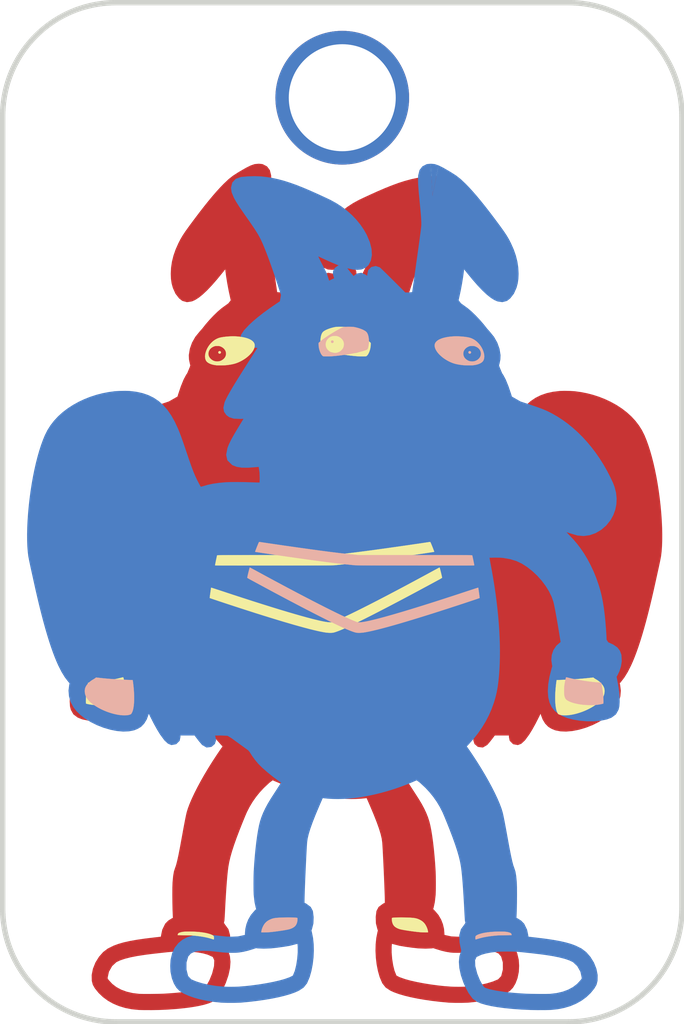
<source format=kicad_pcb>
(kicad_pcb (version 20171130) (host pcbnew "(5.0.1)-4")

  (general
    (thickness 1.6)
    (drawings 261)
    (tracks 0)
    (zones 0)
    (modules 3)
    (nets 1)
  )

  (page A4)
  (layers
    (0 F.Cu signal)
    (31 B.Cu signal)
    (32 B.Adhes user)
    (33 F.Adhes user)
    (34 B.Paste user)
    (35 F.Paste user)
    (36 B.SilkS user)
    (37 F.SilkS user)
    (38 B.Mask user)
    (39 F.Mask user)
    (40 Dwgs.User user)
    (41 Cmts.User user)
    (42 Eco1.User user)
    (43 Eco2.User user)
    (44 Edge.Cuts user)
    (45 Margin user)
    (46 B.CrtYd user)
    (47 F.CrtYd user)
    (48 B.Fab user)
    (49 F.Fab user)
  )

  (setup
    (last_trace_width 0.25)
    (trace_clearance 0.2)
    (zone_clearance 0.508)
    (zone_45_only no)
    (trace_min 0.2)
    (segment_width 0.2)
    (edge_width 0.15)
    (via_size 0.8)
    (via_drill 0.4)
    (via_min_size 0.4)
    (via_min_drill 0.3)
    (uvia_size 0.3)
    (uvia_drill 0.1)
    (uvias_allowed no)
    (uvia_min_size 0.2)
    (uvia_min_drill 0.1)
    (pcb_text_width 0.3)
    (pcb_text_size 1.5 1.5)
    (mod_edge_width 0.15)
    (mod_text_size 1 1)
    (mod_text_width 0.15)
    (pad_size 5 5)
    (pad_drill 4)
    (pad_to_mask_clearance 0.051)
    (solder_mask_min_width 0.25)
    (aux_axis_origin 0 0)
    (visible_elements 7FFFFFFF)
    (pcbplotparams
      (layerselection 0x010fc_ffffffff)
      (usegerberextensions false)
      (usegerberattributes false)
      (usegerberadvancedattributes false)
      (creategerberjobfile false)
      (excludeedgelayer true)
      (linewidth 0.100000)
      (plotframeref false)
      (viasonmask false)
      (mode 1)
      (useauxorigin false)
      (hpglpennumber 1)
      (hpglpenspeed 20)
      (hpglpendiameter 15.000000)
      (psnegative false)
      (psa4output false)
      (plotreference true)
      (plotvalue true)
      (plotinvisibletext false)
      (padsonsilk false)
      (subtractmaskfromsilk false)
      (outputformat 1)
      (mirror false)
      (drillshape 1)
      (scaleselection 1)
      (outputdirectory ""))
  )

  (net 0 "")

  (net_class Default "This is the default net class."
    (clearance 0.2)
    (trace_width 0.25)
    (via_dia 0.8)
    (via_drill 0.4)
    (uvia_dia 0.3)
    (uvia_drill 0.1)
  )

  (module petr:petr (layer B.Cu) (tedit 5BEE7BF8) (tstamp 5C9FE0FE)
    (at 160.528 125.984 180)
    (descr "Imported from C:\\Users\\Robby\\Documents\\KiCAD Projects\\PetrKeychain\\petr.svg")
    (tags svg2mod)
    (attr smd)
    (fp_text reference svg2mod (at 0 2.54 180) (layer B.SilkS) hide
      (effects (font (size 1.524 1.524) (thickness 0.3048)) (justify mirror))
    )
    (fp_text value G*** (at 0 -2.032 180) (layer B.SilkS) hide
      (effects (font (size 1.524 1.524) (thickness 0.3048)) (justify mirror))
    )
    (fp_poly (pts (xy -3.976674 15.821566) (xy -5.693112 -13.834614) (xy -5.638055 -13.957537) (xy -5.647084 -14.173206)
      (xy -5.718967 -14.45221) (xy -5.819709 -14.699765) (xy -5.932801 -14.907169) (xy -6.008546 -14.982248)
      (xy -6.169084 -15.03558) (xy -6.421373 -15.089537) (xy -6.728839 -15.136294) (xy -6.912817 -15.157192)
      (xy -7.113825 -15.175923) (xy -7.327782 -15.192145) (xy -7.550604 -15.205514) (xy -7.7429 -15.210831)
      (xy -8.01882 -15.213945) (xy -8.283122 -15.214253) (xy -8.440561 -15.211152) (xy -8.688504 -15.181575)
      (xy -8.91478 -15.128978) (xy -9.118303 -15.053847) (xy -9.297989 -14.956673) (xy -9.452752 -14.837943)
      (xy -9.581506 -14.698145) (xy -9.624439 -14.642302) (xy -9.624439 -14.601716) (xy -9.577385 -14.385755)
      (xy -9.45795 -14.17498) (xy -9.298721 -14.026901) (xy -9.162471 -13.96179) (xy -8.986837 -13.901829)
      (xy -8.770854 -13.846774) (xy -8.51356 -13.796378) (xy -8.213992 -13.750396) (xy -7.986012 -13.721758)
      (xy -7.693268 -13.688055) (xy -7.409127 -13.657464) (xy -7.206957 -13.638162) (xy -7.05333 -13.632348)
      (xy -6.832995 -13.630411) (xy -6.615866 -13.63235) (xy -6.471851 -13.638162) (xy -6.239944 -13.665752)
      (xy -6.043322 -13.702772) (xy -5.878056 -13.749963) (xy -5.693112 -13.834614) (xy -3.976674 15.821566)
      (xy -4.129074 15.807489) (xy -4.271809 15.758932) (xy 1.507933 -13.451811) (xy 1.752035 -13.48575)
      (xy 1.984855 -13.511815) (xy 2.261686 -13.522076) (xy 2.495785 -13.512644) (xy 2.552503 -13.503808)
      (xy 2.657149 -13.53892) (xy 2.846975 -13.597229) (xy 3.022353 -13.639351) (xy 3.192102 -13.667402)
      (xy 3.296923 -13.675816) (xy 3.461043 -13.677826) (xy 3.629644 -13.674985) (xy 3.787502 -13.663746)
      (xy 4.00412 -13.639154) (xy 4.288341 -13.609489) (xy 4.512902 -13.601801) (xy 4.697009 -13.608356)
      (xy 4.836693 -13.633983) (xy 4.989188 -13.704148) (xy 5.088744 -13.817713) (xy 5.152089 -14.039015)
      (xy 5.153258 -14.301071) (xy 5.091989 -14.545138) (xy 4.974934 -14.668695) (xy 4.783583 -14.748528)
      (xy 4.558065 -14.817598) (xy 4.306416 -14.874102) (xy 4.036675 -14.916233) (xy 3.756878 -14.942188)
      (xy 3.593883 -14.946713) (xy 3.386538 -14.946537) (xy 3.218996 -14.941734) (xy 2.967299 -14.922334)
      (xy 2.704443 -14.893889) (xy 2.438403 -14.857701) (xy 2.177153 -14.815071) (xy 1.928668 -14.7673)
      (xy 1.700924 -14.71569) (xy 1.501893 -14.66154) (xy 1.289998 -14.586621) (xy 1.174074 -14.526369)
      (xy 1.101399 -14.344612) (xy 1.050272 -14.135078) (xy 1.013798 -13.901451) (xy 0.994485 -13.664852)
      (xy 0.994839 -13.446402) (xy 1.004107 -13.342211) (xy 1.006243 -13.341882) (xy 1.006243 -13.341883)
      (xy 1.075042 -13.360244) (xy 1.288596 -13.415013) (xy 1.507933 -13.451811) (xy -4.271809 15.758932)
      (xy -4.451114 15.669825) (xy -4.721667 15.512996) (xy -4.931886 15.379024) (xy -5.103363 15.244451)
      (xy -5.291568 15.065741) (xy -5.420773 14.932193) (xy -5.556428 14.78362) (xy -5.699714 14.618601)
      (xy -5.851813 14.435717) (xy -6.013907 14.233546) (xy -6.187178 14.010667) (xy -6.372807 13.76566)
      (xy -6.575205 13.493316) (xy -6.719849 13.291704) (xy -6.824 13.134823) (xy -6.904918 12.996675)
      (xy -6.979862 12.85126) (xy -7.083689 12.618338) (xy -7.16393 12.388513) (xy -7.220858 12.160699)
      (xy -7.254743 11.933812) (xy -7.265858 11.706766) (xy -7.258026 11.513824) (xy -7.233022 11.344747)
      (xy -7.188082 11.180837) (xy -7.090237 10.961128) (xy -6.9534 10.785818) (xy -6.833427 10.691758)
      (xy -6.659348 10.644622) (xy -6.473625 10.673059) (xy -6.351658 10.727187) (xy -6.217359 10.812994)
      (xy -6.069652 10.931488) (xy -5.907463 11.083679) (xy -5.729716 11.270576) (xy -5.535336 11.493188)
      (xy -5.323248 11.752524) (xy -5.227368 11.872987) (xy -5.22348 11.831093) (xy -5.196807 11.619467)
      (xy -5.153486 11.352116) (xy -5.101639 11.075475) (xy -5.049392 10.835976) (xy -5.022557 10.715828)
      (xy -5.113278 10.600664) (xy -0.18102 11.450315) (xy -0.274251 11.4948) (xy -0.369267 11.540884)
      (xy -0.348467 11.595805) (xy -0.32002 11.710268) (xy -0.330152 11.812814) (xy -0.392564 11.924316)
      (xy -0.495555 12.000477) (xy -0.538243 12.01969) (xy -0.424176 12.06553) (xy -0.266367 12.13154)
      (xy -0.091774 12.209116) (xy 0.086287 12.292344) (xy 0.227212 12.358201) (xy 0.144478 12.185924)
      (xy 0.011511 11.931619) (xy -0.092972 11.720139) (xy -0.160791 11.514025) (xy -0.18102 11.450315)
      (xy -5.113278 10.600664) (xy -5.210815 10.531176) (xy -5.364008 10.420202) (xy -5.512522 10.293801)
      (xy -5.674704 10.136355) (xy -5.821632 9.98026) (xy -5.961188 9.818818) (xy -6.089217 9.656837)
      (xy -6.187642 9.546272) (xy -6.348121 9.349298) (xy -6.470871 9.132416) (xy -6.552935 8.902079)
      (xy -6.591357 8.664743) (xy -6.584559 8.502206) (xy -6.549101 8.331799) (xy -6.53437 8.282751)
      (xy -6.556035 8.215258) (xy -6.649686 7.98974) (xy -6.695011 7.92366) (xy -6.785704 7.753131)
      (xy -6.889232 7.498957) (xy -6.988885 7.202165) (xy -7.014612 7.117164) (xy -7.176526 7.024879)
      (xy -7.338439 6.932605) (xy -7.67611 6.820873) (xy -7.96309 6.723458) (xy -8.176127 6.644045)
      (xy -8.348691 6.569247) (xy -8.514251 6.485677) (xy -8.716316 6.37017) (xy -8.914289 6.241614)
      (xy -9.107737 6.100483) (xy -9.296224 5.947249) (xy -9.479319 5.782387) (xy -9.656586 5.60637)
      (xy -9.827592 5.419672) (xy -9.991903 5.222767) (xy -10.149085 5.016128) (xy -10.298704 4.800229)
      (xy -10.440326 4.575543) (xy -10.573518 4.342545) (xy -10.697846 4.101707) (xy -10.796821 3.890566)
      (xy -10.856292 3.732742) (xy -10.910516 3.518565) (xy -10.932412 3.303592) (xy -10.922364 3.090919)
      (xy -10.880751 2.883644) (xy -10.807955 2.684865) (xy -10.704359 2.497679) (xy -10.544167 2.297372)
      (xy -10.355579 2.134217) (xy -10.146094 2.011699) (xy -9.923207 1.933302) (xy -9.694416 1.902509)
      (xy -9.467218 1.922805) (xy -9.268004 1.980467) (xy -9.056674 2.047716) (xy -9.146473 1.952804)
      (xy -9.30644 1.785038) (xy -9.454813 1.611222) (xy -9.592733 1.429764) (xy -9.72134 1.239071)
      (xy -9.841774 1.037552) (xy -9.955176 0.823613) (xy -10.067602 0.586344) (xy -10.162131 0.355583)
      (xy -10.255085 0.091495) (xy -10.317595 -0.11332) (xy -10.370905 -0.325406) (xy -10.416515 -0.552224)
      (xy -10.455924 -0.801233) (xy -10.49063 -1.079893) (xy -10.513554 -1.314033) (xy -10.53489 -1.577098)
      (xy -10.550631 -1.814936) (xy -10.556768 -1.973398) (xy -10.618669 -2.068894) (xy -10.806667 -2.154881)
      (xy -10.960075 -2.261191) (xy -11.054205 -2.384329) (xy -11.11251 -2.543066) (xy -11.123856 -2.777164)
      (xy -11.094711 -2.965654) (xy -11.037528 -3.151332) (xy -10.95969 -3.310225) (xy -10.93129 -3.355784)
      (xy -10.941387 -3.407156) (xy -10.992283 -3.68555) (xy -11.025412 -3.916299) (xy -11.042457 -4.11375)
      (xy -11.0451 -4.292246) (xy -11.034091 -4.46462) (xy -11.002949 -4.591244) (xy -10.906152 -4.763719)
      (xy -10.741479 -4.886869) (xy -10.56709 -4.953241) (xy -10.346779 -4.999255) (xy -10.094025 -5.022924)
      (xy -9.822304 -5.022262) (xy -9.552747 -4.999644) (xy -9.308664 -4.959561) (xy -9.091417 -4.902452)
      (xy -8.902368 -4.828754) (xy -8.742878 -4.738906) (xy -8.61431 -4.633348) (xy -8.502052 -4.492927)
      (xy -8.423378 -4.325116) (xy -8.374724 -4.125942) (xy -8.358071 -3.896689) (xy -8.373295 -3.63948)
      (xy -8.420268 -3.356438) (xy -8.498866 -3.049689) (xy -8.526204 -2.957602) (xy -8.516621 -2.923121)
      (xy -8.489313 -2.735023) (xy -8.506331 -2.542465) (xy -8.566078 -2.363515) (xy -8.675995 -2.198407)
      (xy -8.822938 -2.068847) (xy -8.836794 -2.05973) (xy -8.803059 -1.850706) (xy -8.742096 -1.480413)
      (xy -8.686561 -1.157868) (xy -8.637814 -0.890521) (xy -8.597212 -0.685818) (xy -8.566113 -0.551209)
      (xy -8.50152 -0.369116) (xy -8.40292 -0.167509) (xy -8.281017 0.031731) (xy -8.130843 0.232154)
      (xy -7.963306 0.419264) (xy -7.78165 0.590012) (xy -7.589119 0.741348) (xy -7.388959 0.870222)
      (xy -7.185168 0.966401) (xy -6.951074 1.03759) (xy -6.684015 1.084605) (xy -6.572564 1.093146)
      (xy -6.390176 1.095437) (xy -6.178759 1.091317) (xy -6.211034 0.90007) (xy -6.266558 0.605178)
      (xy -6.317462 0.313279) (xy -6.363725 0.024656) (xy -6.405328 -0.260414) (xy -6.442252 -0.541648)
      (xy -6.474478 -0.818767) (xy -6.501986 -1.09149) (xy -6.524759 -1.359538) (xy -6.542775 -1.622629)
      (xy -6.556016 -1.880484) (xy -6.564464 -2.132822) (xy -6.568098 -2.379364) (xy -6.566899 -2.619828)
      (xy -6.560848 -2.853934) (xy -6.549927 -3.081402) (xy -6.534115 -3.301953) (xy -6.513394 -3.515305)
      (xy -6.484309 -3.735439) (xy -6.446891 -3.939602) (xy -6.399226 -4.136827) (xy -6.3394 -4.336147)
      (xy -6.252281 -4.57574) (xy -6.149808 -4.808617) (xy -6.031642 -5.035334) (xy -5.897446 -5.256447)
      (xy -5.746883 -5.472512) (xy -5.579615 -5.684085) (xy -5.395304 -5.891722) (xy -5.328769 -5.962705)
      (xy -5.376161 -6.028434) (xy -5.444399 -6.126638) (xy -5.541914 -6.270458) (xy -5.704776 -6.518745)
      (xy -5.860505 -6.767404) (xy -6.007625 -7.013609) (xy -6.144656 -7.254533) (xy -6.270121 -7.487351)
      (xy -6.382541 -7.709237) (xy -6.480437 -7.917366) (xy -6.562332 -8.108912) (xy -6.626746 -8.281049)
      (xy -6.672203 -8.430952) (xy -6.700418 -8.555336) (xy -6.740146 -8.752193) (xy -6.789196 -9.010306)
      (xy -6.84538 -9.318458) (xy -6.918094 -9.715809) (xy -6.977488 -10.019758) (xy -7.026582 -10.244097)
      (xy -7.068393 -10.402623) (xy -7.10594 -10.50913) (xy -7.147463 -10.637043) (xy -7.177201 -10.80827)
      (xy -7.199124 -11.045658) (xy -7.205376 -11.229454) (xy -7.207048 -11.498114) (xy -7.204549 -11.801877)
      (xy -7.198289 -12.090979) (xy -7.188677 -12.315658) (xy -7.185269 -12.369446) (xy -7.225995 -12.388356)
      (xy -7.361461 -12.473716) (xy -7.473435 -12.587026) (xy -7.583066 -12.811705) (xy -7.613298 -12.952152)
      (xy -7.633259 -13.05674) (xy -7.638103 -13.074669) (xy -7.882718 -13.102357) (xy -8.239423 -13.14594)
      (xy -8.545628 -13.190607) (xy -8.807923 -13.237681) (xy -9.032897 -13.288485) (xy -9.22714 -13.344341)
      (xy -9.39724 -13.406574) (xy -9.619364 -13.515995) (xy -9.794523 -13.648825) (xy -9.950705 -13.826292)
      (xy -10.083927 -14.041626) (xy -10.176289 -14.273692) (xy -10.222956 -14.506337) (xy -10.219098 -14.723405)
      (xy -10.180427 -14.872478) (xy -10.101109 -15.01024) (xy -9.961911 -15.18147) (xy -9.801923 -15.333363)
      (xy -9.622035 -15.465485) (xy -9.423134 -15.577403) (xy -9.206109 -15.668681) (xy -8.971849 -15.738887)
      (xy -8.721242 -15.787586) (xy -8.455175 -15.814345) (xy -8.455163 -15.814285) (xy -8.252816 -15.819038)
      (xy -7.967048 -15.819222) (xy -7.711956 -15.814763) (xy -7.372597 -15.799248) (xy -7.052772 -15.7765)
      (xy -6.755601 -15.746989) (xy -6.484205 -15.711184) (xy -6.241707 -15.669556) (xy -6.031226 -15.622575)
      (xy -5.855885 -15.570711) (xy -5.718804 -15.514434) (xy -5.54697 -15.390729) (xy -5.391989 -15.179471)
      (xy -5.29299 -14.995002) (xy -5.203064 -14.795833) (xy -5.106852 -14.51505) (xy -5.049312 -14.252343)
      (xy -5.031199 -14.012732) (xy -5.053268 -13.801241) (xy -5.112729 -13.620465) (xy -5.118122 -13.581618)
      (xy -5.091266 -13.461716) (xy -5.057774 -13.289763) (xy -5.045665 -13.023159) (xy -5.10868 -12.794049)
      (xy -5.245694 -12.606519) (xy -5.277128 -12.55273) (xy -5.257662 -12.474888) (xy -5.243557 -12.255833)
      (xy -5.224658 -11.89178) (xy -5.205851 -11.565024) (xy -5.187091 -11.274946) (xy -5.168332 -11.020928)
      (xy -5.149529 -10.802351) (xy -5.130637 -10.618596) (xy -5.111608 -10.469044) (xy -5.080302 -10.290999)
      (xy -5.034876 -10.096981) (xy -4.973898 -9.8823) (xy -4.895935 -9.642267) (xy -4.799554 -9.372192)
      (xy -4.683322 -9.067386) (xy -4.579292 -8.805972) (xy -4.482317 -8.569612) (xy -4.418011 -8.420737)
      (xy -4.317505 -8.223649) (xy -4.20419 -8.03487) (xy -4.077985 -7.854284) (xy -3.938809 -7.681775)
      (xy -3.786583 -7.517227) (xy -3.575744 -7.319784) (xy -3.45427 -7.228792) (xy -3.328215 -7.283526)
      (xy -3.09348 -7.381098) (xy -2.853529 -7.471912) (xy -2.609599 -7.555628) (xy -2.36293 -7.631903)
      (xy -2.114762 -7.700395) (xy -1.866332 -7.760762) (xy -1.618879 -7.812662) (xy -1.373643 -7.855754)
      (xy -1.131862 -7.889694) (xy -0.928875 -7.910301) (xy -0.721815 -7.923557) (xy -0.520426 -7.929016)
      (xy -0.334448 -7.92623) (xy -0.11958 -7.913663) (xy 0.03467 -7.898111) (xy 0.057443 -7.894468)
      (xy 0.078909 -7.941545) (xy 0.184058 -8.182868) (xy 0.323125 -8.513293) (xy 0.434809 -8.79615)
      (xy 0.52087 -9.036716) (xy 0.583071 -9.240271) (xy 0.623173 -9.412091) (xy 0.642939 -9.557457)
      (xy 0.65355 -9.719298) (xy 0.66625 -9.947657) (xy 0.680146 -10.222432) (xy 0.694348 -10.523516)
      (xy 0.707965 -10.830806) (xy 0.720107 -11.124198) (xy 0.729883 -11.383586) (xy 0.736402 -11.588866)
      (xy 0.738773 -11.719935) (xy 0.738773 -11.807598) (xy 0.676825 -11.836406) (xy 0.507173 -11.961772)
      (xy 0.425685 -12.115386) (xy 0.398006 -12.339695) (xy 0.406308 -12.581551) (xy 0.462874 -12.799097)
      (xy 0.480045 -12.843325) (xy 0.463505 -12.906556) (xy 0.420269 -13.120706) (xy 0.395906 -13.355001)
      (xy 0.390075 -13.602433) (xy 0.402436 -13.855997) (xy 0.432646 -14.108687) (xy 0.480364 -14.353498)
      (xy 0.545249 -14.583423) (xy 0.643914 -14.816443) (xy 0.770328 -14.975766) (xy 0.951031 -15.094843)
      (xy 1.097516 -15.160077) (xy 1.273865 -15.222605) (xy 1.477553 -15.28191) (xy 1.706053 -15.337475)
      (xy 1.95684 -15.388783) (xy 2.227389 -15.435318) (xy 2.515173 -15.476563) (xy 2.817669 -15.512002)
      (xy 3.132349 -15.541118) (xy 3.348277 -15.547991) (xy 3.639743 -15.547988) (xy 3.855502 -15.541118)
      (xy 4.130827 -15.512377) (xy 4.391682 -15.471997) (xy 4.636408 -15.420378) (xy 4.863345 -15.357923)
      (xy 5.070834 -15.285031) (xy 5.257218 -15.202105) (xy 5.412757 -15.105255) (xy 5.530983 -14.983905)
      (xy 5.62714 -14.822412) (xy 5.70174 -14.625716) (xy 5.750907 -14.389457) (xy 5.762081 -14.163577)
      (xy 5.748105 -13.935245) (xy 5.68934 -13.690032) (xy 5.593746 -13.485605) (xy 5.457231 -13.313225)
      (xy 5.302416 -13.187029) (xy 5.120004 -13.093249) (xy 4.907654 -13.031201) (xy 4.663025 -13.000201)
      (xy 4.383777 -12.999565) (xy 4.176296 -13.013493) (xy 3.918255 -13.041646) (xy 3.657872 -13.069275)
      (xy 3.458067 -13.074388) (xy 3.227657 -13.063824) (xy 3.002361 -13.015067) (xy 2.967996 -13.005051)
      (xy 2.967936 -12.950189) (xy 2.953234 -12.780462) (xy 2.911781 -12.604519) (xy 2.847135 -12.43745)
      (xy 2.7453 -12.261495) (xy 2.613609 -12.107005) (xy 2.548311 -12.041835) (xy 2.564023 -11.990464)
      (xy 2.608843 -11.786284) (xy 2.640561 -11.511786) (xy 2.646085 -11.349067) (xy 2.647889 -11.09674)
      (xy 2.645989 -10.833795) (xy 2.6404 -10.639221) (xy 2.621919 -10.348627) (xy 2.599333 -10.066292)
      (xy 2.573144 -9.796212) (xy 2.543852 -9.542382) (xy 2.51196 -9.308797) (xy 2.477969 -9.099454)
      (xy 2.44238 -8.918347) (xy 2.405695 -8.769473) (xy 2.353752 -8.607464) (xy 2.288628 -8.444118)
      (xy 2.208763 -8.275527) (xy 2.11867 -8.107612) (xy 2.007905 -7.923112) (xy 1.848167 -7.674892)
      (xy 1.754071 -7.53009) (xy 1.678947 -7.412744) (xy 1.617338 -7.314949) (xy 1.687549 -7.266741)
      (xy 1.904756 -7.108116) (xy 2.125621 -6.930726) (xy 2.323541 -6.756883) (xy 2.471915 -6.608897)
      (xy 2.588401 -6.469192) (xy 2.69817 -6.318819) (xy 2.788796 -6.174798) (xy 2.84623 -6.107308)
      (xy 3.126361 -5.903837) (xy 3.322569 -5.762345) (xy 3.466997 -5.656327) (xy 3.617905 -5.564144)
      (xy 3.87035 -5.553245) (xy 4.085585 -5.556467) (xy 4.073573 -5.583232) (xy 4.046405 -5.727032)
      (xy 4.09176 -5.870301) (xy 4.218468 -5.980691) (xy 4.403018 -6.004606) (xy 4.570286 -5.907537)
      (xy 4.679133 -5.779954) (xy 4.805552 -5.616838) (xy 4.852219 -5.553245) (xy 5.115849 -5.553245)
      (xy 5.379491 -5.553245) (xy 5.377541 -5.601232) (xy 5.408055 -5.750071) (xy 5.536783 -5.87962)
      (xy 5.716135 -5.912393) (xy 5.845124 -5.860985) (xy 5.980547 -5.735354) (xy 6.13869 -5.520397)
      (xy 6.253919 -5.333768) (xy 6.377558 -5.111069) (xy 6.503126 -4.863966) (xy 6.563766 -4.739441)
      (xy 6.57468 -4.780296) (xy 6.640262 -4.956071) (xy 6.734282 -5.109642) (xy 6.849049 -5.228449)
      (xy 6.973763 -5.304308) (xy 7.115655 -5.361787) (xy 7.308221 -5.399084) (xy 7.522139 -5.407386)
      (xy 7.754617 -5.386938) (xy 8.002863 -5.337989) (xy 8.264083 -5.260782) (xy 8.509377 -5.16411)
      (xy 8.74392 -5.047071) (xy 8.95342 -4.916797) (xy 9.122432 -4.785003) (xy 9.265803 -4.644512)
      (xy 9.381427 -4.497394) (xy 9.484961 -4.302416) (xy 9.547124 -4.090934) (xy 9.565841 -3.873953)
      (xy 9.539032 -3.662474) (xy 9.52457 -3.603456) (xy 9.569895 -3.551909) (xy 9.699015 -3.384992)
      (xy 9.824163 -3.18171) (xy 9.947861 -2.937978) (xy 10.016302 -2.784551) (xy 10.084864 -2.617258)
      (xy 10.153635 -2.435802) (xy 10.222702 -2.239886) (xy 10.29215 -2.029214) (xy 10.362067 -1.803488)
      (xy 10.432539 -1.562413) (xy 10.503653 -1.305692) (xy 10.575496 -1.033027) (xy 10.648155 -0.744124)
      (xy 10.721716 -0.438684) (xy 10.796266 -0.116411) (xy 10.871891 0.222991) (xy 10.904365 0.370942)
      (xy 10.945484 0.55774) (xy 10.986343 0.742944) (xy 11.039015 0.990519) (xy 11.069242 1.149344)
      (xy 11.090337 1.324732) (xy 11.104828 1.521817) (xy 11.112702 1.738182) (xy 11.113947 1.971407)
      (xy 11.108549 2.219072) (xy 11.096497 2.47876) (xy 11.077776 2.74805) (xy 11.051764 3.032426)
      (xy 11.019989 3.313972) (xy 10.982748 3.591307) (xy 10.940337 3.863053) (xy 10.893053 4.127829)
      (xy 10.84119 4.384255) (xy 10.785046 4.630952) (xy 10.724917 4.86654) (xy 10.661098 5.089639)
      (xy 10.593886 5.29887) (xy 10.523577 5.492852) (xy 10.450468 5.670206) (xy 10.355428 5.85946)
      (xy 10.241254 6.040394) (xy 10.108472 6.212487) (xy 9.957611 6.375217) (xy 9.789198 6.528063)
      (xy 9.603761 6.670502) (xy 9.401827 6.802015) (xy 9.183924 6.922078) (xy 8.971197 7.021682)
      (xy 8.753699 7.10767) (xy 8.531122 7.180132) (xy 8.303159 7.239157) (xy 8.069502 7.284837)
      (xy 7.829844 7.31726) (xy 7.65985 7.327429) (xy 7.449901 7.330969) (xy 7.282997 7.326482)
      (xy 7.02564 7.295702) (xy 6.789169 7.243461) (xy 6.572068 7.168578) (xy 6.372823 7.069873)
      (xy 6.189919 6.946163) (xy 6.021841 6.79627) (xy 5.867076 6.619011) (xy 5.724107 6.413207)
      (xy 5.591422 6.177675) (xy 5.467504 5.911237) (xy 5.4094 5.76849) (xy 5.345856 5.599446)
      (xy 5.272011 5.39074) (xy 5.183002 5.129008) (xy 5.061942 4.771945) (xy 4.967612 4.504058)
      (xy 4.890959 4.301413) (xy 4.82293 4.140077) (xy 4.754471 3.996117) (xy 4.671879 3.838414)
      (xy 4.617782 3.744265) (xy 4.533167 3.766477) (xy 4.354354 3.818625) (xy 4.156324 3.859919)
      (xy 3.932473 3.891498) (xy 3.676197 3.9145) (xy 3.499237 3.920756) (xy 3.24924 3.922121)
      (xy 2.969585 3.918759) (xy 2.703655 3.910835) (xy 2.505067 3.904007) (xy 2.419772 3.903866)
      (xy 2.415558 4.061881) (xy 2.423114 4.276895) (xy 2.448662 4.455826) (xy 2.454861 4.487203)
      (xy 2.485805 4.484063) (xy 2.830029 4.456875) (xy 3.083861 4.458011) (xy 3.277825 4.489709)
      (xy 3.442449 4.554204) (xy 3.624452 4.732238) (xy 3.669765 4.938426) (xy 3.622269 5.191948)
      (xy 3.564262 5.338621) (xy 3.479152 5.511262) (xy 3.354359 5.733542) (xy 3.177301 6.029132)
      (xy 3.080111 6.18858) (xy 3.033213 6.265612) (xy 3.022135 6.283961) (xy 3.152346 6.2813)
      (xy 3.387824 6.29159) (xy 3.55368 6.34383) (xy 3.661594 6.422879) (xy 3.747977 6.547347)
      (xy 3.774623 6.695509) (xy 3.729682 6.900483) (xy 3.687772 6.996454) (xy 3.629171 7.113226)
      (xy 3.550879 7.255846) (xy 3.449897 7.429359) (xy 3.323225 7.638813) (xy 3.167864 7.889252)
      (xy 2.980815 8.185723) (xy 2.759077 8.533273) (xy 2.608775 8.768037) (xy 2.52966 8.891862)
      (xy 2.501237 8.936685) (xy 2.673352 8.940269) (xy 2.903668 8.959331) (xy 3.047382 9.024063)
      (xy 3.133774 9.128924) (xy 3.158229 9.232766) (xy 3.111573 9.426756) (xy 3.004656 9.590805)
      (xy 2.820278 9.788752) (xy 2.663795 9.933843) (xy 2.483779 10.085914) (xy 2.281082 10.244303)
      (xy 2.056551 10.408345) (xy 1.811036 10.577378) (xy 1.661123 10.677811) (xy 1.648283 10.751525)
      (xy 1.628521 10.870108) (xy 1.621587 10.914979) (xy 1.673041 11.076297) (xy 1.752996 11.323005)
      (xy 1.83604 11.571907) (xy 1.920043 11.816952) (xy 2.002872 12.052086) (xy 2.082394 12.271257)
      (xy 2.156479 12.468412) (xy 2.222993 12.637498) (xy 2.30892 12.843879) (xy 2.389529 13.016772)
      (xy 2.482295 13.185688) (xy 2.604695 13.38014) (xy 2.774202 13.629641) (xy 3.008291 13.963702)
      (xy 3.175376 14.206304) (xy 3.294808 14.393887) (xy 3.381097 14.549245) (xy 3.464598 14.749794)
      (xy 3.488907 14.919132) (xy 3.442343 15.114174) (xy 3.313268 15.254363) (xy 3.114654 15.325614)
      (xy 2.873845 15.347613) (xy 2.60207 15.355517) (xy 2.36735 15.347349) (xy 2.153037 15.323437)
      (xy 1.939563 15.288605) (xy 1.723151 15.241741) (xy 1.500023 15.181734) (xy 1.266401 15.107475)
      (xy 1.018506 15.017851) (xy 0.752562 14.911753) (xy 0.46479 14.78807) (xy 0.206994 14.671907)
      (xy -0.055623 14.550744) (xy -0.233197 14.466041) (xy -0.451258 14.34622) (xy -0.658314 14.211203)
      (xy -0.852936 14.062367) (xy -1.033695 13.901087) (xy -1.199163 13.72874) (xy -1.347912 13.546702)
      (xy -1.478514 13.356351) (xy -1.58954 13.159062) (xy -1.704022 12.888025) (xy -1.767673 12.634125)
      (xy -1.780218 12.402435) (xy -1.741383 12.198026) (xy -1.650893 12.025972) (xy -1.540531 11.929551)
      (xy -1.39185 11.86714) (xy -1.236461 11.854032) (xy -1.07547 11.864374) (xy -0.860819 11.913399)
      (xy -0.973847 11.770629) (xy -1.097952 11.623552) (xy -1.136111 11.659236) (xy -1.209801 11.712873)
      (xy -1.384939 11.746063) (xy -1.557557 11.665096) (xy -1.606477 11.629085) (xy -1.606537 11.675403)
      (xy -1.642158 11.841922) (xy -1.757987 11.959716) (xy -1.923757 11.998004) (xy -2.076145 11.94648)
      (xy -2.153161 11.875521) (xy -2.327047 11.706208) (xy -2.569204 11.46639) (xy -3.029404 11.007871)
      (xy -3.156287 11.007708) (xy -3.286124 11.02098) (xy -3.295627 11.085321) (xy -3.318855 11.247962)
      (xy -3.352072 11.482433) (xy -3.391544 11.762264) (xy -3.433539 12.060987) (xy -3.474322 12.352131)
      (xy -3.510159 12.609227) (xy -3.562395 12.988544) (xy -3.597966 13.255109) (xy -3.618985 13.42523)
      (xy -3.627564 13.515211) (xy -3.628096 13.63357) (xy -3.618806 13.809897) (xy -3.598869 14.056138)
      (xy -3.567461 14.384238) (xy -3.530099 14.776599) (xy -3.509539 15.051346) (xy -3.503845 15.242865)
      (xy -3.511082 15.385542) (xy -3.560622 15.582707) (xy -3.666418 15.721299) (xy -3.833239 15.807559)
      (xy -3.976674 15.821566)) (layer B.Cu) (width 0))
    (fp_poly (pts (xy 1.079502 -7.609397) (xy 1.068822 -7.611409) (xy 1.055713 -7.61615) (xy 1.018803 -7.632183)
      (xy 0.950642 -7.660025) (xy 0.869854 -7.691024) (xy 0.788484 -7.720676) (xy 0.718578 -7.744475)
      (xy 0.697753 -7.751703) (xy 0.680267 -7.758755) (xy 0.667952 -7.764826) (xy 0.662643 -7.769104)
      (xy 0.664082 -7.775346) (xy 0.669332 -7.790303) (xy 0.689688 -7.842444) (xy 0.720555 -7.917682)
      (xy 0.75878 -8.008175) (xy 0.856928 -8.241556) (xy 0.901215 -8.350069) (xy 0.942412 -8.453425)
      (xy 0.980594 -8.551848) (xy 1.015837 -8.645558) (xy 1.048215 -8.734777) (xy 1.077805 -8.819727)
      (xy 1.104682 -8.90063) (xy 1.12892 -8.977707) (xy 1.150598 -9.05118) (xy 1.169788 -9.121271)
      (xy 1.186567 -9.188201) (xy 1.201011 -9.252192) (xy 1.213195 -9.313467) (xy 1.223193 -9.372246)
      (xy 1.228016 -9.412741) (xy 1.233636 -9.476164) (xy 1.246815 -9.66286) (xy 1.26182 -9.914467)
      (xy 1.277746 -10.213116) (xy 1.293681 -10.54094) (xy 1.308718 -10.880072) (xy 1.321948 -11.212643)
      (xy 1.332462 -11.520787) (xy 1.339396 -11.747893) (xy 1.488808 -11.751966) (xy 1.627764 -11.756782)
      (xy 1.750278 -11.763) (xy 1.847392 -11.770077) (xy 1.883625 -11.773769) (xy 1.910149 -11.777472)
      (xy 1.947329 -11.783118) (xy 1.975426 -11.785655) (xy 1.993956 -11.785063) (xy 1.999482 -11.783588)
      (xy 2.002434 -11.781324) (xy 2.008257 -11.757294) (xy 2.01755 -11.70712) (xy 2.024478 -11.662312)
      (xy 2.030628 -11.613632) (xy 2.036011 -11.561261) (xy 2.040633 -11.505381) (xy 2.044504 -11.446172)
      (xy 2.047634 -11.383814) (xy 2.051703 -11.250376) (xy 2.052911 -11.106515) (xy 2.051327 -10.953676)
      (xy 2.047023 -10.793306) (xy 2.04007 -10.62685) (xy 2.030537 -10.455757) (xy 2.018496 -10.281473)
      (xy 2.004017 -10.105442) (xy 1.987172 -9.929112) (xy 1.968029 -9.753929) (xy 1.946662 -9.58134)
      (xy 1.923138 -9.412791) (xy 1.897531 -9.249728) (xy 1.878961 -9.144581) (xy 1.859896 -9.050544)
      (xy 1.83956 -8.965078) (xy 1.828671 -8.924765) (xy 1.817173 -8.885642) (xy 1.804967 -8.84739)
      (xy 1.791957 -8.809694) (xy 1.778045 -8.772234) (xy 1.763133 -8.734694) (xy 1.729925 -8.658101)
      (xy 1.691552 -8.577375) (xy 1.660741 -8.516237) (xy 1.62884 -8.456081) (xy 1.594134 -8.394052)
      (xy 1.554907 -8.327293) (xy 1.509447 -8.252947) (xy 1.456038 -8.168157) (xy 1.318514 -7.955822)
      (xy 1.21854 -7.801797) (xy 1.151266 -7.695846) (xy 1.126155 -7.654551) (xy 1.108445 -7.627638)
      (xy 1.101137 -7.618984) (xy 1.094205 -7.613216) (xy 1.087157 -7.6101) (xy 1.079502 -7.609397)) (layer B.Mask) (width 0))
    (fp_poly (pts (xy -4.878328 -6.366081) (xy -4.882226 -6.369164) (xy -4.889874 -6.378112) (xy -4.915185 -6.411787)
      (xy -4.951789 -6.463475) (xy -4.997219 -6.529548) (xy -5.104681 -6.690336) (xy -5.217819 -6.865116)
      (xy -5.299824 -6.995745) (xy -5.379478 -7.125836) (xy -5.456513 -7.254861) (xy -5.530659 -7.382294)
      (xy -5.60165 -7.507606) (xy -5.669217 -7.630271) (xy -5.733092 -7.749761) (xy -5.793007 -7.865549)
      (xy -5.848694 -7.977109) (xy -5.899884 -8.083911) (xy -5.94631 -8.185429) (xy -5.987703 -8.281136)
      (xy -6.023795 -8.370504) (xy -6.054318 -8.453007) (xy -6.079005 -8.528116) (xy -6.089075 -8.562733)
      (xy -6.097586 -8.595305) (xy -6.109381 -8.645982) (xy -6.123165 -8.709876) (xy -6.157136 -8.879556)
      (xy -6.200362 -9.108816) (xy -6.25371 -9.402128) (xy -6.306029 -9.690476) (xy -6.350935 -9.930702)
      (xy -6.38975 -10.128814) (xy -6.423793 -10.290819) (xy -6.454388 -10.422725) (xy -6.468804 -10.479268)
      (xy -6.482854 -10.53054) (xy -6.496703 -10.57729) (xy -6.510514 -10.62027) (xy -6.524455 -10.660232)
      (xy -6.538689 -10.697925) (xy -6.549659 -10.727689) (xy -6.559921 -10.758737) (xy -6.568324 -10.787394)
      (xy -6.573719 -10.809984) (xy -6.582173 -10.862867) (xy -6.58972 -10.927841) (xy -6.596294 -11.003705)
      (xy -6.601828 -11.089257) (xy -6.606257 -11.183298) (xy -6.609512 -11.284623) (xy -6.611529 -11.392034)
      (xy -6.612239 -11.504328) (xy -6.610688 -11.672069) (xy -6.606653 -11.874226) (xy -6.601197 -12.066625)
      (xy -6.595384 -12.205093) (xy -6.59138 -12.273822) (xy -6.474839 -12.277954) (xy -6.402266 -12.281011)
      (xy -6.330455 -12.284984) (xy -6.260107 -12.289811) (xy -6.191925 -12.295429) (xy -6.12661 -12.301775)
      (xy -6.064864 -12.308786) (xy -6.007389 -12.3164) (xy -5.954886 -12.324552) (xy -5.904018 -12.332238)
      (xy -5.869838 -12.335852) (xy -5.860789 -12.336043) (xy -5.854001 -12.334916) (xy -5.851331 -12.333376)
      (xy -5.849077 -12.330928) (xy -5.845622 -12.322538) (xy -5.843237 -12.308199) (xy -5.841527 -12.286369)
      (xy -5.838543 -12.21406) (xy -5.830235 -12.022298) (xy -5.818705 -11.803791) (xy -5.804717 -11.569638)
      (xy -5.789031 -11.330935) (xy -5.77241 -11.098782) (xy -5.755614 -10.884277) (xy -5.739406 -10.698517)
      (xy -5.724547 -10.552601) (xy -5.712991 -10.459417) (xy -5.699542 -10.366784) (xy -5.684021 -10.274082)
      (xy -5.666248 -10.18069) (xy -5.646045 -10.085989) (xy -5.623231 -9.98936) (xy -5.597629 -9.890181)
      (xy -5.569058 -9.787833) (xy -5.537338 -9.681697) (xy -5.502292 -9.571151) (xy -5.463739 -9.455577)
      (xy -5.4215 -9.334354) (xy -5.375396 -9.206863) (xy -5.325247 -9.072483) (xy -5.270875 -8.930594)
      (xy -5.212099 -8.780578) (xy -5.129634 -8.573833) (xy -5.059503 -8.401632) (xy -5.002547 -8.266005)
      (xy -4.959605 -8.168981) (xy -4.922289 -8.090929) (xy -4.882796 -8.0133) (xy -4.841192 -7.936187)
      (xy -4.797541 -7.859681) (xy -4.75191 -7.783873) (xy -4.704366 -7.708857) (xy -4.654973 -7.634725)
      (xy -4.603799 -7.561568) (xy -4.550907 -7.489478) (xy -4.496367 -7.418548) (xy -4.440241 -7.348869)
      (xy -4.382597 -7.280533) (xy -4.323501 -7.213634) (xy -4.263018 -7.148261) (xy -4.201214 -7.084509)
      (xy -4.138156 -7.022468) (xy -4.093688 -6.979082) (xy -4.066198 -6.950373) (xy -4.057987 -6.940585)
      (xy -4.053022 -6.933344) (xy -4.050969 -6.928273) (xy -4.051495 -6.925) (xy -4.06399 -6.915546)
      (xy -4.093677 -6.896155) (xy -4.186864 -6.838867) (xy -4.266372 -6.790698) (xy -4.340817 -6.744357)
      (xy -4.411679 -6.698846) (xy -4.480438 -6.653163) (xy -4.548571 -6.606309) (xy -4.617559 -6.557285)
      (xy -4.68888 -6.505091) (xy -4.764014 -6.448727) (xy -4.842561 -6.390359) (xy -4.867667 -6.372604)
      (xy -4.878326 -6.366083) (xy -4.878328 -6.366081)) (layer B.Mask) (width 0))
    (fp_poly (pts (xy -9.346965 -2.52056) (xy -9.3664 -2.52062) (xy -9.407156 -2.521814) (xy -9.461701 -2.524541)
      (xy -9.627544 -2.535165) (xy -9.820132 -2.548888) (xy -9.980026 -2.561896) (xy -10.111333 -2.57478)
      (xy -10.218163 -2.588127) (xy -10.263682 -2.595159) (xy -10.304624 -2.602529) (xy -10.3415 -2.61031)
      (xy -10.374824 -2.618576) (xy -10.405111 -2.6274) (xy -10.432873 -2.636857) (xy -10.458625 -2.64702)
      (xy -10.48288 -2.657963) (xy -10.499727 -2.666655) (xy -10.514072 -2.675199) (xy -10.524393 -2.682613)
      (xy -10.529174 -2.687915) (xy -10.530789 -2.694916) (xy -10.531433 -2.704641) (xy -10.530076 -2.730981)
      (xy -10.525633 -2.764362) (xy -10.518635 -2.802212) (xy -10.509612 -2.841961) (xy -10.499097 -2.881036)
      (xy -10.48762 -2.916864) (xy -10.475712 -2.946876) (xy -10.461075 -2.979057) (xy -10.378933 -2.974949)
      (xy -10.31186 -2.971021) (xy -10.242047 -2.965846) (xy -10.169985 -2.959496) (xy -10.096165 -2.952047)
      (xy -9.945217 -2.93415) (xy -9.793131 -2.912748) (xy -9.643836 -2.888439) (xy -9.571463 -2.875381)
      (xy -9.50126 -2.861818) (xy -9.43372 -2.847827) (xy -9.369333 -2.833481) (xy -9.308591 -2.818855)
      (xy -9.251983 -2.804024) (xy -9.190827 -2.786502) (xy -9.143918 -2.771385) (xy -9.111383 -2.758717)
      (xy -9.100546 -2.753316) (xy -9.09335 -2.748543) (xy -9.089641 -2.742973) (xy -9.087567 -2.733071)
      (xy -9.087007 -2.71768) (xy -9.087841 -2.695642) (xy -9.089656 -2.676299) (xy -9.092815 -2.658257)
      (xy -9.097359 -2.641482) (xy -9.103332 -2.625941) (xy -9.110774 -2.611598) (xy -9.11973 -2.598419)
      (xy -9.130241 -2.586371) (xy -9.142349 -2.575419) (xy -9.156098 -2.56553) (xy -9.171529 -2.556668)
      (xy -9.188686 -2.548799) (xy -9.207609 -2.541891) (xy -9.228343 -2.535907) (xy -9.250928 -2.530814)
      (xy -9.275409 -2.526578) (xy -9.301826 -2.523165) (xy -9.322708 -2.521397) (xy -9.346965 -2.520585)
      (xy -9.346965 -2.52056)) (layer B.Mask) (width 0))
    (fp_poly (pts (xy 8.924774 -2.358822) (xy 8.802568 -2.360111) (xy 8.655694 -2.363925) (xy 8.504319 -2.369732)
      (xy 8.368612 -2.376997) (xy 8.254572 -2.384841) (xy 8.141321 -2.393585) (xy 8.029258 -2.403176)
      (xy 7.918787 -2.41356) (xy 7.810306 -2.424681) (xy 7.704218 -2.436487) (xy 7.600921 -2.448924)
      (xy 7.50082 -2.461936) (xy 7.404312 -2.47547) (xy 7.311799 -2.489472) (xy 7.223682 -2.503888)
      (xy 7.140363 -2.518663) (xy 7.06224 -2.533744) (xy 6.989716 -2.549077) (xy 6.923192 -2.564606)
      (xy 6.863067 -2.580279) (xy 6.803488 -2.597732) (xy 6.781145 -2.605216) (xy 6.763123 -2.612142)
      (xy 6.748939 -2.61871) (xy 6.738113 -2.625123) (xy 6.730163 -2.631583) (xy 6.724605 -2.638293)
      (xy 6.716459 -2.65207) (xy 6.708948 -2.667403) (xy 6.702111 -2.68398) (xy 6.695992 -2.701488)
      (xy 6.686071 -2.738047) (xy 6.679519 -2.774577) (xy 6.67667 -2.808578) (xy 6.676736 -2.823848)
      (xy 6.677854 -2.837547) (xy 6.680066 -2.849363) (xy 6.683411 -2.858982) (xy 6.687931 -2.866093)
      (xy 6.693669 -2.870382) (xy 6.70419 -2.871603) (xy 6.728357 -2.872551) (xy 6.810713 -2.87368)
      (xy 7.063077 -2.87322) (xy 7.340075 -2.869813) (xy 7.453221 -2.867256) (xy 7.531017 -2.864266)
      (xy 7.721029 -2.852732) (xy 7.895993 -2.840682) (xy 8.057313 -2.827981) (xy 8.206394 -2.81449)
      (xy 8.344638 -2.800075) (xy 8.473448 -2.784599) (xy 8.594228 -2.767926) (xy 8.708382 -2.749919)
      (xy 8.781068 -2.736458) (xy 8.847189 -2.72202) (xy 8.898248 -2.708621) (xy 8.915476 -2.702941)
      (xy 8.925753 -2.698279) (xy 8.931044 -2.692872) (xy 8.938272 -2.682425) (xy 8.957316 -2.649087)
      (xy 8.98043 -2.603611) (xy 9.005163 -2.551341) (xy 9.029062 -2.497621) (xy 9.049675 -2.447798)
      (xy 9.064548 -2.407217) (xy 9.069067 -2.392062) (xy 9.071231 -2.381222) (xy 9.072946 -2.364833)
      (xy 8.998241 -2.360328) (xy 8.967273 -2.359223) (xy 8.924772 -2.358822) (xy 8.924774 -2.358822)) (layer B.Mask) (width 0))
    (fp_poly (pts (xy 2.881542 0.341853) (xy 2.468949 0.108152) (xy 2.101338 -0.089968) (xy 1.752539 -0.276815)
      (xy 1.422576 -0.452376) (xy 1.111475 -0.616639) (xy 0.81926 -0.769591) (xy 0.545955 -0.91122)
      (xy 0.291585 -1.041515) (xy 0.056175 -1.160462) (xy -0.160251 -1.268049) (xy -0.357668 -1.364264)
      (xy -0.536052 -1.449095) (xy -0.695378 -1.522529) (xy -0.835621 -1.584554) (xy -0.956757 -1.635158)
      (xy -1.010152 -1.656173) (xy -1.058761 -1.674329) (xy -1.102581 -1.689622) (xy -1.141609 -1.702053)
      (xy -1.172391 -1.710377) (xy -1.201677 -1.715481) (xy -1.237342 -1.718329) (xy -1.287263 -1.719889)
      (xy -1.331855 -1.719996) (xy -1.376552 -1.718264) (xy -1.423316 -1.714412) (xy -1.474112 -1.708166)
      (xy -1.530906 -1.699246) (xy -1.595662 -1.687377) (xy -1.670344 -1.672281) (xy -1.756918 -1.653681)
      (xy -1.890263 -1.623037) (xy -2.040915 -1.585869) (xy -2.20821 -1.542374) (xy -2.391486 -1.492753)
      (xy -2.590081 -1.437207) (xy -2.803333 -1.375936) (xy -3.030579 -1.30914) (xy -3.271159 -1.23702)
      (xy -3.524408 -1.159776) (xy -3.789665 -1.077607) (xy -4.066269 -0.990715) (xy -4.353556 -0.899301)
      (xy -4.650864 -0.803562) (xy -4.957533 -0.703701) (xy -5.272898 -0.599918) (xy -5.596298 -0.492413)
      (xy -5.712815 -0.45223) (xy -5.776928 -0.42804) (xy -5.804076 -0.416198) (xy -5.809695 -0.41306)
      (xy -5.818107 -0.411429) (xy -5.830631 -0.463171) (xy -5.841817 -0.516343) (xy -5.851774 -0.570699)
      (xy -5.86061 -0.625998) (xy -5.868433 -0.681994) (xy -5.875351 -0.738442) (xy -5.886907 -0.851722)
      (xy -5.896144 -0.963884) (xy -5.903927 -1.072974) (xy -5.911122 -1.17704) (xy -5.918595 -1.274128)
      (xy -5.930642 -1.424271) (xy -5.941106 -1.572637) (xy -5.949989 -1.719182) (xy -5.95729 -1.863858)
      (xy -5.96301 -2.00662) (xy -5.967147 -2.147423) (xy -5.969703 -2.286221) (xy -5.970676 -2.422967)
      (xy -5.970067 -2.557617) (xy -5.967876 -2.690124) (xy -5.964103 -2.820443) (xy -5.958748 -2.948528)
      (xy -5.95181 -3.074333) (xy -5.94329 -3.197812) (xy -5.933187 -3.31892) (xy -5.921502 -3.43761)
      (xy -5.914464 -3.499239) (xy -5.906501 -3.560298) (xy -5.897608 -3.620801) (xy -5.887779 -3.680758)
      (xy -5.87701 -3.740184) (xy -5.865295 -3.79909) (xy -5.85263 -3.857489) (xy -5.839009 -3.915392)
      (xy -5.824428 -3.972812) (xy -5.808881 -4.029763) (xy -5.792364 -4.086255) (xy -5.774871 -4.142302)
      (xy -5.756397 -4.197916) (xy -5.736938 -4.253108) (xy -5.716488 -4.307892) (xy -5.695043 -4.36228)
      (xy -5.672596 -4.416286) (xy -5.649145 -4.469918) (xy -5.624682 -4.523193) (xy -5.599204 -4.576121)
      (xy -5.572705 -4.628715) (xy -5.54518 -4.680987) (xy -5.516625 -4.732949) (xy -5.487034 -4.784614)
      (xy -5.456402 -4.835995) (xy -5.424724 -4.887103) (xy -5.391995 -4.937951) (xy -5.358211 -4.988552)
      (xy -5.323366 -5.038919) (xy -5.287455 -5.089061) (xy -5.250473 -5.138994) (xy -5.212415 -5.188728)
      (xy -5.142136 -5.276273) (xy -5.068171 -5.362908) (xy -4.990612 -5.448557) (xy -4.909546 -5.533148)
      (xy -4.825062 -5.616607) (xy -4.737251 -5.69886) (xy -4.646202 -5.779834) (xy -4.552003 -5.859456)
      (xy -4.454746 -5.93765) (xy -4.354518 -6.014344) (xy -4.251409 -6.089465) (xy -4.145508 -6.162938)
      (xy -4.036906 -6.23469) (xy -3.925691 -6.304648) (xy -3.811953 -6.372736) (xy -3.69578 -6.438884)
      (xy -3.610177 -6.485515) (xy -3.523078 -6.531211) (xy -3.434577 -6.575942) (xy -3.344772 -6.619682)
      (xy -3.253756 -6.662402) (xy -3.161625 -6.704074) (xy -3.068474 -6.744669) (xy -2.974398 -6.78416)
      (xy -2.879491 -6.822519) (xy -2.78385 -6.859718) (xy -2.687568 -6.895728) (xy -2.590742 -6.930521)
      (xy -2.493466 -6.96407) (xy -2.395835 -6.996347) (xy -2.297944 -7.027321) (xy -2.199889 -7.056968)
      (xy -2.101764 -7.085258) (xy -2.003665 -7.112162) (xy -1.905687 -7.137654) (xy -1.807924 -7.161704)
      (xy -1.710473 -7.184285) (xy -1.613427 -7.205368) (xy -1.516882 -7.224927) (xy -1.420932 -7.242932)
      (xy -1.325675 -7.259355) (xy -1.231203 -7.274168) (xy -1.137612 -7.287344) (xy -1.044999 -7.298854)
      (xy -0.953456 -7.30867) (xy -0.86308 -7.316764) (xy -0.773965 -7.323108) (xy -0.686207 -7.327674)
      (xy -0.581967 -7.331604) (xy -0.502364 -7.332978) (xy -0.425475 -7.331829) (xy -0.32937 -7.328188)
      (xy -0.213826 -7.32157) (xy -0.101007 -7.311768) (xy 0.009281 -7.298721) (xy 0.063536 -7.29096)
      (xy 0.117231 -7.282365) (xy 0.17039 -7.272929) (xy 0.223036 -7.262641) (xy 0.275194 -7.251496)
      (xy 0.326889 -7.239486) (xy 0.378143 -7.226602) (xy 0.428982 -7.212837) (xy 0.47943 -7.198183)
      (xy 0.529511 -7.182633) (xy 0.579248 -7.166179) (xy 0.628666 -7.148812) (xy 0.67779 -7.130526)
      (xy 0.726643 -7.111312) (xy 0.775249 -7.091163) (xy 0.823633 -7.070071) (xy 0.871819 -7.048029)
      (xy 0.91983 -7.025028) (xy 0.967691 -7.00106) (xy 1.015427 -6.976119) (xy 1.06306 -6.950196)
      (xy 1.110617 -6.923284) (xy 1.205593 -6.86646) (xy 1.300549 -6.805586) (xy 1.393161 -6.742143)
      (xy 1.489274 -6.672401) (xy 1.586522 -6.59829) (xy 1.682536 -6.521738) (xy 1.774951 -6.444677)
      (xy 1.861397 -6.369036) (xy 1.939508 -6.296744) (xy 1.974698 -6.262457) (xy 2.006916 -6.229732)
      (xy 2.045307 -6.188395) (xy 2.082726 -6.145266) (xy 2.11917 -6.100365) (xy 2.15463 -6.05371)
      (xy 2.189101 -6.005318) (xy 2.222576 -5.955208) (xy 2.25505 -5.9034) (xy 2.286515 -5.849911)
      (xy 2.316967 -5.79476) (xy 2.346399 -5.737965) (xy 2.374803 -5.679545) (xy 2.402175 -5.619518)
      (xy 2.428508 -5.557903) (xy 2.453796 -5.494718) (xy 2.478031 -5.429981) (xy 2.50121 -5.363711)
      (xy 2.523324 -5.295927) (xy 2.544368 -5.226647) (xy 2.564335 -5.155888) (xy 2.58322 -5.083671)
      (xy 2.601015 -5.010013) (xy 2.617716 -4.934933) (xy 2.633315 -4.858449) (xy 2.647806 -4.780579)
      (xy 2.661183 -4.701343) (xy 2.673441 -4.620758) (xy 2.684572 -4.538843) (xy 2.69457 -4.455616)
      (xy 2.703429 -4.371097) (xy 2.711144 -4.285303) (xy 2.717706 -4.198252) (xy 2.723112 -4.109964)
      (xy 2.727944 -4.031442) (xy 2.734465 -3.944998) (xy 2.743069 -3.846761) (xy 2.754147 -3.732858)
      (xy 2.78529 -3.442572) (xy 2.831028 -3.043164) (xy 2.886359 -2.560964) (xy 2.916834 -2.278176)
      (xy 2.925217 -2.172023) (xy 2.932403 -2.037268) (xy 2.938357 -1.875788) (xy 2.943038 -1.689464)
      (xy 2.946409 -1.48017) (xy 2.948432 -1.249786) (xy 2.949069 -1.000189) (xy 2.94828 -0.733258)
      (xy 2.946715 -0.498909) (xy 2.944638 -0.310282) (xy 2.941696 -0.15948) (xy 2.937532 -0.038602)
      (xy 2.93179 0.060252) (xy 2.924113 0.14498) (xy 2.914145 0.223483) (xy 2.901531 0.30366)
      (xy 2.899094 0.321662) (xy 2.894809 0.344127) (xy 2.881542 0.341853)) (layer B.Mask) (width 0))
    (fp_poly (pts (xy 4.198658 1.856072) (xy 4.19519 1.853875) (xy 4.188915 1.848172) (xy 4.169364 1.827787)
      (xy 4.142842 1.798007) (xy 4.112187 1.761919) (xy 4.031758 1.667187) (xy 3.949532 1.574227)
      (xy 3.865806 1.483343) (xy 3.780877 1.394836) (xy 3.69504 1.30901) (xy 3.608591 1.226168)
      (xy 3.521829 1.146612) (xy 3.435048 1.070645) (xy 3.400916 1.040814) (xy 3.372707 1.014892)
      (xy 3.35335 0.99566) (xy 3.347906 0.989422) (xy 3.345774 0.9859) (xy 3.347259 0.974551)
      (xy 3.352569 0.950991) (xy 3.371314 0.881008) (xy 3.398477 0.783406) (xy 3.422996 0.689095)
      (xy 3.444869 0.598087) (xy 3.464094 0.510398) (xy 3.480666 0.426039) (xy 3.494584 0.345027)
      (xy 3.505845 0.267375) (xy 3.514446 0.193095) (xy 3.520163 0.128062) (xy 3.525325 0.053035)
      (xy 3.529924 -0.03138) (xy 3.533954 -0.124577) (xy 3.540279 -0.334894) (xy 3.544247 -0.573069)
      (xy 3.545804 -0.834256) (xy 3.544895 -1.113608) (xy 3.541468 -1.406279) (xy 3.535469 -1.707422)
      (xy 3.531272 -1.876617) (xy 3.526976 -2.013392) (xy 3.521258 -2.133959) (xy 3.512798 -2.25453)
      (xy 3.500271 -2.391316) (xy 3.482358 -2.560531) (xy 3.425079 -3.061093) (xy 3.373945 -3.508318)
      (xy 3.356071 -3.671627) (xy 3.342151 -3.806612) (xy 3.331305 -3.922178) (xy 3.322653 -4.027234)
      (xy 3.315315 -4.130687) (xy 3.308409 -4.241446) (xy 3.301505 -4.34011) (xy 3.292417 -4.441992)
      (xy 3.281353 -4.545509) (xy 3.268524 -4.649084) (xy 3.254137 -4.751132) (xy 3.238402 -4.850073)
      (xy 3.221529 -4.944328) (xy 3.203728 -5.032313) (xy 3.189114 -5.102536) (xy 3.190085 -5.104694)
      (xy 3.192965 -5.105028) (xy 3.1977 -5.10358) (xy 3.204238 -5.100388) (xy 3.222515 -5.08893)
      (xy 3.247376 -5.07097) (xy 3.2784 -5.046825) (xy 3.31517 -5.01681) (xy 3.404267 -4.940435)
      (xy 3.437134 -4.910625) (xy 3.474143 -4.875475) (xy 3.553309 -4.79661) (xy 3.627203 -4.718751)
      (xy 3.657622 -4.684859) (xy 3.681262 -4.65681) (xy 3.717573 -4.609583) (xy 3.752531 -4.560289)
      (xy 3.785803 -4.509504) (xy 3.817053 -4.457806) (xy 3.845948 -4.40577) (xy 3.872154 -4.353973)
      (xy 3.895337 -4.30299) (xy 3.915162 -4.253398) (xy 3.936967 -4.198712) (xy 3.947373 -4.176195)
      (xy 3.957773 -4.156315) (xy 3.96841 -4.138637) (xy 3.979527 -4.122728) (xy 3.991369 -4.108151)
      (xy 4.004178 -4.094473) (xy 4.02191 -4.078063) (xy 4.040554 -4.063337) (xy 4.060023 -4.050307)
      (xy 4.080231 -4.038988) (xy 4.101091 -4.029392) (xy 4.122517 -4.021534) (xy 4.144423 -4.015425)
      (xy 4.166721 -4.01108) (xy 4.189327 -4.008512) (xy 4.212152 -4.007735) (xy 4.235111 -4.00876)
      (xy 4.258118 -4.011603) (xy 4.281085 -4.016276) (xy 4.303927 -4.022792) (xy 4.326556 -4.031165)
      (xy 4.348887 -4.041409) (xy 4.369439 -4.052977) (xy 4.388841 -4.066284) (xy 4.407028 -4.081192)
      (xy 4.423933 -4.097564) (xy 4.439489 -4.115263) (xy 4.453629 -4.134151) (xy 4.466288 -4.15409)
      (xy 4.477397 -4.174944) (xy 4.486892 -4.196575) (xy 4.494704 -4.218846) (xy 4.500768 -4.241618)
      (xy 4.505017 -4.264756) (xy 4.507383 -4.288121) (xy 4.507802 -4.311577) (xy 4.506205 -4.334985)
      (xy 4.502526 -4.358208) (xy 4.497871 -4.377807) (xy 4.491474 -4.400004) (xy 4.473992 -4.451007)
      (xy 4.451159 -4.50884) (xy 4.424052 -4.571123) (xy 4.393748 -4.63548) (xy 4.361328 -4.699531)
      (xy 4.327868 -4.760899) (xy 4.294446 -4.817206) (xy 4.260999 -4.869097) (xy 4.224626 -4.92205)
      (xy 4.185442 -4.97567) (xy 4.14356 -5.029556) (xy 4.099096 -5.083311) (xy 4.052163 -5.136536)
      (xy 4.002876 -5.188835) (xy 3.951348 -5.239807) (xy 3.801861 -5.383173) (xy 3.776946 -5.408823)
      (xy 3.635762 -5.547152) (xy 3.859179 -5.548728) (xy 3.981424 -5.553005) (xy 4.082877 -5.556152)
      (xy 4.093312 -5.556152) (xy 4.099425 -5.544483) (xy 4.105661 -5.534386) (xy 4.119579 -5.516249)
      (xy 4.160734 -5.46961) (xy 4.204913 -5.416364) (xy 4.250125 -5.359728) (xy 4.296594 -5.299399)
      (xy 4.344542 -5.235073) (xy 4.394193 -5.166447) (xy 4.445769 -5.093217) (xy 4.499494 -5.015078)
      (xy 4.55559 -4.931728) (xy 4.649556 -4.788135) (xy 4.744187 -4.63861) (xy 4.837477 -4.486578)
      (xy 4.927417 -4.335465) (xy 5.012001 -4.188697) (xy 5.089221 -4.0497) (xy 5.157069 -3.9219)
      (xy 5.186852 -3.86327) (xy 5.213538 -3.808723) (xy 5.238173 -3.758621) (xy 5.256923 -3.725386)
      (xy 5.265721 -3.712536) (xy 5.275003 -3.700835) (xy 5.297629 -3.676785) (xy 5.310534 -3.664617)
      (xy 5.32393 -3.65331) (xy 5.337785 -3.642877) (xy 5.352064 -3.633327) (xy 5.36673 -3.624675)
      (xy 5.38175 -3.616933) (xy 5.39709 -3.61011) (xy 5.412713 -3.604221) (xy 5.428586 -3.599276)
      (xy 5.444674 -3.595288) (xy 5.460943 -3.59227) (xy 5.477357 -3.590231) (xy 5.493882 -3.589185)
      (xy 5.510482 -3.589125) (xy 5.527124 -3.5901) (xy 5.543774 -3.592104) (xy 5.560893 -3.595183)
      (xy 5.577581 -3.599146) (xy 5.593819 -3.603963) (xy 5.60959 -3.609604) (xy 5.624873 -3.61604)
      (xy 5.639651 -3.62324) (xy 5.667615 -3.639814) (xy 5.693332 -3.659085) (xy 5.716654 -3.680814)
      (xy 5.737431 -3.70476) (xy 5.755514 -3.730682) (xy 5.770752 -3.758342) (xy 5.782998 -3.787498)
      (xy 5.792102 -3.817911) (xy 5.797914 -3.849341) (xy 5.800285 -3.881547) (xy 5.800136 -3.897866)
      (xy 5.799068 -3.914289) (xy 5.797066 -3.930786) (xy 5.79411 -3.947328) (xy 5.790181 -3.963884)
      (xy 5.785262 -3.980423) (xy 5.77916 -3.996903) (xy 5.770098 -4.018323) (xy 5.743886 -4.074484)
      (xy 5.708212 -4.145906) (xy 5.664663 -4.229588) (xy 5.614826 -4.32253) (xy 5.560287 -4.421731)
      (xy 5.502632 -4.524191) (xy 5.443448 -4.626909) (xy 5.363648 -4.762471) (xy 5.286318 -4.891191)
      (xy 5.210935 -5.013694) (xy 5.136984 -5.130601) (xy 5.063945 -5.242538) (xy 4.991299 -5.350127)
      (xy 4.918527 -5.453992) (xy 4.845112 -5.554756) (xy 4.855641 -5.554756) (xy 4.884378 -5.552181)
      (xy 4.917406 -5.550279) (xy 4.990212 -5.548084) (xy 5.119925 -5.547285) (xy 5.362987 -5.546632)
      (xy 5.394529 -5.508272) (xy 5.408336 -5.490684) (xy 5.441122 -5.443447) (xy 5.462242 -5.41609)
      (xy 5.491587 -5.381135) (xy 5.522416 -5.345006) (xy 5.553187 -5.307416) (xy 5.584328 -5.267351)
      (xy 5.616262 -5.223798) (xy 5.649413 -5.175746) (xy 5.684207 -5.122181) (xy 5.721069 -5.062091)
      (xy 5.760423 -4.994462) (xy 5.795099 -4.932386) (xy 5.83096 -4.8662) (xy 5.905924 -4.722168)
      (xy 5.984691 -4.563698) (xy 6.066636 -4.392121) (xy 6.151134 -4.208771) (xy 6.237561 -4.014978)
      (xy 6.325292 -3.812076) (xy 6.413702 -3.601396) (xy 6.448546 -3.5163) (xy 6.466322 -3.469113)
      (xy 6.470061 -3.455907) (xy 6.471036 -3.447584) (xy 6.469748 -3.442612) (xy 6.466697 -3.439459)
      (xy 6.45651 -3.433919) (xy 6.447086 -3.431615) (xy 6.439746 -3.429732) (xy 6.426328 -3.424607)
      (xy 6.388897 -3.407756) (xy 6.363087 -3.394038) (xy 6.339186 -3.378457) (xy 6.315023 -3.359449)
      (xy 6.288429 -3.335455) (xy 6.271958 -3.319203) (xy 6.256137 -3.30226) (xy 6.240971 -3.284647)
      (xy 6.226467 -3.26639) (xy 6.212629 -3.247513) (xy 6.199464 -3.228038) (xy 6.175175 -3.187394)
      (xy 6.153643 -3.144647) (xy 6.134915 -3.099991) (xy 6.119036 -3.053614) (xy 6.106051 -3.005708)
      (xy 6.096004 -2.956464) (xy 6.088943 -2.906072) (xy 6.08491 -2.854723) (xy 6.083952 -2.802607)
      (xy 6.086115 -2.749917) (xy 6.091442 -2.696841) (xy 6.09998 -2.643571) (xy 6.111773 -2.590298)
      (xy 6.120526 -2.558127) (xy 6.130484 -2.526045) (xy 6.14157 -2.494192) (xy 6.153704 -2.462709)
      (xy 6.166808 -2.431735) (xy 6.180801 -2.401409) (xy 6.195605 -2.371871) (xy 6.211142 -2.343262)
      (xy 6.227331 -2.315721) (xy 6.244095 -2.289388) (xy 6.261355 -2.264402) (xy 6.27903 -2.240904)
      (xy 6.297043 -2.219033) (xy 6.315314 -2.198928) (xy 6.333765 -2.180731) (xy 6.352315 -2.16458)
      (xy 6.367308 -2.153069) (xy 6.383873 -2.141592) (xy 6.421527 -2.118826) (xy 6.464895 -2.09644)
      (xy 6.513595 -2.074597) (xy 6.567246 -2.053456) (xy 6.625465 -2.033178) (xy 6.687871 -2.013922)
      (xy 6.754081 -1.99585) (xy 6.831775 -1.975935) (xy 6.833654 -1.953349) (xy 6.833487 -1.925734)
      (xy 6.830167 -1.882471) (xy 6.824132 -1.82679) (xy 6.815823 -1.761922) (xy 6.805679 -1.691096)
      (xy 6.794138 -1.617541) (xy 6.78164 -1.544491) (xy 6.768625 -1.475173) (xy 6.752192 -1.395222)
      (xy 6.735538 -1.320456) (xy 6.718622 -1.250736) (xy 6.701406 -1.18592) (xy 6.683851 -1.125869)
      (xy 6.665918 -1.070441) (xy 6.647568 -1.019496) (xy 6.628761 -0.972892) (xy 6.592649 -0.892645)
      (xy 6.551915 -0.809722) (xy 6.506634 -0.724229) (xy 6.456881 -0.636274) (xy 6.402732 -0.545963)
      (xy 6.34426 -0.453402) (xy 6.281542 -0.358697) (xy 6.214652 -0.261955) (xy 6.143667 -0.163283)
      (xy 6.068659 -0.062786) (xy 5.989706 0.039429) (xy 5.906881 0.143256) (xy 5.82026 0.248588)
      (xy 5.729917 0.355318) (xy 5.63593 0.463341) (xy 5.538371 0.572551) (xy 5.452518 0.665713)
      (xy 5.351441 0.772547) (xy 5.239852 0.888274) (xy 5.122466 1.00812) (xy 5.003995 1.127306)
      (xy 4.889153 1.241056) (xy 4.782653 1.344593) (xy 4.68921 1.433139) (xy 4.602709 1.512917)
      (xy 4.517674 1.589945) (xy 4.436968 1.661756) (xy 4.363457 1.725879) (xy 4.300006 1.779844)
      (xy 4.24948 1.82118) (xy 4.214743 1.84742) (xy 4.204191 1.854105) (xy 4.198661 1.856091)
      (xy 4.198658 1.856072)) (layer B.Mask) (width 0))
    (fp_poly (pts (xy 3.405317 1.898852) (xy 3.330264 1.895175) (xy 3.199619 1.885359) (xy 3.080914 1.874234)
      (xy 3.043549 1.869541) (xy 3.032821 1.867686) (xy 3.028333 1.866262) (xy 3.028172 1.863813)
      (xy 3.029283 1.858368) (xy 3.034926 1.839536) (xy 3.05714 1.777425) (xy 3.088679 1.696668)
      (xy 3.123243 1.614001) (xy 3.129175 1.604504) (xy 3.13238 1.601615) (xy 3.13522 1.600554)
      (xy 3.141001 1.603709) (xy 3.152288 1.61264) (xy 3.188135 1.644627) (xy 3.236269 1.690107)
      (xy 3.290202 1.742675) (xy 3.343445 1.795923) (xy 3.38951 1.843446) (xy 3.421907 1.878837)
      (xy 3.430953 1.889981) (xy 3.434148 1.895689) (xy 3.432464 1.897222) (xy 3.427252 1.898267)
      (xy 3.405317 1.898852)) (layer B.Mask) (width 0))
    (fp_poly (pts (xy 7.528019 6.733397) (xy 7.445668 6.732732) (xy 7.32917 6.729155) (xy 7.279605 6.726277)
      (xy 7.233798 6.722475) (xy 7.190227 6.717602) (xy 7.147368 6.711509) (xy 7.1037 6.70405)
      (xy 7.057699 6.695075) (xy 7.011567 6.684975) (xy 6.967116 6.673929) (xy 6.924245 6.661885)
      (xy 6.882853 6.648792) (xy 6.842842 6.634599) (xy 6.80411 6.619254) (xy 6.766556 6.602705)
      (xy 6.73008 6.584901) (xy 6.694583 6.565791) (xy 6.659962 6.545322) (xy 6.626119 6.523444)
      (xy 6.592951 6.500104) (xy 6.56036 6.475252) (xy 6.528244 6.448836) (xy 6.496503 6.420804)
      (xy 6.465036 6.391104) (xy 6.432765 6.358663) (xy 6.40134 6.325005) (xy 6.370691 6.290016)
      (xy 6.340746 6.253582) (xy 6.311435 6.21559) (xy 6.282685 6.175926) (xy 6.254428 6.134476)
      (xy 6.226591 6.091127) (xy 6.199104 6.045764) (xy 6.171896 5.998273) (xy 6.144895 5.948542)
      (xy 6.118031 5.896456) (xy 6.091232 5.841902) (xy 6.064428 5.784765) (xy 6.037549 5.724933)
      (xy 6.010521 5.66229) (xy 5.985091 5.600937) (xy 5.959221 5.535757) (xy 5.93202 5.464284)
      (xy 5.902597 5.38405) (xy 5.83353 5.187437) (xy 5.744895 4.92618) (xy 5.650785 4.648381)
      (xy 5.569877 4.415809) (xy 5.499072 4.220736) (xy 5.46649 4.134848) (xy 5.435273 4.055437)
      (xy 5.405033 3.981537) (xy 5.375383 3.912183) (xy 5.345936 3.846409) (xy 5.316306 3.783249)
      (xy 5.286103 3.721738) (xy 5.254942 3.660908) (xy 5.222436 3.599795) (xy 5.188196 3.537433)
      (xy 5.168498 3.501113) (xy 5.152767 3.470327) (xy 5.1426 3.448324) (xy 5.140101 3.441632)
      (xy 5.139593 3.438354) (xy 5.148338 3.430066) (xy 5.170176 3.412644) (xy 5.239955 3.360602)
      (xy 5.378641 3.258044) (xy 5.518766 3.150382) (xy 5.659928 3.03799) (xy 5.801727 2.921247)
      (xy 5.943765 2.80053) (xy 6.085639 2.676215) (xy 6.22695 2.54868) (xy 6.367298 2.418302)
      (xy 6.506283 2.285457) (xy 6.643505 2.150523) (xy 6.778563 2.013878) (xy 6.911057 1.875897)
      (xy 7.040588 1.736959) (xy 7.166754 1.597439) (xy 7.289157 1.457716) (xy 7.407395 1.318166)
      (xy 7.478217 1.232218) (xy 7.547411 1.146445) (xy 7.614969 1.060854) (xy 7.680886 0.975457)
      (xy 7.745159 0.890261) (xy 7.807781 0.805277) (xy 7.868747 0.720514) (xy 7.928053 0.635981)
      (xy 7.985693 0.551688) (xy 8.041661 0.467645) (xy 8.095954 0.383861) (xy 8.148565 0.300344)
      (xy 8.199489 0.217105) (xy 8.248722 0.134153) (xy 8.296258 0.051498) (xy 8.342091 -0.030851)
      (xy 8.386218 -0.112886) (xy 8.428632 -0.194595) (xy 8.469328 -0.27597) (xy 8.508302 -0.357002)
      (xy 8.545548 -0.43768) (xy 8.581061 -0.517996) (xy 8.614836 -0.59794) (xy 8.646868 -0.677502)
      (xy 8.677151 -0.756675) (xy 8.70568 -0.835446) (xy 8.73245 -0.913808) (xy 8.757457 -0.991751)
      (xy 8.780694 -1.069265) (xy 8.802157 -1.146342) (xy 8.821841 -1.222971) (xy 8.83974 -1.299143)
      (xy 8.857127 -1.383622) (xy 8.875083 -1.482706) (xy 8.891838 -1.58606) (xy 8.905621 -1.683353)
      (xy 8.913409 -1.735005) (xy 8.916771 -1.751588) (xy 8.919185 -1.758712) (xy 8.931862 -1.76074)
      (xy 8.963163 -1.763447) (xy 9.062783 -1.769487) (xy 9.115281 -1.772537) (xy 9.163951 -1.776242)
      (xy 9.208801 -1.780605) (xy 9.249837 -1.785624) (xy 9.28707 -1.791303) (xy 9.320506 -1.797641)
      (xy 9.350155 -1.804641) (xy 9.376023 -1.812302) (xy 9.395187 -1.819229) (xy 9.414031 -1.827121)
      (xy 9.432524 -1.835947) (xy 9.45063 -1.845681) (xy 9.468319 -1.856294) (xy 9.485556 -1.86776)
      (xy 9.502308 -1.880049) (xy 9.518544 -1.893134) (xy 9.534228 -1.906988) (xy 9.549329 -1.921582)
      (xy 9.563814 -1.936889) (xy 9.577649 -1.952881) (xy 9.590801 -1.969529) (xy 9.603238 -1.986806)
      (xy 9.614926 -2.004685) (xy 9.625833 -2.023136) (xy 9.635923 -2.040246) (xy 9.64303 -2.049676)
      (xy 9.645821 -2.051864) (xy 9.648293 -2.052558) (xy 9.650591 -2.0519) (xy 9.652855 -2.050031)
      (xy 9.659084 -2.036814) (xy 9.670501 -2.006688) (xy 9.702394 -1.91361) (xy 9.735954 -1.809403)
      (xy 9.769517 -1.701895) (xy 9.80313 -1.590914) (xy 9.836836 -1.476285) (xy 9.870682 -1.357836)
      (xy 9.904712 -1.235393) (xy 9.973507 -0.97783) (xy 10.043582 -0.702209) (xy 10.115299 -0.407142)
      (xy 10.189019 -0.091241) (xy 10.265105 0.246884) (xy 10.393283 0.826921) (xy 10.432098 1.005085)
      (xy 10.45812 1.128549) (xy 10.474391 1.212216) (xy 10.483952 1.270986) (xy 10.489847 1.319763)
      (xy 10.495117 1.373448) (xy 10.504432 1.486142) (xy 10.511161 1.606479) (xy 10.515341 1.733841)
      (xy 10.51701 1.867605) (xy 10.516203 2.007149) (xy 10.512958 2.151854) (xy 10.507311 2.301099)
      (xy 10.4993 2.454262) (xy 10.488961 2.610722) (xy 10.47633 2.76986) (xy 10.461445 2.931052)
      (xy 10.444343 3.093678) (xy 10.42506 3.257118) (xy 10.403633 3.42075) (xy 10.380099 3.583954)
      (xy 10.354495 3.746107) (xy 10.328107 3.899465) (xy 10.300031 4.050056) (xy 10.270396 4.197444)
      (xy 10.239331 4.341189) (xy 10.206965 4.480853) (xy 10.173427 4.616) (xy 10.138846 4.746192)
      (xy 10.10335 4.87099) (xy 10.067069 4.989956) (xy 10.030131 5.102653) (xy 9.992666 5.208643)
      (xy 9.954803 5.307488) (xy 9.916669 5.39875) (xy 9.878395 5.481991) (xy 9.859246 5.520468)
      (xy 9.840109 5.556774) (xy 9.821002 5.590857) (xy 9.80194 5.62266) (xy 9.771287 5.670093)
      (xy 9.738685 5.716849) (xy 9.704176 5.762903) (xy 9.6678 5.808229) (xy 9.6296 5.852802)
      (xy 9.589616 5.896598) (xy 9.547891 5.939592) (xy 9.504464 5.981757) (xy 9.45938 6.023068)
      (xy 9.412678 6.063502) (xy 9.3644 6.103033) (xy 9.314587 6.141634) (xy 9.263282 6.179283)
      (xy 9.210524 6.215951) (xy 9.156357 6.251616) (xy 9.100821 6.286252) (xy 9.043958 6.319833)
      (xy 8.985809 6.352335) (xy 8.926416 6.383732) (xy 8.86582 6.413998) (xy 8.804063 6.44311)
      (xy 8.741185 6.471043) (xy 8.677229 6.497769) (xy 8.612237 6.523264) (xy 8.546248 6.547504)
      (xy 8.479307 6.570464) (xy 8.411452 6.592117) (xy 8.342725 6.612439) (xy 8.27317 6.631405)
      (xy 8.202826 6.648989) (xy 8.131735 6.665167) (xy 8.059939 6.679912) (xy 7.990042 6.692822)
      (xy 7.922733 6.703814) (xy 7.857204 6.712958) (xy 7.79265 6.720324) (xy 7.728262 6.725982)
      (xy 7.663233 6.73) (xy 7.596755 6.732449) (xy 7.528021 6.733397) (xy 7.528019 6.733397)) (layer B.Mask) (width 0))
    (fp_poly (pts (xy -4.108835 15.170263) (xy -4.181698 15.136673) (xy -4.564104 14.90878) (xy -4.925074 14.585385)
      (xy -5.405396 14.036999) (xy -6.263742 12.902184) (xy -6.465802 12.543966) (xy -6.601667 12.179082)
      (xy -6.666238 11.825771) (xy -6.654416 11.50227) (xy -6.581552 11.288329) (xy -6.157806 11.688821)
      (xy -5.258636 12.832938) (xy -5.151149 12.981766) (xy -5.024542 13.070649) (xy -4.862277 13.081502)
      (xy -4.745988 13.027187) (xy -4.664874 12.933191) (xy -4.630509 12.824202) (xy -4.640068 12.708399)
      (xy -4.663839 12.417977) (xy -4.613196 11.76272) (xy -2.025751 8.433223) (xy -2.150668 8.608484)
      (xy -2.234666 8.859455) (xy -2.270018 9.150912) (xy -2.248994 9.447631) (xy -2.118527 9.807172)
      (xy -1.877958 10.058963) (xy -1.511723 10.235453) (xy -1.082141 10.326647) (xy -0.955533 10.331815)
      (xy -0.955533 10.331813) (xy -0.660461 10.314242) (xy -0.466432 10.262356) (xy -0.238265 10.149911)
      (xy 0.499675 9.67242) (xy 0.692428 9.484318) (xy 0.791277 9.288135) (xy 0.814385 9.026465)
      (xy 0.775014 8.738405) (xy 0.675892 8.470427) (xy 0.563434 8.291199) (xy 0.425036 8.154953)
      (xy 0.263238 8.06366) (xy 0.08058 8.019291) (xy -0.250149 8.017227) (xy -0.806085 8.074825)
      (xy -1.361709 8.17484) (xy -1.782554 8.297514) (xy -2.025751 8.433223) (xy -4.613196 11.76272)
      (xy -4.483717 11.04235) (xy -4.350163 10.599483) (xy -4.301685 10.403987) (xy -4.385819 10.226896)
      (xy -4.500113 10.154516) (xy -4.627194 10.140576) (xy -4.74973 10.183101) (xy -4.85039 10.280123)
      (xy -4.997668 10.654778) (xy -5.012654 10.709038) (xy -5.022473 10.709038) (xy -5.183703 10.540056)
      (xy -5.596617 10.204874) (xy -6.009493 9.746306) (xy -6.129899 9.607296) (xy -6.113363 9.607296)
      (xy -5.913179 9.762205) (xy -5.687549 9.869813) (xy -5.343771 9.946059) (xy -4.923254 9.972131)
      (xy -4.604411 9.952494) (xy -4.255571 9.879407) (xy -3.972058 9.759154) (xy -3.755124 9.592428)
      (xy -3.606022 9.379919) (xy -3.539408 9.192097) (xy -3.524374 8.99338) (xy -3.573984 8.729313)
      (xy -3.701107 8.476615) (xy -3.902584 8.236703) (xy -4.16189 8.025849) (xy -4.45836 7.858219)
      (xy -4.771326 7.747978) (xy -5.100505 7.693201) (xy -5.581613 7.682347) (xy -6.02253 7.783261)
      (xy -6.337639 7.989305) (xy -6.523674 8.278693) (xy -6.534527 8.268359) (xy -6.614626 8.035298)
      (xy -6.655967 7.965018) (xy -6.839418 7.6069) (xy -6.991864 7.163517) (xy -7.007365 7.111323)
      (xy -7.021092 7.056146) (xy -6.996515 7.046726) (xy -6.247723 7.285988) (xy -5.241923 7.582002)
      (xy -4.35593 7.79763) (xy -3.566402 7.937788) (xy -2.849998 8.007391) (xy -2.345119 8.007391)
      (xy -2.183514 7.922961) (xy -2.099656 7.759861) (xy -2.143089 7.55663) (xy -2.308946 7.431199)
      (xy -2.518752 7.42138) (xy -3.047402 7.400708) (xy -3.710311 7.317036) (xy -4.454142 7.168888)
      (xy -6.247723 6.664836) (xy -7.917905 6.105697) (xy -8.527687 5.781169) (xy -8.98002 5.429685)
      (xy -9.400572 4.999155) (xy -9.780393 4.499971) (xy -10.110537 3.942521) (xy -10.318793 3.439193)
      (xy -10.321378 3.106914) (xy -10.238326 2.883365) (xy -10.102473 2.699352) (xy -9.926857 2.568095)
      (xy -9.724515 2.502816) (xy -9.398437 2.565345) (xy -7.338614 3.181328) (xy -3.940719 4.110392)
      (xy -1.89967 4.600363) (xy -1.761703 4.588549) (xy -1.646455 4.519747) (xy -1.578865 4.421302)
      (xy -1.556336 4.307874) (xy -1.578865 4.194446) (xy -1.646455 4.096001) (xy -1.843859 4.009701)
      (xy -3.224653 3.683106) (xy -5.412117 3.098645) (xy -5.405399 3.071257) (xy -5.375213 2.932443)
      (xy -5.409533 2.793238) (xy -5.500233 2.696243) (xy -5.623473 2.646477) (xy -5.835347 2.634592)
      (xy -6.322046 2.598002) (xy -6.779056 2.524953) (xy -7.208757 2.414997) (xy -7.613533 2.267689)
      (xy -8.21276 1.945965) (xy -8.729642 1.523505) (xy -9.160404 1.004045) (xy -9.501273 0.391318)
      (xy -9.764822 -0.353857) (xy -9.855656 -0.826928) (xy -9.922952 -1.411673) (xy -9.956542 -1.897431)
      (xy -9.95034 -1.958926) (xy -9.423757 -1.924303) (xy -9.346243 -1.479369) (xy -9.174759 -0.531251)
      (xy -9.038768 -0.104259) (xy -8.802916 0.32599) (xy -8.493764 0.726893) (xy -8.127289 1.080673)
      (xy -7.719469 1.369553) (xy -7.255907 1.573526) (xy -6.710745 1.682195) (xy -6.382083 1.69253)
      (xy -6.104064 1.685812) (xy -6.046703 1.682195) (xy -5.991409 1.883216) (xy -5.928387 2.106749)
      (xy -5.867902 2.199476) (xy -5.699932 2.284528) (xy -5.515986 2.25322) (xy -5.397647 2.13488)
      (xy -5.372326 2.069251) (xy -5.401782 1.798467) (xy -5.479296 1.471872) (xy -5.537174 1.221241)
      (xy -5.558878 1.124606) (xy -5.546477 1.124606) (xy -5.530456 1.190752) (xy -3.518176 1.194888)
      (xy -1.341048 1.199539) (xy -0.333874 1.299274) (xy 2.048409 1.63052) (xy 2.426681 1.684264)
      (xy 2.451485 1.689947) (xy 2.111971 2.321433) (xy 2.03549 2.479046) (xy 2.038562 2.595835)
      (xy 2.086134 2.699035) (xy 2.170139 2.777506) (xy 2.282504 2.820111) (xy 2.403323 2.813112)
      (xy 2.511948 2.759132) (xy 2.704701 2.501266) (xy 2.735707 2.449073) (xy 2.763612 2.449073)
      (xy 3.275725 2.48473) (xy 3.873105 2.514702) (xy 4.269604 2.480706) (xy 4.527845 2.358639)
      (xy 5.014637 1.939027) (xy 5.575036 1.397605) (xy 6.083117 0.851719) (xy 6.519333 0.32355)
      (xy 6.864137 -0.164721) (xy 7.093156 -0.567785) (xy 7.240341 -0.916613) (xy 7.344788 -1.335961)
      (xy 7.415007 -1.786327) (xy 7.426377 -1.865909) (xy 7.555568 -1.857641) (xy 8.137444 -1.799763)
      (xy 8.309527 -1.784777) (xy 8.30436 -1.660237) (xy 8.16252 -1.079111) (xy 7.904384 -0.470129)
      (xy 7.649861 -0.020126) (xy 7.337994 0.442462) (xy 6.549428 1.395907) (xy 5.872467 2.069251)
      (xy 5.023036 2.783257) (xy 4.417258 3.172543) (xy 4.135438 3.255427) (xy 3.772119 3.306695)
      (xy 2.785833 3.315686) (xy 2.259041 3.304213) (xy 2.050995 3.353408) (xy 1.94358 3.448063)
      (xy 1.869094 3.590603) (xy 1.817858 3.955528) (xy 1.83912 4.421043) (xy 1.913718 4.757666)
      (xy 2.042209 4.962612) (xy 2.271652 5.073717) (xy 2.675245 5.067515) (xy 3.024061 5.054595)
      (xy 2.977552 5.180686) (xy 2.654058 5.739308) (xy 2.35532 6.258719) (xy 2.281987 6.513938)
      (xy 2.314543 6.691188) (xy 2.462338 6.839499) (xy 2.64361 6.888562) (xy 2.925875 6.88962)
      (xy 3.063852 6.887556) (xy 2.677828 7.546947) (xy 2.217908 8.270417) (xy 1.960046 8.684683)
      (xy 1.922319 8.82904) (xy 1.976279 9.001349) (xy 2.108715 9.103663) (xy 2.275465 9.118662)
      (xy 2.432366 9.029028) (xy 2.483525 8.957197) (xy 2.505745 8.939111) (xy 2.624084 8.946863)
      (xy 2.841971 8.9562) (xy 2.989953 9.00009) (xy 3.088477 9.073093) (xy 3.141877 9.172967)
      (xy 3.148124 9.292339) (xy 3.105191 9.423837) (xy 2.945132 9.647669) (xy 2.671041 9.917433)
      (xy 1.816381 10.563302) (xy 1.650499 10.689393) (xy 1.621561 10.899716) (xy 1.617944 10.929171)
      (xy 1.613808 10.914701) (xy 1.512523 10.597408) (xy 1.405667 10.482808) (xy 1.249489 10.439795)
      (xy 1.12935 10.464594) (xy 1.033481 10.531806) (xy 0.972107 10.630657) (xy 0.955449 10.750371)
      (xy 1.085674 11.198923) (xy 1.666517 12.854635) (xy 1.883967 13.337147) (xy 2.142974 13.765691)
      (xy 2.517111 14.303643) (xy 2.794613 14.720155) (xy 2.804432 14.752711) (xy 2.388437 14.74961)
      (xy 2.003914 14.693163) (xy 1.596895 14.587337) (xy 0.577178 14.18427) (xy -0.099266 13.860775)
      (xy -0.432955 13.633829) (xy -0.72128 13.366053) (xy -0.952975 13.069686) (xy -1.116775 12.756967)
      (xy -1.180854 12.503235) (xy -1.182918 12.456727) (xy -1.158629 12.458288) (xy -0.897146 12.526501)
      (xy -0.224609 12.805894) (xy 0.634026 13.248937) (xy 0.897059 13.350223) (xy 1.031418 13.3187)
      (xy 1.1689 13.167254) (xy 1.176112 12.961616) (xy 0.570981 11.710013) (xy 0.444374 11.452664)
      (xy 0.380295 11.075943) (xy 0.389598 10.956571) (xy 0.401975 10.841307) (xy 0.372028 10.735396)
      (xy 0.282346 10.62564) (xy 0.146719 10.571581) (xy -0.024005 10.601145) (xy -0.15042 10.719376)
      (xy -0.22307 11.027664) (xy -0.174191 11.440779) (xy -0.18401 11.448013) (xy -0.372629 11.540513)
      (xy -0.383998 11.54413) (xy -0.622743 11.259393) (xy -0.882676 10.955019) (xy -1.003264 10.880086)
      (xy -1.143642 10.869752) (xy -1.310556 10.961736) (xy -1.360166 11.015996) (xy -1.376702 11.031498)
      (xy -1.592193 10.875435) (xy -1.818536 10.699218) (xy -1.968701 10.656623) (xy -2.121876 10.694568)
      (xy -2.205302 10.76505) (xy -2.256235 10.860966) (xy -2.277939 10.910575) (xy -2.68825 10.492513)
      (xy -2.83036 10.384509) (xy -3.00916 10.376241) (xy -3.119581 10.435661) (xy -3.196746 10.531787)
      (xy -3.226674 10.692438) (xy -3.163156 10.84908) (xy -3.029831 10.993257) (xy -3.046883 10.993257)
      (xy -3.159538 10.998425) (xy -3.278394 11.005142) (xy -3.286146 11.005142) (xy -3.28821 10.996358)
      (xy -3.282008 10.924528) (xy -3.351044 10.730806) (xy -3.530055 10.630489) (xy -3.657489 10.639358)
      (xy -3.772934 10.70077) (xy -3.857167 10.834095) (xy -4.027182 11.993714) (xy -4.225103 13.499565)
      (xy -4.158957 14.471082) (xy -4.107797 15.169748) (xy -4.108829 15.170277) (xy -4.108835 15.170263)) (layer B.Mask) (width 0.005976))
    (fp_poly (pts (xy 3.218996 -14.941754) (xy 3.110763 -14.934462) (xy 2.999535 -14.9253) (xy 2.885981 -14.914375)
      (xy 2.770767 -14.901796) (xy 2.654563 -14.887674) (xy 2.538036 -14.872115) (xy 2.421852 -14.855231)
      (xy 2.306682 -14.837128) (xy 2.193191 -14.817918) (xy 2.082048 -14.797707) (xy 1.973921 -14.776607)
      (xy 1.869478 -14.754724) (xy 1.769386 -14.732169) (xy 1.674312 -14.70905) (xy 1.584927 -14.685476)
      (xy 1.501895 -14.661557) (xy 1.445499 -14.64375) (xy 1.390323 -14.62489) (xy 1.337958 -14.605633)
      (xy 1.289999 -14.586635) (xy 1.248038 -14.568554) (xy 1.213668 -14.552047) (xy 1.188483 -14.537771)
      (xy 1.179832 -14.531674) (xy 1.174075 -14.526381) (xy 1.167833 -14.517132) (xy 1.160071 -14.502264)
      (xy 1.141404 -14.459215) (xy 1.120902 -14.40431) (xy 1.101394 -14.344623) (xy 1.087376 -14.295654)
      (xy 1.074156 -14.244188) (xy 1.061774 -14.190557) (xy 1.050268 -14.13509) (xy 1.039678 -14.078117)
      (xy 1.030044 -14.019969) (xy 1.021403 -13.960974) (xy 1.013797 -13.901464) (xy 1.007262 -13.841768)
      (xy 1.001839 -13.782216) (xy 0.997567 -13.723139) (xy 0.994486 -13.664866) (xy 0.992633 -13.607727)
      (xy 0.992048 -13.552053) (xy 0.99277 -13.498173) (xy 0.99484 -13.446417) (xy 0.999819 -13.374397)
      (xy 1.002202 -13.351619) (xy 1.004109 -13.342221) (xy 1.010882 -13.342472) (xy 1.026513 -13.345956)
      (xy 1.075042 -13.360264) (xy 1.134528 -13.379116) (xy 1.181873 -13.392457) (xy 1.229191 -13.403396)
      (xy 1.288595 -13.415039) (xy 1.365656 -13.428854) (xy 1.449368 -13.442709) (xy 1.53783 -13.456337)
      (xy 1.62914 -13.469475) (xy 1.812705 -13.493222) (xy 1.901157 -13.503303) (xy 1.984854 -13.511837)
      (xy 2.043593 -13.516225) (xy 2.112068 -13.519403) (xy 2.186144 -13.521363) (xy 2.261684 -13.522099)
      (xy 2.334553 -13.521603) (xy 2.400617 -13.519871) (xy 2.455738 -13.516895) (xy 2.495781 -13.512668)
      (xy 2.552496 -13.503822) (xy 2.657145 -13.538938) (xy 2.730582 -13.562835) (xy 2.801214 -13.58427)
      (xy 2.869503 -13.603353) (xy 2.935917 -13.620198) (xy 3.000918 -13.634915) (xy 3.064973 -13.647617)
      (xy 3.128545 -13.658414) (xy 3.192101 -13.667418) (xy 3.241317 -13.67259) (xy 3.296922 -13.675833)
      (xy 3.367352 -13.677476) (xy 3.461042 -13.677846) (xy 3.529938 -13.677452) (xy 3.591214 -13.67631)
      (xy 3.648537 -13.67416) (xy 3.70557 -13.670744) (xy 3.765979 -13.665797) (xy 3.83343 -13.65906)
      (xy 4.004116 -13.639171) (xy 4.162276 -13.620963) (xy 4.228245 -13.614471) (xy 4.288339 -13.60951)
      (xy 4.344703 -13.605923) (xy 4.399487 -13.603552) (xy 4.454837 -13.60224) (xy 4.512901 -13.601827)
      (xy 4.567896 -13.60215) (xy 4.615996 -13.60326) (xy 4.658575 -13.605291) (xy 4.697006 -13.608378)
      (xy 4.732659 -13.612658) (xy 4.766909 -13.618265) (xy 4.801128 -13.625335) (xy 4.836688 -13.634005)
      (xy 4.858196 -13.640075) (xy 4.879057 -13.646954) (xy 4.899244 -13.654623) (xy 4.918732 -13.663063)
      (xy 4.937496 -13.672257) (xy 4.955509 -13.682185) (xy 4.972747 -13.692829) (xy 4.989183 -13.704168)
      (xy 5.004793 -13.716187) (xy 5.019549 -13.728864) (xy 5.033427 -13.742183) (xy 5.0464 -13.756123)
      (xy 5.058444 -13.770667) (xy 5.069533 -13.785796) (xy 5.07964 -13.80149) (xy 5.088741 -13.817731)
      (xy 5.105343 -13.853418) (xy 5.119765 -13.892215) (xy 5.132008 -13.933736) (xy 5.142069 -13.977593)
      (xy 5.149946 -14.023399) (xy 5.155639 -14.070767) (xy 5.159143 -14.11931) (xy 5.16046 -14.168639)
      (xy 5.159586 -14.21837) (xy 5.15652 -14.268112) (xy 5.151259 -14.317481) (xy 5.143804 -14.366088)
      (xy 5.13415 -14.413546) (xy 5.122298 -14.459469) (xy 5.108245 -14.503468) (xy 5.091989 -14.545157)
      (xy 5.081192 -14.568944) (xy 5.070619 -14.588953) (xy 5.059612 -14.605882) (xy 5.047508 -14.620427)
      (xy 5.033649 -14.633285) (xy 5.017373 -14.645155) (xy 4.99802 -14.656732) (xy 4.974929 -14.668713)
      (xy 4.919288 -14.694708) (xy 4.859771 -14.719773) (xy 4.796622 -14.743854) (xy 4.730088 -14.766894)
      (xy 4.660414 -14.788839) (xy 4.587845 -14.809633) (xy 4.512626 -14.829223) (xy 4.435001 -14.847552)
      (xy 4.355218 -14.864566) (xy 4.273521 -14.880209) (xy 4.190155 -14.894427) (xy 4.105365 -14.907164)
      (xy 4.019398 -14.918366) (xy 3.932497 -14.927977) (xy 3.844909 -14.935942) (xy 3.756878 -14.942206)
      (xy 3.706293 -14.944459) (xy 3.642076 -14.946044) (xy 3.490493 -14.947229) (xy 3.337632 -14.94579)
      (xy 3.271816 -14.944097) (xy 3.218995 -14.941757) (xy 3.218995 -14.941756) (xy 3.218996 -14.941754)) (layer B.Mask) (width 0))
    (fp_poly (pts (xy -8.440556 -15.211192) (xy -8.536005 -15.202829) (xy -8.582626 -15.197416) (xy -8.628503 -15.191187)
      (xy -8.673627 -15.184143) (xy -8.717992 -15.17629) (xy -8.76159 -15.167629) (xy -8.804415 -15.158164)
      (xy -8.846459 -15.147898) (xy -8.887715 -15.136835) (xy -8.928175 -15.124977) (xy -8.967834 -15.112329)
      (xy -9.006683 -15.098893) (xy -9.044716 -15.084672) (xy -9.081924 -15.069669) (xy -9.118302 -15.053889)
      (xy -9.153842 -15.037333) (xy -9.188537 -15.020006) (xy -9.222379 -15.00191) (xy -9.255362 -14.983049)
      (xy -9.287478 -14.963426) (xy -9.318721 -14.943043) (xy -9.349082 -14.921905) (xy -9.378555 -14.900015)
      (xy -9.407133 -14.877375) (xy -9.434809 -14.853989) (xy -9.461574 -14.829861) (xy -9.487424 -14.804993)
      (xy -9.512349 -14.779388) (xy -9.536343 -14.753051) (xy -9.559399 -14.725983) (xy -9.581509 -14.698189)
      (xy -9.624439 -14.642319) (xy -9.624439 -14.601731) (xy -9.62263 -14.56349) (xy -9.617345 -14.523788)
      (xy -9.608799 -14.483005) (xy -9.597207 -14.44152) (xy -9.582785 -14.399711) (xy -9.565746 -14.357959)
      (xy -9.546306 -14.316641) (xy -9.524679 -14.276138) (xy -9.50108 -14.236828) (xy -9.475724 -14.19909)
      (xy -9.448826 -14.163304) (xy -9.4206 -14.129848) (xy -9.391263 -14.099102) (xy -9.361027 -14.071445)
      (xy -9.330108 -14.047255) (xy -9.31446 -14.036579) (xy -9.298721 -14.026912) (xy -9.260316 -14.005997)
      (xy -9.218129 -13.985601) (xy -9.172131 -13.965717) (xy -9.122293 -13.946338) (xy -9.068585 -13.927455)
      (xy -9.010978 -13.909063) (xy -8.949442 -13.891152) (xy -8.883949 -13.873715) (xy -8.814469 -13.856746)
      (xy -8.740971 -13.840236) (xy -8.663428 -13.824179) (xy -8.581809 -13.808566) (xy -8.496086 -13.79339)
      (xy -8.406228 -13.778644) (xy -8.312206 -13.764319) (xy -8.213992 -13.750409) (xy -8.112683 -13.737234)
      (xy -7.986012 -13.721771) (xy -7.693268 -13.688068) (xy -7.409127 -13.657478) (xy -7.29321 -13.645906)
      (xy -7.206957 -13.638177) (xy -7.142852 -13.634786) (xy -7.053331 -13.632364) (xy -6.947133 -13.630912)
      (xy -6.832997 -13.630428) (xy -6.719662 -13.630912) (xy -6.615867 -13.632365) (xy -6.53035 -13.634786)
      (xy -6.471851 -13.638175) (xy -6.380501 -13.647463) (xy -6.294459 -13.658013) (xy -6.213517 -13.669862)
      (xy -6.137468 -13.683051) (xy -6.066104 -13.697619) (xy -5.999219 -13.713603) (xy -5.936605 -13.731043)
      (xy -5.878056 -13.749979) (xy -5.821007 -13.771416) (xy -5.767372 -13.794406) (xy -5.722843 -13.816346)
      (xy -5.705773 -13.826107) (xy -5.693113 -13.834628) (xy -5.685196 -13.841419) (xy -5.677851 -13.849259)
      (xy -5.671079 -13.858123) (xy -5.664878 -13.867989) (xy -5.659247 -13.878832) (xy -5.654185 -13.890627)
      (xy -5.645764 -13.916977) (xy -5.639606 -13.946847) (xy -5.635705 -13.980042) (xy -5.63405 -14.016368)
      (xy -5.634636 -14.055633) (xy -5.637452 -14.09764) (xy -5.642492 -14.142197) (xy -5.649747 -14.18911)
      (xy -5.65921 -14.238185) (xy -5.670871 -14.289228) (xy -5.684722 -14.342045) (xy -5.700757 -14.396443)
      (xy -5.718966 -14.452228) (xy -5.741165 -14.513991) (xy -5.765703 -14.576579) (xy -5.792058 -14.638878)
      (xy -5.819706 -14.69978) (xy -5.848126 -14.758171) (xy -5.876796 -14.812942) (xy -5.905194 -14.862982)
      (xy -5.932797 -14.90718) (xy -5.954025 -14.938258) (xy -5.962361 -14.949029) (xy -5.970087 -14.957523)
      (xy -5.977886 -14.964418) (xy -5.986441 -14.970388) (xy -6.008547 -14.982264) (xy -6.029975 -14.991856)
      (xy -6.055675 -15.001694) (xy -6.085403 -15.011725) (xy -6.11892 -15.021898) (xy -6.196353 -15.042466)
      (xy -6.286045 -15.062983) (xy -6.386069 -15.083038) (xy -6.494495 -15.102219) (xy -6.609394 -15.120112)
      (xy -6.728839 -15.136306) (xy -6.818444 -15.147004) (xy -6.912817 -15.157204) (xy -7.011447 -15.166863)
      (xy -7.113825 -15.175937) (xy -7.327781 -15.19216) (xy -7.550603 -15.20553) (xy -7.630345 -15.208426)
      (xy -7.742899 -15.210848) (xy -8.018818 -15.213963) (xy -8.283118 -15.214274) (xy -8.381147 -15.213188)
      (xy -8.440556 -15.211174) (xy -8.440556 -15.211192)) (layer B.Mask) (width 0))
    (fp_poly (pts (xy -5.435195 8.720184) (xy -5.445169 8.720401) (xy -5.454583 8.722496) (xy -5.463227 8.726297)
      (xy -5.470891 8.731621) (xy -5.477363 8.738291) (xy -5.482434 8.74613) (xy -5.485893 8.754958)
      (xy -5.48753 8.764596) (xy -5.487169 8.774389) (xy -5.484899 8.78366) (xy -5.480904 8.7922)
      (xy -5.475369 8.799801) (xy -5.468479 8.806252) (xy -5.460419 8.811345) (xy -5.451374 8.81487)
      (xy -5.441529 8.816619) (xy -5.431555 8.816408) (xy -5.42214 8.814315) (xy -5.413494 8.81052)
      (xy -5.405829 8.805199) (xy -5.399353 8.798532) (xy -5.394278 8.790695) (xy -5.390815 8.781869)
      (xy -5.389173 8.772232) (xy -5.38953 8.762438) (xy -5.391796 8.753167) (xy -5.395787 8.744624)
      (xy -5.401318 8.737021) (xy -5.408205 8.730568) (xy -5.416262 8.725471) (xy -5.425306 8.721942)
      (xy -5.43515 8.720189) (xy -5.435195 8.720184)) (layer B.SilkS) (width 0.005976))
    (fp_poly (pts (xy -6.561398 -12.883838) (xy -6.686455 -12.885425) (xy -6.735031 -12.887542) (xy -6.776889 -12.890188)
      (xy -6.813579 -12.894845) (xy -6.846652 -12.900533) (xy -6.878691 -12.907254) (xy -6.910214 -12.916567)
      (xy -6.933468 -12.92379) (xy -6.952071 -12.93104) (xy -6.966541 -12.938263) (xy -6.978426 -12.946518)
      (xy -6.98721 -12.956334) (xy -6.993928 -12.967711) (xy -6.999095 -12.981152) (xy -7.003231 -12.997688)
      (xy -7.007366 -13.016288) (xy -6.763454 -13.019913) (xy -6.56915 -13.024041) (xy -6.493186 -13.026687)
      (xy -6.445127 -13.029782) (xy -6.340224 -13.039598) (xy -6.241005 -13.050975) (xy -6.14747 -13.063887)
      (xy -6.058587 -13.07836) (xy -5.974871 -13.093864) (xy -5.895289 -13.111433) (xy -5.819842 -13.131065)
      (xy -5.748529 -13.151729) (xy -5.661195 -13.1786) (xy -5.658603 -13.178071) (xy -5.656539 -13.174446)
      (xy -5.653438 -13.161005) (xy -5.650845 -13.139309) (xy -5.650316 -13.109853) (xy -5.650845 -13.091755)
      (xy -5.652406 -13.07678) (xy -5.656541 -13.063868) (xy -5.662225 -13.052491) (xy -5.670493 -13.042675)
      (xy -5.681862 -13.032859) (xy -5.696848 -13.023546) (xy -5.714935 -13.013201) (xy -5.744907 -12.998728)
      (xy -5.779014 -12.984784) (xy -5.816737 -12.971873) (xy -5.858078 -12.959464) (xy -5.903037 -12.948087)
      (xy -5.951096 -12.937239) (xy -6.002256 -12.927423) (xy -6.056516 -12.918639) (xy -6.112843 -12.910886)
      (xy -6.171754 -12.903663) (xy -6.232733 -12.897975) (xy -6.295261 -12.892815) (xy -6.359857 -12.88919)
      (xy -6.426003 -12.886095) (xy -6.493182 -12.884507) (xy -6.561398 -12.883714) (xy -6.561398 -12.883838)) (layer B.SilkS) (width 0.005976))
    (fp_poly (pts (xy 1.376619 -12.354671) (xy 1.273782 -12.3552) (xy 1.182315 -12.356788) (xy 1.108935 -12.360413)
      (xy 1.043822 -12.365572) (xy 1.024185 -12.368218) (xy 1.0123 -12.371843) (xy 1.008164 -12.374489)
      (xy 1.005063 -12.377584) (xy 1.003502 -12.38068) (xy 1.002471 -12.384807) (xy 1.001439 -12.395655)
      (xy 1.001968 -12.410128) (xy 1.002497 -12.433888) (xy 1.004058 -12.457647) (xy 1.006651 -12.480375)
      (xy 1.009752 -12.502071) (xy 1.014403 -12.523767) (xy 1.019571 -12.54443) (xy 1.025772 -12.564063)
      (xy 1.03249 -12.583192) (xy 1.040242 -12.601792) (xy 1.049027 -12.618831) (xy 1.058845 -12.635368)
      (xy 1.06918 -12.651402) (xy 1.080549 -12.665874) (xy 1.09295 -12.679818) (xy 1.10587 -12.692227)
      (xy 1.119305 -12.704107) (xy 1.137392 -12.717018) (xy 1.15703 -12.72993) (xy 1.178733 -12.742842)
      (xy 1.201988 -12.754721) (xy 1.226276 -12.766098) (xy 1.251597 -12.776444) (xy 1.276918 -12.785228)
      (xy 1.302238 -12.793483) (xy 1.330143 -12.800706) (xy 1.365283 -12.808458) (xy 1.454167 -12.825497)
      (xy 1.562171 -12.843595) (xy 1.68206 -12.861163) (xy 1.8066 -12.878229) (xy 1.929073 -12.893204)
      (xy 2.041211 -12.904581) (xy 2.137329 -12.912334) (xy 2.187972 -12.913392) (xy 2.262903 -12.913921)
      (xy 2.355404 -12.913392) (xy 2.353843 -12.889632) (xy 2.35125 -12.868968) (xy 2.347114 -12.846241)
      (xy 2.341947 -12.822455) (xy 2.334713 -12.797134) (xy 2.325929 -12.771284) (xy 2.31611 -12.744932)
      (xy 2.305257 -12.718579) (xy 2.292856 -12.692227) (xy 2.270118 -12.649335) (xy 2.258233 -12.629703)
      (xy 2.246348 -12.610574) (xy 2.233428 -12.592476) (xy 2.219993 -12.575437) (xy 2.206041 -12.559403)
      (xy 2.191055 -12.543899) (xy 2.176069 -12.528923) (xy 2.160049 -12.51498) (xy 2.142996 -12.501539)
      (xy 2.125425 -12.488627) (xy 2.106822 -12.476218) (xy 2.087185 -12.464338) (xy 2.04481 -12.441611)
      (xy 2.017938 -12.428699) (xy 1.992618 -12.417851) (xy 1.967297 -12.408035) (xy 1.942492 -12.39978)
      (xy 1.916653 -12.392557) (xy 1.889782 -12.386366) (xy 1.860843 -12.380677) (xy 1.82932 -12.376021)
      (xy 1.801932 -12.372396) (xy 1.768859 -12.3693) (xy 1.686693 -12.363612) (xy 1.590058 -12.359484)
      (xy 1.484122 -12.356388) (xy 1.376619 -12.354801) (xy 1.376619 -12.354671)) (layer B.SilkS) (width 0.005976))
    (fp_poly (pts (xy 8.534321 -3.385194) (xy 8.44027 -3.396047) (xy 8.317797 -3.409483) (xy 8.184988 -3.422402)
      (xy 8.043395 -3.434287) (xy 7.8956 -3.445656) (xy 7.743672 -3.455475) (xy 7.590193 -3.464259)
      (xy 7.437747 -3.471493) (xy 7.287886 -3.477176) (xy 7.164379 -3.481312) (xy 7.161278 -3.499915)
      (xy 7.145776 -3.616703) (xy 7.136992 -3.695251) (xy 7.12924 -3.771733) (xy 7.123038 -3.846663)
      (xy 7.11787 -3.919527) (xy 7.114254 -3.990841) (xy 7.111661 -4.060087) (xy 7.110629 -4.127267)
      (xy 7.110629 -4.191862) (xy 7.11219 -4.253874) (xy 7.114783 -4.313302) (xy 7.118918 -4.370662)
      (xy 7.124085 -4.424406) (xy 7.130803 -4.475566) (xy 7.138555 -4.523108) (xy 7.14734 -4.568066)
      (xy 7.157674 -4.608891) (xy 7.164392 -4.631629) (xy 7.17266 -4.653849) (xy 7.181963 -4.676068)
      (xy 7.191266 -4.69674) (xy 7.201084 -4.715343) (xy 7.210387 -4.731364) (xy 7.219171 -4.743765)
      (xy 7.22744 -4.752033) (xy 7.236224 -4.757716) (xy 7.248625 -4.763918) (xy 7.280664 -4.775803)
      (xy 7.318905 -4.786138) (xy 7.357662 -4.793371) (xy 7.379366 -4.795964) (xy 7.406237 -4.797525)
      (xy 7.469283 -4.799086) (xy 7.535429 -4.798055) (xy 7.566434 -4.796494) (xy 7.593823 -4.793901)
      (xy 7.662036 -4.785632) (xy 7.731282 -4.774779) (xy 7.801045 -4.760828) (xy 7.871325 -4.744291)
      (xy 7.941605 -4.72517) (xy 8.011885 -4.703982) (xy 8.081648 -4.680728) (xy 8.150895 -4.655407)
      (xy 8.219108 -4.627502) (xy 8.286287 -4.598047) (xy 8.351916 -4.566524) (xy 8.415995 -4.533451)
      (xy 8.478007 -4.498828) (xy 8.537435 -4.462654) (xy 8.594795 -4.42493) (xy 8.649056 -4.386173)
      (xy 8.686779 -4.356717) (xy 8.722436 -4.327262) (xy 8.754992 -4.297806) (xy 8.785481 -4.268351)
      (xy 8.813387 -4.238378) (xy 8.838191 -4.208406) (xy 8.86093 -4.178434) (xy 8.881602 -4.148461)
      (xy 8.899173 -4.117972) (xy 8.914675 -4.086966) (xy 8.927594 -4.055961) (xy 8.937929 -4.024955)
      (xy 8.946197 -3.992915) (xy 8.95188 -3.960876) (xy 8.954981 -3.92832) (xy 8.956542 -3.895247)
      (xy 8.956013 -3.871993) (xy 8.954452 -3.850805) (xy 8.952388 -3.831684) (xy 8.949287 -3.813081)
      (xy 8.945152 -3.794994) (xy 8.939469 -3.777423) (xy 8.932751 -3.759336) (xy 8.924999 -3.740214)
      (xy 8.91518 -3.721093) (xy 8.904327 -3.701456) (xy 8.891926 -3.681818) (xy 8.877974 -3.662181)
      (xy 8.862988 -3.643059) (xy 8.847486 -3.623938) (xy 8.829915 -3.604817) (xy 8.811828 -3.586214)
      (xy 8.793225 -3.568127) (xy 8.773072 -3.55004) (xy 8.7524 -3.532987) (xy 8.730696 -3.516451)
      (xy 8.708477 -3.50043) (xy 8.685738 -3.484929) (xy 8.662484 -3.470458) (xy 8.638714 -3.457023)
      (xy 8.598407 -3.432734) (xy 8.579285 -3.419815) (xy 8.564299 -3.408961) (xy 8.534321 -3.385194)) (layer B.SilkS) (width 0.005976))
    (fp_poly (pts (xy -9.048585 -3.377959) (xy -9.056337 -3.378488) (xy -9.083725 -3.384172) (xy -9.132818 -3.396573)
      (xy -9.192246 -3.411559) (xy -9.255808 -3.426545) (xy -9.324021 -3.441015) (xy -9.394818 -3.455485)
      (xy -9.544679 -3.48339) (xy -9.699709 -3.508711) (xy -9.855254 -3.53093) (xy -10.006666 -3.550052)
      (xy -10.079013 -3.557804) (xy -10.14826 -3.564006) (xy -10.213889 -3.569173) (xy -10.274867 -3.57279)
      (xy -10.314658 -3.575383) (xy -10.338946 -3.577976) (xy -10.346697 -3.579537) (xy -10.351348 -3.581601)
      (xy -10.354966 -3.583664) (xy -10.356 -3.586257) (xy -10.361684 -3.610028) (xy -10.369436 -3.650852)
      (xy -10.389073 -3.767124) (xy -10.409227 -3.900966) (xy -10.425247 -4.017755) (xy -10.431965 -4.091135)
      (xy -10.436615 -4.176918) (xy -10.4392 -4.2565) (xy -10.4392 -4.288539) (xy -10.438166 -4.312828)
      (xy -10.434032 -4.359854) (xy -10.395791 -4.370707) (xy -10.373054 -4.37639) (xy -10.346182 -4.382592)
      (xy -10.281586 -4.393961) (xy -10.21234 -4.404296) (xy -10.147228 -4.41153) (xy -10.10537 -4.413593)
      (xy -10.050076 -4.415154) (xy -9.986514 -4.415154) (xy -9.917784 -4.414625) (xy -9.849055 -4.412561)
      (xy -9.783943 -4.410498) (xy -9.726582 -4.406881) (xy -9.681106 -4.403264) (xy -9.596874 -4.392411)
      (xy -9.516259 -4.38001) (xy -9.439778 -4.365024) (xy -9.367947 -4.348487) (xy -9.301285 -4.329884)
      (xy -9.23979 -4.309731) (xy -9.210851 -4.298878) (xy -9.183463 -4.288025) (xy -9.157623 -4.27614)
      (xy -9.133335 -4.264255) (xy -9.100262 -4.246168) (xy -9.072357 -4.228081) (xy -9.060471 -4.218262)
      (xy -9.049618 -4.208443) (xy -9.0398 -4.198625) (xy -9.030497 -4.187771) (xy -9.022229 -4.176402)
      (xy -9.014995 -4.163999) (xy -9.008277 -4.150563) (xy -9.002075 -4.136612) (xy -8.990706 -4.105089)
      (xy -8.981403 -4.068399) (xy -8.976236 -4.036359) (xy -8.972619 -3.993468) (xy -8.970026 -3.941791)
      (xy -8.969497 -3.885464) (xy -8.970026 -3.82707) (xy -8.97209 -3.770226) (xy -8.975707 -3.718033)
      (xy -8.980874 -3.673591) (xy -8.99431 -3.591942) (xy -9.011881 -3.499958) (xy -9.028417 -3.422443)
      (xy -9.034619 -3.397123) (xy -9.038754 -3.384203) (xy -9.040818 -3.381102) (xy -9.043919 -3.379038)
      (xy -9.048584 -3.377954) (xy -9.048585 -3.377959)) (layer B.SilkS) (width 0.005976))
    (fp_poly (pts (xy 2.786352 0.726183) (xy 2.768265 0.718431) (xy 2.721239 0.694142) (xy 2.56931 0.61301)
      (xy 2.228763 0.428008) (xy 1.899067 0.250241) (xy 1.581257 0.079709) (xy 1.276366 -0.082555)
      (xy 0.984394 -0.236551) (xy 0.706892 -0.381762) (xy 0.443342 -0.518704) (xy 0.195295 -0.645828)
      (xy -0.037249 -0.76365) (xy -0.252739 -0.871654) (xy -0.451693 -0.969323) (xy -0.632044 -1.056656)
      (xy -0.794825 -1.13262) (xy -0.937969 -1.197732) (xy -1.061475 -1.251476) (xy -1.164828 -1.292817)
      (xy -1.248544 -1.324856) (xy -1.317274 -1.324327) (xy -1.352414 -1.322766) (xy -1.393755 -1.318631)
      (xy -1.441814 -1.311913) (xy -1.496074 -1.303129) (xy -1.556536 -1.292276) (xy -1.623715 -1.278324)
      (xy -1.696579 -1.262822) (xy -1.775644 -1.244219) (xy -1.952377 -1.201328) (xy -2.152882 -1.148618)
      (xy -2.376641 -1.087123) (xy -2.623137 -1.016843) (xy -2.892371 -0.937778) (xy -3.18331 -0.850445)
      (xy -3.495952 -0.754327) (xy -3.829782 -0.64994) (xy -4.183765 -0.537803) (xy -4.557903 -0.41688)
      (xy -4.952194 -0.288722) (xy -5.365089 -0.152296) (xy -5.63949 -0.062379) (xy -5.723723 -0.035508)
      (xy -5.755246 -0.026205) (xy -5.758862 -0.043776) (xy -5.76558 -0.087184) (xy -5.784702 -0.217926)
      (xy -5.802273 -0.348667) (xy -5.80744 -0.393109) (xy -5.809001 -0.411711) (xy -5.802283 -0.414812)
      (xy -5.78368 -0.422046) (xy -5.7134 -0.446851) (xy -5.461736 -0.5316) (xy -5.101035 -0.650973)
      (xy -4.678838 -0.788949) (xy -4.377565 -0.886101) (xy -4.088693 -0.978601) (xy -3.812741 -1.065418)
      (xy -3.549708 -1.147067) (xy -3.300111 -1.223547) (xy -3.06395 -1.294861) (xy -2.840708 -1.36049)
      (xy -2.631935 -1.420952) (xy -2.436081 -1.475728) (xy -2.254697 -1.525338) (xy -2.087265 -1.569263)
      (xy -1.934303 -1.607503) (xy -1.79581 -1.64006) (xy -1.671787 -1.667448) (xy -1.562233 -1.688636)
      (xy -1.468182 -1.704138) (xy -1.430975 -1.708789) (xy -1.392217 -1.71189) (xy -1.352426 -1.714483)
      (xy -1.313152 -1.715515) (xy -1.275945 -1.715515) (xy -1.241839 -1.713954) (xy -1.211866 -1.711361)
      (xy -1.187578 -1.707744) (xy -1.157605 -1.700511) (xy -1.122982 -1.690692) (xy -1.083708 -1.677772)
      (xy -1.039783 -1.66227) (xy -0.991207 -1.644183) (xy -0.938497 -1.623512) (xy -0.821192 -1.574419)
      (xy -0.714222 -1.526877) (xy -0.592265 -1.470549) (xy -0.455323 -1.405954) (xy -0.303911 -1.33309)
      (xy -0.13958 -1.251958) (xy 0.038704 -1.163591) (xy 0.228873 -1.067473) (xy 0.430928 -0.96412)
      (xy 0.869144 -0.737778) (xy 1.347668 -0.48663) (xy 1.862882 -0.212745) (xy 2.409102 0.081294)
      (xy 2.696435 0.236807) (xy 2.780667 0.282283) (xy 2.833894 0.312772) (xy 2.863866 0.330342)
      (xy 2.871619 0.336544) (xy 2.87627 0.34068) (xy 2.878334 0.343781) (xy 2.878863 0.346374)
      (xy 2.878334 0.352575) (xy 2.874717 0.376864) (xy 2.865414 0.422856) (xy 2.835959 0.547396)
      (xy 2.804953 0.667802) (xy 2.793068 0.708627) (xy 2.788932 0.721028) (xy 2.786339 0.726182)
      (xy 2.786352 0.726183)) (layer B.SilkS) (width 0.005976))
    (fp_poly (pts (xy 2.429267 1.68168) (xy 2.42255 1.681151) (xy 2.104223 1.633609) (xy 1.516145 1.547826)
      (xy 0.990079 1.472895) (xy 0.521374 1.407266) (xy 0.105378 1.350939) (xy -0.263075 1.30288)
      (xy -0.587602 1.263089) (xy -0.87389 1.230533) (xy -1.126071 1.204694) (xy -1.266114 1.191258)
      (xy -3.396733 1.190226) (xy -4.481422 1.189697) (xy -5.130994 1.188136) (xy -5.324264 1.187104)
      (xy -5.447254 1.185543) (xy -5.512367 1.183479) (xy -5.526837 1.182447) (xy -5.532004 1.181416)
      (xy -5.536655 1.163329) (xy -5.545958 1.121471) (xy -5.572313 0.998997) (xy -5.597118 0.874457)
      (xy -5.605386 0.831566) (xy -5.608487 0.810894) (xy -5.607455 0.80883) (xy -5.60332 0.807269)
      (xy -5.592466 0.805708) (xy -5.571795 0.804147) (xy -5.488079 0.802586) (xy -5.327365 0.801025)
      (xy -4.675208 0.800496) (xy -3.41327 0.801528) (xy -2.374057 0.80256) (xy -1.684694 0.804623)
      (xy -1.292986 0.807216) (xy -1.192217 0.808777) (xy -1.146742 0.810338) (xy -0.808261 0.844962)
      (xy -0.546262 0.874934) (xy -0.330254 0.900773) (xy -0.095126 0.930745) (xy 0.169457 0.965368)
      (xy 0.472797 1.006193) (xy 1.086714 1.091976) (xy 1.779694 1.191711) (xy 2.348135 1.27491)
      (xy 2.521251 1.301782) (xy 2.56931 1.309534) (xy 2.586881 1.313151) (xy 2.586352 1.317803)
      (xy 2.582735 1.328656) (xy 2.5693 1.366896) (xy 2.524341 1.483169) (xy 2.475249 1.603575)
      (xy 2.456646 1.646466) (xy 2.445793 1.669204) (xy 2.440625 1.675922) (xy 2.434942 1.680057)
      (xy 2.429267 1.681671) (xy 2.429267 1.68168)) (layer B.SilkS) (width 0.005976))
    (fp_poly (pts (xy -0.303382 9.214554) (xy -0.310616 9.214025) (xy -0.317334 9.212464) (xy -0.324052 9.209363)
      (xy -0.329735 9.206262) (xy -0.334386 9.201611) (xy -0.339038 9.196959) (xy -0.342654 9.191276)
      (xy -0.345247 9.185074) (xy -0.347311 9.178872) (xy -0.348343 9.172154) (xy -0.348343 9.165437)
      (xy -0.347814 9.158719) (xy -0.34575 9.152001) (xy -0.343157 9.145799) (xy -0.339022 9.139598)
      (xy -0.33437 9.133396) (xy -0.327137 9.127712) (xy -0.319384 9.123061) (xy -0.311632 9.120468)
      (xy -0.30388 9.118907) (xy -0.295612 9.118907) (xy -0.287859 9.120468) (xy -0.280626 9.123061)
      (xy -0.273908 9.126678) (xy -0.267706 9.131329) (xy -0.262023 9.137013) (xy -0.257887 9.143214)
      (xy -0.25427 9.150448) (xy -0.252207 9.1582) (xy -0.251175 9.166469) (xy -0.251704 9.175253)
      (xy -0.254297 9.184556) (xy -0.257398 9.192308) (xy -0.261015 9.19851) (xy -0.265666 9.203677)
      (xy -0.270833 9.207812) (xy -0.277551 9.210913) (xy -0.284785 9.212977) (xy -0.293569 9.214009)
      (xy -0.303382 9.214565) (xy -0.303382 9.214554)) (layer B.SilkS) (width 0.005976))
    (fp_poly (pts (xy -4.955295 9.36855) (xy -5.527334 9.007875) (xy -5.484959 9.007346) (xy -5.456021 9.005282)
      (xy -5.433282 9.00063) (xy -5.409512 8.992362) (xy -5.377473 8.978411) (xy -5.3475 8.96239)
      (xy -5.320112 8.944819) (xy -5.295307 8.924666) (xy -5.273087 8.903478) (xy -5.25345 8.88074)
      (xy -5.236398 8.856451) (xy -5.222446 8.83113) (xy -5.211593 8.804775) (xy -5.203841 8.777387)
      (xy -5.199189 8.749998) (xy -5.197126 8.721576) (xy -5.198687 8.692637) (xy -5.203854 8.663699)
      (xy -5.212122 8.63476) (xy -5.224007 8.606338) (xy -5.231241 8.592386) (xy -5.239509 8.578951)
      (xy -5.248812 8.565515) (xy -5.259147 8.552596) (xy -5.270516 8.539676) (xy -5.282401 8.527791)
      (xy -5.309273 8.504537) (xy -5.337694 8.483865) (xy -5.368184 8.466294) (xy -5.384204 8.458541)
      (xy -5.400225 8.451824) (xy -5.415727 8.44614) (xy -5.431747 8.441489) (xy -5.456036 8.436322)
      (xy -5.479806 8.432186) (xy -5.503576 8.429593) (xy -5.52683 8.428562) (xy -5.549569 8.429091)
      (xy -5.572307 8.431154) (xy -5.594527 8.434255) (xy -5.616236 8.438891) (xy -5.637424 8.445092)
      (xy -5.658096 8.452326) (xy -5.678249 8.46111) (xy -5.697887 8.471445) (xy -5.717524 8.48333)
      (xy -5.736127 8.49625) (xy -5.753698 8.51072) (xy -5.771269 8.526222) (xy -5.787289 8.542758)
      (xy -5.801759 8.559811) (xy -5.81416 8.577381) (xy -5.825529 8.595468) (xy -5.834832 8.613555)
      (xy -5.842585 8.632677) (xy -5.849302 8.651798) (xy -5.853954 8.671436) (xy -5.856547 8.691073)
      (xy -5.858108 8.711226) (xy -5.857578 8.73138) (xy -5.855515 8.752051) (xy -5.851898 8.772205)
      (xy -5.846731 8.792877) (xy -5.839497 8.813549) (xy -5.830713 8.83422) (xy -5.816761 8.859541)
      (xy -5.800225 8.88383) (xy -5.781103 8.90605) (xy -5.758884 8.926721) (xy -5.734595 8.945843)
      (xy -5.707206 8.963414) (xy -5.677751 8.978916) (xy -5.645711 8.992351) (xy -5.621941 9.00062)
      (xy -5.599203 9.005271) (xy -5.570264 9.007335) (xy -5.527373 9.007864) (xy -5.527334 9.007875)
      (xy -4.955295 9.36855) (xy -5.04056 9.366486) (xy -5.126343 9.361835) (xy -5.210576 9.354082)
      (xy -5.290158 9.344264) (xy -5.363538 9.332894) (xy -5.396611 9.326177) (xy -5.4271 9.318943)
      (xy -5.451389 9.312225) (xy -5.475159 9.304473) (xy -5.498413 9.295689) (xy -5.522184 9.28587)
      (xy -5.544922 9.275017) (xy -5.56766 9.263648) (xy -5.590398 9.250728) (xy -5.612618 9.237293)
      (xy -5.634322 9.222822) (xy -5.65551 9.207321) (xy -5.676698 9.1913) (xy -5.69737 9.174248)
      (xy -5.736644 9.138074) (xy -5.774366 9.098799) (xy -5.809506 9.056941) (xy -5.842062 9.013016)
      (xy -5.872034 8.967024) (xy -5.898906 8.918965) (xy -5.911307 8.89416) (xy -5.922676 8.868839)
      (xy -5.933529 8.843519) (xy -5.943348 8.81768) (xy -5.952132 8.79184) (xy -5.959885 8.765485)
      (xy -5.967118 8.73913) (xy -5.97332 8.712258) (xy -5.979003 8.675051) (xy -5.98262 8.638361)
      (xy -5.98262 8.602704) (xy -5.979519 8.568598) (xy -5.974352 8.535525) (xy -5.965568 8.504519)
      (xy -5.954199 8.476097) (xy -5.947481 8.462661) (xy -5.940247 8.45026) (xy -5.930429 8.436309)
      (xy -5.919059 8.423389) (xy -5.90614 8.41047) (xy -5.891154 8.398069) (xy -5.875133 8.385668)
      (xy -5.857046 8.374298) (xy -5.837925 8.363445) (xy -5.817253 8.353111) (xy -5.795549 8.343292)
      (xy -5.772295 8.333989) (xy -5.748525 8.325721) (xy -5.723204 8.317969) (xy -5.697365 8.310735)
      (xy -5.670493 8.304533) (xy -5.642588 8.299366) (xy -5.614166 8.294714) (xy -5.554221 8.28593)
      (xy -5.529417 8.284369) (xy -5.489626 8.283337) (xy -5.382656 8.283337) (xy -5.270001 8.28593)
      (xy -5.222459 8.288523) (xy -5.186802 8.291116) (xy -5.106703 8.300935) (xy -5.032806 8.311788)
      (xy -4.96511 8.324708) (xy -4.902582 8.339178) (xy -4.842637 8.35623) (xy -4.785276 8.376383)
      (xy -4.729466 8.399122) (xy -4.673138 8.425477) (xy -4.637998 8.443048) (xy -4.603892 8.461651)
      (xy -4.570819 8.480772) (xy -4.538263 8.500409) (xy -4.50674 8.520563) (xy -4.476251 8.541751)
      (xy -4.446796 8.562938) (xy -4.418373 8.584642) (xy -4.391502 8.606862) (xy -4.365147 8.6296)
      (xy -4.340342 8.652338) (xy -4.316053 8.675593) (xy -4.293834 8.698847) (xy -4.27213 8.722101)
      (xy -4.252492 8.745355) (xy -4.233371 8.769126) (xy -4.216319 8.79238) (xy -4.200298 8.81615)
      (xy -4.185828 8.839404) (xy -4.172908 8.862658) (xy -4.161539 8.885913) (xy -4.151721 8.908651)
      (xy -4.143452 8.931389) (xy -4.136735 8.953093) (xy -4.131567 8.975313) (xy -4.128466 8.996501)
      (xy -4.126905 9.017688) (xy -4.126905 9.037842) (xy -4.128969 9.057479) (xy -4.133104 9.0766)
      (xy -4.138788 9.095203) (xy -4.14654 9.11329) (xy -4.153258 9.125691) (xy -4.16101 9.138092)
      (xy -4.169794 9.149977) (xy -4.179613 9.161862) (xy -4.201833 9.184601) (xy -4.227672 9.206305)
      (xy -4.257127 9.226458) (xy -4.289684 9.245579) (xy -4.326374 9.263666) (xy -4.366165 9.280203)
      (xy -4.409056 9.295705) (xy -4.455565 9.309656) (xy -4.505174 9.322057) (xy -4.557884 9.333426)
      (xy -4.613695 9.343761) (xy -4.672089 9.352029) (xy -4.734101 9.359263) (xy -4.79818 9.36443)
      (xy -4.874144 9.368047) (xy -4.955276 9.368576) (xy -4.955295 9.36855)) (layer B.SilkS) (width 0.005976))
    (fp_poly (pts (xy -0.919882 9.725634) (xy -0.372609 9.386669) (xy -0.345221 9.384606) (xy -0.318349 9.380989)
      (xy -0.29406 9.376337) (xy -0.272872 9.370136) (xy -0.240833 9.357216) (xy -0.211377 9.341714)
      (xy -0.183472 9.323111) (xy -0.158152 9.302958) (xy -0.134898 9.28022) (xy -0.114226 9.255931)
      (xy -0.096139 9.230092) (xy -0.080637 9.202703) (xy -0.068236 9.174281) (xy -0.058417 9.144309)
      (xy -0.051699 9.114336) (xy -0.048598 9.083331) (xy -0.048069 9.051808) (xy -0.05117 9.020286)
      (xy -0.057372 8.98928) (xy -0.067191 8.958274) (xy -0.074424 8.940703) (xy -0.083209 8.92365)
      (xy -0.093027 8.907114) (xy -0.104396 8.891093) (xy -0.116281 8.875073) (xy -0.129201 8.860087)
      (xy -0.143671 8.846135) (xy -0.158657 8.832184) (xy -0.174159 8.819264) (xy -0.19018 8.807379)
      (xy -0.207232 8.796526) (xy -0.224803 8.786707) (xy -0.24289 8.777405) (xy -0.261493 8.769652)
      (xy -0.280096 8.763451) (xy -0.298698 8.757767) (xy -0.335388 8.750534) (xy -0.372079 8.746917)
      (xy -0.407736 8.746388) (xy -0.442875 8.74898) (xy -0.477499 8.755182) (xy -0.511088 8.765001)
      (xy -0.543645 8.777921) (xy -0.575167 8.793941) (xy -0.591704 8.804794) (xy -0.609275 8.818746)
      (xy -0.627877 8.834766) (xy -0.645964 8.852337) (xy -0.663017 8.870424) (xy -0.678003 8.888511)
      (xy -0.690922 8.905564) (xy -0.700741 8.921065) (xy -0.712626 8.94587) (xy -0.721929 8.972225)
      (xy -0.729163 8.999614) (xy -0.73433 9.027519) (xy -0.737431 9.055424) (xy -0.737431 9.08333)
      (xy -0.735367 9.110718) (xy -0.730716 9.136557) (xy -0.725032 9.157745) (xy -0.717799 9.178417)
      (xy -0.708496 9.199089) (xy -0.697643 9.218726) (xy -0.685242 9.237329) (xy -0.67129 9.255932)
      (xy -0.656304 9.273503) (xy -0.639768 9.290039) (xy -0.622715 9.305541) (xy -0.604112 9.320011)
      (xy -0.584475 9.333447) (xy -0.564322 9.345332) (xy -0.543134 9.356185) (xy -0.52143 9.365488)
      (xy -0.498692 9.37324) (xy -0.475954 9.379442) (xy -0.453215 9.383575) (xy -0.427895 9.386168)
      (xy -0.401023 9.3872) (xy -0.401031 9.387199) (xy -0.372609 9.386669) (xy -0.919882 9.725634)
      (xy -0.989645 9.725105) (xy -1.041838 9.723041) (xy -1.083179 9.71994) (xy -1.11987 9.714257)
      (xy -1.154493 9.707539) (xy -1.189116 9.699787) (xy -1.258363 9.6817) (xy -1.325025 9.661028)
      (xy -1.388587 9.637258) (xy -1.418559 9.624857) (xy -1.446982 9.612456) (xy -1.473337 9.599536)
      (xy -1.497625 9.5861) (xy -1.519845 9.573181) (xy -1.539998 9.559745) (xy -1.557051 9.546826)
      (xy -1.571521 9.533906) (xy -1.580305 9.524603) (xy -1.588573 9.514269) (xy -1.604594 9.490499)
      (xy -1.618545 9.46311) (xy -1.630946 9.433138) (xy -1.641281 9.399548) (xy -1.650065 9.363891)
      (xy -1.657299 9.326168) (xy -1.662466 9.286893) (xy -1.666083 9.245552) (xy -1.667644 9.203178)
      (xy -1.667115 9.160286) (xy -1.664522 9.116878) (xy -1.660387 9.072953) (xy -1.653669 9.029545)
      (xy -1.645401 8.986653) (xy -1.635066 8.944279) (xy -1.628864 8.924641) (xy -1.623181 8.908621)
      (xy -1.617498 8.89622) (xy -1.609745 8.886401) (xy -1.600961 8.878133) (xy -1.589076 8.870899)
      (xy -1.57409 8.863665) (xy -1.554969 8.855913) (xy -1.504842 8.838342) (xy -1.447482 8.819739)
      (xy -1.383403 8.801652) (xy -1.314156 8.784081) (xy -1.239742 8.765994) (xy -1.160678 8.748942)
      (xy -1.078512 8.73189) (xy -0.992729 8.715869) (xy -0.904879 8.700367) (xy -0.815479 8.685897)
      (xy -0.725045 8.672462) (xy -0.634095 8.660061) (xy -0.543661 8.648691) (xy -0.453744 8.638873)
      (xy -0.365894 8.630605) (xy -0.280111 8.623887) (xy -0.232052 8.620786) (xy -0.181409 8.618722)
      (xy -0.081674 8.61769) (xy -0.037749 8.618219) (xy -0.001059 8.61978) (xy 0.02633 8.621844)
      (xy 0.041316 8.624945) (xy 0.049584 8.629081) (xy 0.057337 8.633732) (xy 0.072838 8.646652)
      (xy 0.08834 8.663188) (xy 0.103326 8.683341) (xy 0.118312 8.706596) (xy 0.132264 8.732435)
      (xy 0.145699 8.760857) (xy 0.158619 8.791346) (xy 0.169988 8.823385) (xy 0.180841 8.856975)
      (xy 0.190144 8.891598) (xy 0.197896 8.926738) (xy 0.204098 8.961878) (xy 0.20875 8.997535)
      (xy 0.211851 9.032158) (xy 0.212882 9.066781) (xy 0.212882 9.121041) (xy 0.18136 9.14998)
      (xy 0.15759 9.171168) (xy 0.129684 9.194422) (xy 0.064055 9.245582) (xy -0.013976 9.301909)
      (xy -0.101309 9.361337) (xy -0.195877 9.423349) (xy -0.296646 9.485877) (xy -0.399999 9.547889)
      (xy -0.504385 9.607317) (xy -0.573115 9.645558) (xy -0.628409 9.67398) (xy -0.652697 9.685349)
      (xy -0.674401 9.695167) (xy -0.695589 9.70292) (xy -0.715742 9.709638) (xy -0.735896 9.714289)
      (xy -0.756049 9.718424) (xy -0.777753 9.721525) (xy -0.801007 9.723086) (xy -0.853717 9.72515)
      (xy -0.919863 9.725679) (xy -0.919882 9.725634)) (layer B.SilkS) (width 0.005976))
  )

  (module Wire_Pads:SolderWirePad_single_2mmDrill (layer F.Cu) (tedit 5C9FDBB1) (tstamp 5C9ED0BA)
    (at 161.544 107.696)
    (fp_text reference REF** (at 0 4.064) (layer F.SilkS) hide
      (effects (font (size 1 1) (thickness 0.15)))
    )
    (fp_text value SolderWirePad_single_2mmDrill (at -0.635 3.81) (layer F.Fab) hide
      (effects (font (size 1 1) (thickness 0.15)))
    )
    (pad 1 thru_hole circle (at -0.344 0) (size 5 5) (drill 4) (layers *.Cu *.Mask))
  )

  (module petr:petr (layer F.Cu) (tedit 5BEE7BF8) (tstamp 5C9FDF46)
    (at 162.052 125.984)
    (descr "Imported from C:\\Users\\Robby\\Documents\\KiCAD Projects\\PetrKeychain\\petr.svg")
    (tags svg2mod)
    (attr smd)
    (fp_text reference svg2mod (at 0 -1.016) (layer F.SilkS) hide
      (effects (font (size 1.524 1.524) (thickness 0.3048)))
    )
    (fp_text value G*** (at 0 1.524) (layer F.SilkS) hide
      (effects (font (size 1.524 1.524) (thickness 0.3048)))
    )
    (fp_poly (pts (xy -3.976674 -15.821566) (xy -5.693112 13.834614) (xy -5.638055 13.957537) (xy -5.647084 14.173206)
      (xy -5.718967 14.45221) (xy -5.819709 14.699765) (xy -5.932801 14.907169) (xy -6.008546 14.982248)
      (xy -6.169084 15.03558) (xy -6.421373 15.089537) (xy -6.728839 15.136294) (xy -6.912817 15.157192)
      (xy -7.113825 15.175923) (xy -7.327782 15.192145) (xy -7.550604 15.205514) (xy -7.7429 15.210831)
      (xy -8.01882 15.213945) (xy -8.283122 15.214253) (xy -8.440561 15.211152) (xy -8.688504 15.181575)
      (xy -8.91478 15.128978) (xy -9.118303 15.053847) (xy -9.297989 14.956673) (xy -9.452752 14.837943)
      (xy -9.581506 14.698145) (xy -9.624439 14.642302) (xy -9.624439 14.601716) (xy -9.577385 14.385755)
      (xy -9.45795 14.17498) (xy -9.298721 14.026901) (xy -9.162471 13.96179) (xy -8.986837 13.901829)
      (xy -8.770854 13.846774) (xy -8.51356 13.796378) (xy -8.213992 13.750396) (xy -7.986012 13.721758)
      (xy -7.693268 13.688055) (xy -7.409127 13.657464) (xy -7.206957 13.638162) (xy -7.05333 13.632348)
      (xy -6.832995 13.630411) (xy -6.615866 13.63235) (xy -6.471851 13.638162) (xy -6.239944 13.665752)
      (xy -6.043322 13.702772) (xy -5.878056 13.749963) (xy -5.693112 13.834614) (xy -3.976674 -15.821566)
      (xy -4.129074 -15.807489) (xy -4.271809 -15.758932) (xy 1.507933 13.451811) (xy 1.752035 13.48575)
      (xy 1.984855 13.511815) (xy 2.261686 13.522076) (xy 2.495785 13.512644) (xy 2.552503 13.503808)
      (xy 2.657149 13.53892) (xy 2.846975 13.597229) (xy 3.022353 13.639351) (xy 3.192102 13.667402)
      (xy 3.296923 13.675816) (xy 3.461043 13.677826) (xy 3.629644 13.674985) (xy 3.787502 13.663746)
      (xy 4.00412 13.639154) (xy 4.288341 13.609489) (xy 4.512902 13.601801) (xy 4.697009 13.608356)
      (xy 4.836693 13.633983) (xy 4.989188 13.704148) (xy 5.088744 13.817713) (xy 5.152089 14.039015)
      (xy 5.153258 14.301071) (xy 5.091989 14.545138) (xy 4.974934 14.668695) (xy 4.783583 14.748528)
      (xy 4.558065 14.817598) (xy 4.306416 14.874102) (xy 4.036675 14.916233) (xy 3.756878 14.942188)
      (xy 3.593883 14.946713) (xy 3.386538 14.946537) (xy 3.218996 14.941734) (xy 2.967299 14.922334)
      (xy 2.704443 14.893889) (xy 2.438403 14.857701) (xy 2.177153 14.815071) (xy 1.928668 14.7673)
      (xy 1.700924 14.71569) (xy 1.501893 14.66154) (xy 1.289998 14.586621) (xy 1.174074 14.526369)
      (xy 1.101399 14.344612) (xy 1.050272 14.135078) (xy 1.013798 13.901451) (xy 0.994485 13.664852)
      (xy 0.994839 13.446402) (xy 1.004107 13.342211) (xy 1.006243 13.341882) (xy 1.006243 13.341883)
      (xy 1.075042 13.360244) (xy 1.288596 13.415013) (xy 1.507933 13.451811) (xy -4.271809 -15.758932)
      (xy -4.451114 -15.669825) (xy -4.721667 -15.512996) (xy -4.931886 -15.379024) (xy -5.103363 -15.244451)
      (xy -5.291568 -15.065741) (xy -5.420773 -14.932193) (xy -5.556428 -14.78362) (xy -5.699714 -14.618601)
      (xy -5.851813 -14.435717) (xy -6.013907 -14.233546) (xy -6.187178 -14.010667) (xy -6.372807 -13.76566)
      (xy -6.575205 -13.493316) (xy -6.719849 -13.291704) (xy -6.824 -13.134823) (xy -6.904918 -12.996675)
      (xy -6.979862 -12.85126) (xy -7.083689 -12.618338) (xy -7.16393 -12.388513) (xy -7.220858 -12.160699)
      (xy -7.254743 -11.933812) (xy -7.265858 -11.706766) (xy -7.258026 -11.513824) (xy -7.233022 -11.344747)
      (xy -7.188082 -11.180837) (xy -7.090237 -10.961128) (xy -6.9534 -10.785818) (xy -6.833427 -10.691758)
      (xy -6.659348 -10.644622) (xy -6.473625 -10.673059) (xy -6.351658 -10.727187) (xy -6.217359 -10.812994)
      (xy -6.069652 -10.931488) (xy -5.907463 -11.083679) (xy -5.729716 -11.270576) (xy -5.535336 -11.493188)
      (xy -5.323248 -11.752524) (xy -5.227368 -11.872987) (xy -5.22348 -11.831093) (xy -5.196807 -11.619467)
      (xy -5.153486 -11.352116) (xy -5.101639 -11.075475) (xy -5.049392 -10.835976) (xy -5.022557 -10.715828)
      (xy -5.113278 -10.600664) (xy -0.18102 -11.450315) (xy -0.274251 -11.4948) (xy -0.369267 -11.540884)
      (xy -0.348467 -11.595805) (xy -0.32002 -11.710268) (xy -0.330152 -11.812814) (xy -0.392564 -11.924316)
      (xy -0.495555 -12.000477) (xy -0.538243 -12.01969) (xy -0.424176 -12.06553) (xy -0.266367 -12.13154)
      (xy -0.091774 -12.209116) (xy 0.086287 -12.292344) (xy 0.227212 -12.358201) (xy 0.144478 -12.185924)
      (xy 0.011511 -11.931619) (xy -0.092972 -11.720139) (xy -0.160791 -11.514025) (xy -0.18102 -11.450315)
      (xy -5.113278 -10.600664) (xy -5.210815 -10.531176) (xy -5.364008 -10.420202) (xy -5.512522 -10.293801)
      (xy -5.674704 -10.136355) (xy -5.821632 -9.98026) (xy -5.961188 -9.818818) (xy -6.089217 -9.656837)
      (xy -6.187642 -9.546272) (xy -6.348121 -9.349298) (xy -6.470871 -9.132416) (xy -6.552935 -8.902079)
      (xy -6.591357 -8.664743) (xy -6.584559 -8.502206) (xy -6.549101 -8.331799) (xy -6.53437 -8.282751)
      (xy -6.556035 -8.215258) (xy -6.649686 -7.98974) (xy -6.695011 -7.92366) (xy -6.785704 -7.753131)
      (xy -6.889232 -7.498957) (xy -6.988885 -7.202165) (xy -7.014612 -7.117164) (xy -7.176526 -7.024879)
      (xy -7.338439 -6.932605) (xy -7.67611 -6.820873) (xy -7.96309 -6.723458) (xy -8.176127 -6.644045)
      (xy -8.348691 -6.569247) (xy -8.514251 -6.485677) (xy -8.716316 -6.37017) (xy -8.914289 -6.241614)
      (xy -9.107737 -6.100483) (xy -9.296224 -5.947249) (xy -9.479319 -5.782387) (xy -9.656586 -5.60637)
      (xy -9.827592 -5.419672) (xy -9.991903 -5.222767) (xy -10.149085 -5.016128) (xy -10.298704 -4.800229)
      (xy -10.440326 -4.575543) (xy -10.573518 -4.342545) (xy -10.697846 -4.101707) (xy -10.796821 -3.890566)
      (xy -10.856292 -3.732742) (xy -10.910516 -3.518565) (xy -10.932412 -3.303592) (xy -10.922364 -3.090919)
      (xy -10.880751 -2.883644) (xy -10.807955 -2.684865) (xy -10.704359 -2.497679) (xy -10.544167 -2.297372)
      (xy -10.355579 -2.134217) (xy -10.146094 -2.011699) (xy -9.923207 -1.933302) (xy -9.694416 -1.902509)
      (xy -9.467218 -1.922805) (xy -9.268004 -1.980467) (xy -9.056674 -2.047716) (xy -9.146473 -1.952804)
      (xy -9.30644 -1.785038) (xy -9.454813 -1.611222) (xy -9.592733 -1.429764) (xy -9.72134 -1.239071)
      (xy -9.841774 -1.037552) (xy -9.955176 -0.823613) (xy -10.067602 -0.586344) (xy -10.162131 -0.355583)
      (xy -10.255085 -0.091495) (xy -10.317595 0.11332) (xy -10.370905 0.325406) (xy -10.416515 0.552224)
      (xy -10.455924 0.801233) (xy -10.49063 1.079893) (xy -10.513554 1.314033) (xy -10.53489 1.577098)
      (xy -10.550631 1.814936) (xy -10.556768 1.973398) (xy -10.618669 2.068894) (xy -10.806667 2.154881)
      (xy -10.960075 2.261191) (xy -11.054205 2.384329) (xy -11.11251 2.543066) (xy -11.123856 2.777164)
      (xy -11.094711 2.965654) (xy -11.037528 3.151332) (xy -10.95969 3.310225) (xy -10.93129 3.355784)
      (xy -10.941387 3.407156) (xy -10.992283 3.68555) (xy -11.025412 3.916299) (xy -11.042457 4.11375)
      (xy -11.0451 4.292246) (xy -11.034091 4.46462) (xy -11.002949 4.591244) (xy -10.906152 4.763719)
      (xy -10.741479 4.886869) (xy -10.56709 4.953241) (xy -10.346779 4.999255) (xy -10.094025 5.022924)
      (xy -9.822304 5.022262) (xy -9.552747 4.999644) (xy -9.308664 4.959561) (xy -9.091417 4.902452)
      (xy -8.902368 4.828754) (xy -8.742878 4.738906) (xy -8.61431 4.633348) (xy -8.502052 4.492927)
      (xy -8.423378 4.325116) (xy -8.374724 4.125942) (xy -8.358071 3.896689) (xy -8.373295 3.63948)
      (xy -8.420268 3.356438) (xy -8.498866 3.049689) (xy -8.526204 2.957602) (xy -8.516621 2.923121)
      (xy -8.489313 2.735023) (xy -8.506331 2.542465) (xy -8.566078 2.363515) (xy -8.675995 2.198407)
      (xy -8.822938 2.068847) (xy -8.836794 2.05973) (xy -8.803059 1.850706) (xy -8.742096 1.480413)
      (xy -8.686561 1.157868) (xy -8.637814 0.890521) (xy -8.597212 0.685818) (xy -8.566113 0.551209)
      (xy -8.50152 0.369116) (xy -8.40292 0.167509) (xy -8.281017 -0.031731) (xy -8.130843 -0.232154)
      (xy -7.963306 -0.419264) (xy -7.78165 -0.590012) (xy -7.589119 -0.741348) (xy -7.388959 -0.870222)
      (xy -7.185168 -0.966401) (xy -6.951074 -1.03759) (xy -6.684015 -1.084605) (xy -6.572564 -1.093146)
      (xy -6.390176 -1.095437) (xy -6.178759 -1.091317) (xy -6.211034 -0.90007) (xy -6.266558 -0.605178)
      (xy -6.317462 -0.313279) (xy -6.363725 -0.024656) (xy -6.405328 0.260414) (xy -6.442252 0.541648)
      (xy -6.474478 0.818767) (xy -6.501986 1.09149) (xy -6.524759 1.359538) (xy -6.542775 1.622629)
      (xy -6.556016 1.880484) (xy -6.564464 2.132822) (xy -6.568098 2.379364) (xy -6.566899 2.619828)
      (xy -6.560848 2.853934) (xy -6.549927 3.081402) (xy -6.534115 3.301953) (xy -6.513394 3.515305)
      (xy -6.484309 3.735439) (xy -6.446891 3.939602) (xy -6.399226 4.136827) (xy -6.3394 4.336147)
      (xy -6.252281 4.57574) (xy -6.149808 4.808617) (xy -6.031642 5.035334) (xy -5.897446 5.256447)
      (xy -5.746883 5.472512) (xy -5.579615 5.684085) (xy -5.395304 5.891722) (xy -5.328769 5.962705)
      (xy -5.376161 6.028434) (xy -5.444399 6.126638) (xy -5.541914 6.270458) (xy -5.704776 6.518745)
      (xy -5.860505 6.767404) (xy -6.007625 7.013609) (xy -6.144656 7.254533) (xy -6.270121 7.487351)
      (xy -6.382541 7.709237) (xy -6.480437 7.917366) (xy -6.562332 8.108912) (xy -6.626746 8.281049)
      (xy -6.672203 8.430952) (xy -6.700418 8.555336) (xy -6.740146 8.752193) (xy -6.789196 9.010306)
      (xy -6.84538 9.318458) (xy -6.918094 9.715809) (xy -6.977488 10.019758) (xy -7.026582 10.244097)
      (xy -7.068393 10.402623) (xy -7.10594 10.50913) (xy -7.147463 10.637043) (xy -7.177201 10.80827)
      (xy -7.199124 11.045658) (xy -7.205376 11.229454) (xy -7.207048 11.498114) (xy -7.204549 11.801877)
      (xy -7.198289 12.090979) (xy -7.188677 12.315658) (xy -7.185269 12.369446) (xy -7.225995 12.388356)
      (xy -7.361461 12.473716) (xy -7.473435 12.587026) (xy -7.583066 12.811705) (xy -7.613298 12.952152)
      (xy -7.633259 13.05674) (xy -7.638103 13.074669) (xy -7.882718 13.102357) (xy -8.239423 13.14594)
      (xy -8.545628 13.190607) (xy -8.807923 13.237681) (xy -9.032897 13.288485) (xy -9.22714 13.344341)
      (xy -9.39724 13.406574) (xy -9.619364 13.515995) (xy -9.794523 13.648825) (xy -9.950705 13.826292)
      (xy -10.083927 14.041626) (xy -10.176289 14.273692) (xy -10.222956 14.506337) (xy -10.219098 14.723405)
      (xy -10.180427 14.872478) (xy -10.101109 15.01024) (xy -9.961911 15.18147) (xy -9.801923 15.333363)
      (xy -9.622035 15.465485) (xy -9.423134 15.577403) (xy -9.206109 15.668681) (xy -8.971849 15.738887)
      (xy -8.721242 15.787586) (xy -8.455175 15.814345) (xy -8.455163 15.814285) (xy -8.252816 15.819038)
      (xy -7.967048 15.819222) (xy -7.711956 15.814763) (xy -7.372597 15.799248) (xy -7.052772 15.7765)
      (xy -6.755601 15.746989) (xy -6.484205 15.711184) (xy -6.241707 15.669556) (xy -6.031226 15.622575)
      (xy -5.855885 15.570711) (xy -5.718804 15.514434) (xy -5.54697 15.390729) (xy -5.391989 15.179471)
      (xy -5.29299 14.995002) (xy -5.203064 14.795833) (xy -5.106852 14.51505) (xy -5.049312 14.252343)
      (xy -5.031199 14.012732) (xy -5.053268 13.801241) (xy -5.112729 13.620465) (xy -5.118122 13.581618)
      (xy -5.091266 13.461716) (xy -5.057774 13.289763) (xy -5.045665 13.023159) (xy -5.10868 12.794049)
      (xy -5.245694 12.606519) (xy -5.277128 12.55273) (xy -5.257662 12.474888) (xy -5.243557 12.255833)
      (xy -5.224658 11.89178) (xy -5.205851 11.565024) (xy -5.187091 11.274946) (xy -5.168332 11.020928)
      (xy -5.149529 10.802351) (xy -5.130637 10.618596) (xy -5.111608 10.469044) (xy -5.080302 10.290999)
      (xy -5.034876 10.096981) (xy -4.973898 9.8823) (xy -4.895935 9.642267) (xy -4.799554 9.372192)
      (xy -4.683322 9.067386) (xy -4.579292 8.805972) (xy -4.482317 8.569612) (xy -4.418011 8.420737)
      (xy -4.317505 8.223649) (xy -4.20419 8.03487) (xy -4.077985 7.854284) (xy -3.938809 7.681775)
      (xy -3.786583 7.517227) (xy -3.575744 7.319784) (xy -3.45427 7.228792) (xy -3.328215 7.283526)
      (xy -3.09348 7.381098) (xy -2.853529 7.471912) (xy -2.609599 7.555628) (xy -2.36293 7.631903)
      (xy -2.114762 7.700395) (xy -1.866332 7.760762) (xy -1.618879 7.812662) (xy -1.373643 7.855754)
      (xy -1.131862 7.889694) (xy -0.928875 7.910301) (xy -0.721815 7.923557) (xy -0.520426 7.929016)
      (xy -0.334448 7.92623) (xy -0.11958 7.913663) (xy 0.03467 7.898111) (xy 0.057443 7.894468)
      (xy 0.078909 7.941545) (xy 0.184058 8.182868) (xy 0.323125 8.513293) (xy 0.434809 8.79615)
      (xy 0.52087 9.036716) (xy 0.583071 9.240271) (xy 0.623173 9.412091) (xy 0.642939 9.557457)
      (xy 0.65355 9.719298) (xy 0.66625 9.947657) (xy 0.680146 10.222432) (xy 0.694348 10.523516)
      (xy 0.707965 10.830806) (xy 0.720107 11.124198) (xy 0.729883 11.383586) (xy 0.736402 11.588866)
      (xy 0.738773 11.719935) (xy 0.738773 11.807598) (xy 0.676825 11.836406) (xy 0.507173 11.961772)
      (xy 0.425685 12.115386) (xy 0.398006 12.339695) (xy 0.406308 12.581551) (xy 0.462874 12.799097)
      (xy 0.480045 12.843325) (xy 0.463505 12.906556) (xy 0.420269 13.120706) (xy 0.395906 13.355001)
      (xy 0.390075 13.602433) (xy 0.402436 13.855997) (xy 0.432646 14.108687) (xy 0.480364 14.353498)
      (xy 0.545249 14.583423) (xy 0.643914 14.816443) (xy 0.770328 14.975766) (xy 0.951031 15.094843)
      (xy 1.097516 15.160077) (xy 1.273865 15.222605) (xy 1.477553 15.28191) (xy 1.706053 15.337475)
      (xy 1.95684 15.388783) (xy 2.227389 15.435318) (xy 2.515173 15.476563) (xy 2.817669 15.512002)
      (xy 3.132349 15.541118) (xy 3.348277 15.547991) (xy 3.639743 15.547988) (xy 3.855502 15.541118)
      (xy 4.130827 15.512377) (xy 4.391682 15.471997) (xy 4.636408 15.420378) (xy 4.863345 15.357923)
      (xy 5.070834 15.285031) (xy 5.257218 15.202105) (xy 5.412757 15.105255) (xy 5.530983 14.983905)
      (xy 5.62714 14.822412) (xy 5.70174 14.625716) (xy 5.750907 14.389457) (xy 5.762081 14.163577)
      (xy 5.748105 13.935245) (xy 5.68934 13.690032) (xy 5.593746 13.485605) (xy 5.457231 13.313225)
      (xy 5.302416 13.187029) (xy 5.120004 13.093249) (xy 4.907654 13.031201) (xy 4.663025 13.000201)
      (xy 4.383777 12.999565) (xy 4.176296 13.013493) (xy 3.918255 13.041646) (xy 3.657872 13.069275)
      (xy 3.458067 13.074388) (xy 3.227657 13.063824) (xy 3.002361 13.015067) (xy 2.967996 13.005051)
      (xy 2.967936 12.950189) (xy 2.953234 12.780462) (xy 2.911781 12.604519) (xy 2.847135 12.43745)
      (xy 2.7453 12.261495) (xy 2.613609 12.107005) (xy 2.548311 12.041835) (xy 2.564023 11.990464)
      (xy 2.608843 11.786284) (xy 2.640561 11.511786) (xy 2.646085 11.349067) (xy 2.647889 11.09674)
      (xy 2.645989 10.833795) (xy 2.6404 10.639221) (xy 2.621919 10.348627) (xy 2.599333 10.066292)
      (xy 2.573144 9.796212) (xy 2.543852 9.542382) (xy 2.51196 9.308797) (xy 2.477969 9.099454)
      (xy 2.44238 8.918347) (xy 2.405695 8.769473) (xy 2.353752 8.607464) (xy 2.288628 8.444118)
      (xy 2.208763 8.275527) (xy 2.11867 8.107612) (xy 2.007905 7.923112) (xy 1.848167 7.674892)
      (xy 1.754071 7.53009) (xy 1.678947 7.412744) (xy 1.617338 7.314949) (xy 1.687549 7.266741)
      (xy 1.904756 7.108116) (xy 2.125621 6.930726) (xy 2.323541 6.756883) (xy 2.471915 6.608897)
      (xy 2.588401 6.469192) (xy 2.69817 6.318819) (xy 2.788796 6.174798) (xy 2.84623 6.107308)
      (xy 3.126361 5.903837) (xy 3.322569 5.762345) (xy 3.466997 5.656327) (xy 3.617905 5.564144)
      (xy 3.87035 5.553245) (xy 4.085585 5.556467) (xy 4.073573 5.583232) (xy 4.046405 5.727032)
      (xy 4.09176 5.870301) (xy 4.218468 5.980691) (xy 4.403018 6.004606) (xy 4.570286 5.907537)
      (xy 4.679133 5.779954) (xy 4.805552 5.616838) (xy 4.852219 5.553245) (xy 5.115849 5.553245)
      (xy 5.379491 5.553245) (xy 5.377541 5.601232) (xy 5.408055 5.750071) (xy 5.536783 5.87962)
      (xy 5.716135 5.912393) (xy 5.845124 5.860985) (xy 5.980547 5.735354) (xy 6.13869 5.520397)
      (xy 6.253919 5.333768) (xy 6.377558 5.111069) (xy 6.503126 4.863966) (xy 6.563766 4.739441)
      (xy 6.57468 4.780296) (xy 6.640262 4.956071) (xy 6.734282 5.109642) (xy 6.849049 5.228449)
      (xy 6.973763 5.304308) (xy 7.115655 5.361787) (xy 7.308221 5.399084) (xy 7.522139 5.407386)
      (xy 7.754617 5.386938) (xy 8.002863 5.337989) (xy 8.264083 5.260782) (xy 8.509377 5.16411)
      (xy 8.74392 5.047071) (xy 8.95342 4.916797) (xy 9.122432 4.785003) (xy 9.265803 4.644512)
      (xy 9.381427 4.497394) (xy 9.484961 4.302416) (xy 9.547124 4.090934) (xy 9.565841 3.873953)
      (xy 9.539032 3.662474) (xy 9.52457 3.603456) (xy 9.569895 3.551909) (xy 9.699015 3.384992)
      (xy 9.824163 3.18171) (xy 9.947861 2.937978) (xy 10.016302 2.784551) (xy 10.084864 2.617258)
      (xy 10.153635 2.435802) (xy 10.222702 2.239886) (xy 10.29215 2.029214) (xy 10.362067 1.803488)
      (xy 10.432539 1.562413) (xy 10.503653 1.305692) (xy 10.575496 1.033027) (xy 10.648155 0.744124)
      (xy 10.721716 0.438684) (xy 10.796266 0.116411) (xy 10.871891 -0.222991) (xy 10.904365 -0.370942)
      (xy 10.945484 -0.55774) (xy 10.986343 -0.742944) (xy 11.039015 -0.990519) (xy 11.069242 -1.149344)
      (xy 11.090337 -1.324732) (xy 11.104828 -1.521817) (xy 11.112702 -1.738182) (xy 11.113947 -1.971407)
      (xy 11.108549 -2.219072) (xy 11.096497 -2.47876) (xy 11.077776 -2.74805) (xy 11.051764 -3.032426)
      (xy 11.019989 -3.313972) (xy 10.982748 -3.591307) (xy 10.940337 -3.863053) (xy 10.893053 -4.127829)
      (xy 10.84119 -4.384255) (xy 10.785046 -4.630952) (xy 10.724917 -4.86654) (xy 10.661098 -5.089639)
      (xy 10.593886 -5.29887) (xy 10.523577 -5.492852) (xy 10.450468 -5.670206) (xy 10.355428 -5.85946)
      (xy 10.241254 -6.040394) (xy 10.108472 -6.212487) (xy 9.957611 -6.375217) (xy 9.789198 -6.528063)
      (xy 9.603761 -6.670502) (xy 9.401827 -6.802015) (xy 9.183924 -6.922078) (xy 8.971197 -7.021682)
      (xy 8.753699 -7.10767) (xy 8.531122 -7.180132) (xy 8.303159 -7.239157) (xy 8.069502 -7.284837)
      (xy 7.829844 -7.31726) (xy 7.65985 -7.327429) (xy 7.449901 -7.330969) (xy 7.282997 -7.326482)
      (xy 7.02564 -7.295702) (xy 6.789169 -7.243461) (xy 6.572068 -7.168578) (xy 6.372823 -7.069873)
      (xy 6.189919 -6.946163) (xy 6.021841 -6.79627) (xy 5.867076 -6.619011) (xy 5.724107 -6.413207)
      (xy 5.591422 -6.177675) (xy 5.467504 -5.911237) (xy 5.4094 -5.76849) (xy 5.345856 -5.599446)
      (xy 5.272011 -5.39074) (xy 5.183002 -5.129008) (xy 5.061942 -4.771945) (xy 4.967612 -4.504058)
      (xy 4.890959 -4.301413) (xy 4.82293 -4.140077) (xy 4.754471 -3.996117) (xy 4.671879 -3.838414)
      (xy 4.617782 -3.744265) (xy 4.533167 -3.766477) (xy 4.354354 -3.818625) (xy 4.156324 -3.859919)
      (xy 3.932473 -3.891498) (xy 3.676197 -3.9145) (xy 3.499237 -3.920756) (xy 3.24924 -3.922121)
      (xy 2.969585 -3.918759) (xy 2.703655 -3.910835) (xy 2.505067 -3.904007) (xy 2.419772 -3.903866)
      (xy 2.415558 -4.061881) (xy 2.423114 -4.276895) (xy 2.448662 -4.455826) (xy 2.454861 -4.487203)
      (xy 2.485805 -4.484063) (xy 2.830029 -4.456875) (xy 3.083861 -4.458011) (xy 3.277825 -4.489709)
      (xy 3.442449 -4.554204) (xy 3.624452 -4.732238) (xy 3.669765 -4.938426) (xy 3.622269 -5.191948)
      (xy 3.564262 -5.338621) (xy 3.479152 -5.511262) (xy 3.354359 -5.733542) (xy 3.177301 -6.029132)
      (xy 3.080111 -6.18858) (xy 3.033213 -6.265612) (xy 3.022135 -6.283961) (xy 3.152346 -6.2813)
      (xy 3.387824 -6.29159) (xy 3.55368 -6.34383) (xy 3.661594 -6.422879) (xy 3.747977 -6.547347)
      (xy 3.774623 -6.695509) (xy 3.729682 -6.900483) (xy 3.687772 -6.996454) (xy 3.629171 -7.113226)
      (xy 3.550879 -7.255846) (xy 3.449897 -7.429359) (xy 3.323225 -7.638813) (xy 3.167864 -7.889252)
      (xy 2.980815 -8.185723) (xy 2.759077 -8.533273) (xy 2.608775 -8.768037) (xy 2.52966 -8.891862)
      (xy 2.501237 -8.936685) (xy 2.673352 -8.940269) (xy 2.903668 -8.959331) (xy 3.047382 -9.024063)
      (xy 3.133774 -9.128924) (xy 3.158229 -9.232766) (xy 3.111573 -9.426756) (xy 3.004656 -9.590805)
      (xy 2.820278 -9.788752) (xy 2.663795 -9.933843) (xy 2.483779 -10.085914) (xy 2.281082 -10.244303)
      (xy 2.056551 -10.408345) (xy 1.811036 -10.577378) (xy 1.661123 -10.677811) (xy 1.648283 -10.751525)
      (xy 1.628521 -10.870108) (xy 1.621587 -10.914979) (xy 1.673041 -11.076297) (xy 1.752996 -11.323005)
      (xy 1.83604 -11.571907) (xy 1.920043 -11.816952) (xy 2.002872 -12.052086) (xy 2.082394 -12.271257)
      (xy 2.156479 -12.468412) (xy 2.222993 -12.637498) (xy 2.30892 -12.843879) (xy 2.389529 -13.016772)
      (xy 2.482295 -13.185688) (xy 2.604695 -13.38014) (xy 2.774202 -13.629641) (xy 3.008291 -13.963702)
      (xy 3.175376 -14.206304) (xy 3.294808 -14.393887) (xy 3.381097 -14.549245) (xy 3.464598 -14.749794)
      (xy 3.488907 -14.919132) (xy 3.442343 -15.114174) (xy 3.313268 -15.254363) (xy 3.114654 -15.325614)
      (xy 2.873845 -15.347613) (xy 2.60207 -15.355517) (xy 2.36735 -15.347349) (xy 2.153037 -15.323437)
      (xy 1.939563 -15.288605) (xy 1.723151 -15.241741) (xy 1.500023 -15.181734) (xy 1.266401 -15.107475)
      (xy 1.018506 -15.017851) (xy 0.752562 -14.911753) (xy 0.46479 -14.78807) (xy 0.206994 -14.671907)
      (xy -0.055623 -14.550744) (xy -0.233197 -14.466041) (xy -0.451258 -14.34622) (xy -0.658314 -14.211203)
      (xy -0.852936 -14.062367) (xy -1.033695 -13.901087) (xy -1.199163 -13.72874) (xy -1.347912 -13.546702)
      (xy -1.478514 -13.356351) (xy -1.58954 -13.159062) (xy -1.704022 -12.888025) (xy -1.767673 -12.634125)
      (xy -1.780218 -12.402435) (xy -1.741383 -12.198026) (xy -1.650893 -12.025972) (xy -1.540531 -11.929551)
      (xy -1.39185 -11.86714) (xy -1.236461 -11.854032) (xy -1.07547 -11.864374) (xy -0.860819 -11.913399)
      (xy -0.973847 -11.770629) (xy -1.097952 -11.623552) (xy -1.136111 -11.659236) (xy -1.209801 -11.712873)
      (xy -1.384939 -11.746063) (xy -1.557557 -11.665096) (xy -1.606477 -11.629085) (xy -1.606537 -11.675403)
      (xy -1.642158 -11.841922) (xy -1.757987 -11.959716) (xy -1.923757 -11.998004) (xy -2.076145 -11.94648)
      (xy -2.153161 -11.875521) (xy -2.327047 -11.706208) (xy -2.569204 -11.46639) (xy -3.029404 -11.007871)
      (xy -3.156287 -11.007708) (xy -3.286124 -11.02098) (xy -3.295627 -11.085321) (xy -3.318855 -11.247962)
      (xy -3.352072 -11.482433) (xy -3.391544 -11.762264) (xy -3.433539 -12.060987) (xy -3.474322 -12.352131)
      (xy -3.510159 -12.609227) (xy -3.562395 -12.988544) (xy -3.597966 -13.255109) (xy -3.618985 -13.42523)
      (xy -3.627564 -13.515211) (xy -3.628096 -13.63357) (xy -3.618806 -13.809897) (xy -3.598869 -14.056138)
      (xy -3.567461 -14.384238) (xy -3.530099 -14.776599) (xy -3.509539 -15.051346) (xy -3.503845 -15.242865)
      (xy -3.511082 -15.385542) (xy -3.560622 -15.582707) (xy -3.666418 -15.721299) (xy -3.833239 -15.807559)
      (xy -3.976674 -15.821566)) (layer F.Cu) (width 0))
    (fp_poly (pts (xy 1.079502 7.609397) (xy 1.068822 7.611409) (xy 1.055713 7.61615) (xy 1.018803 7.632183)
      (xy 0.950642 7.660025) (xy 0.869854 7.691024) (xy 0.788484 7.720676) (xy 0.718578 7.744475)
      (xy 0.697753 7.751703) (xy 0.680267 7.758755) (xy 0.667952 7.764826) (xy 0.662643 7.769104)
      (xy 0.664082 7.775346) (xy 0.669332 7.790303) (xy 0.689688 7.842444) (xy 0.720555 7.917682)
      (xy 0.75878 8.008175) (xy 0.856928 8.241556) (xy 0.901215 8.350069) (xy 0.942412 8.453425)
      (xy 0.980594 8.551848) (xy 1.015837 8.645558) (xy 1.048215 8.734777) (xy 1.077805 8.819727)
      (xy 1.104682 8.90063) (xy 1.12892 8.977707) (xy 1.150598 9.05118) (xy 1.169788 9.121271)
      (xy 1.186567 9.188201) (xy 1.201011 9.252192) (xy 1.213195 9.313467) (xy 1.223193 9.372246)
      (xy 1.228016 9.412741) (xy 1.233636 9.476164) (xy 1.246815 9.66286) (xy 1.26182 9.914467)
      (xy 1.277746 10.213116) (xy 1.293681 10.54094) (xy 1.308718 10.880072) (xy 1.321948 11.212643)
      (xy 1.332462 11.520787) (xy 1.339396 11.747893) (xy 1.488808 11.751966) (xy 1.627764 11.756782)
      (xy 1.750278 11.763) (xy 1.847392 11.770077) (xy 1.883625 11.773769) (xy 1.910149 11.777472)
      (xy 1.947329 11.783118) (xy 1.975426 11.785655) (xy 1.993956 11.785063) (xy 1.999482 11.783588)
      (xy 2.002434 11.781324) (xy 2.008257 11.757294) (xy 2.01755 11.70712) (xy 2.024478 11.662312)
      (xy 2.030628 11.613632) (xy 2.036011 11.561261) (xy 2.040633 11.505381) (xy 2.044504 11.446172)
      (xy 2.047634 11.383814) (xy 2.051703 11.250376) (xy 2.052911 11.106515) (xy 2.051327 10.953676)
      (xy 2.047023 10.793306) (xy 2.04007 10.62685) (xy 2.030537 10.455757) (xy 2.018496 10.281473)
      (xy 2.004017 10.105442) (xy 1.987172 9.929112) (xy 1.968029 9.753929) (xy 1.946662 9.58134)
      (xy 1.923138 9.412791) (xy 1.897531 9.249728) (xy 1.878961 9.144581) (xy 1.859896 9.050544)
      (xy 1.83956 8.965078) (xy 1.828671 8.924765) (xy 1.817173 8.885642) (xy 1.804967 8.84739)
      (xy 1.791957 8.809694) (xy 1.778045 8.772234) (xy 1.763133 8.734694) (xy 1.729925 8.658101)
      (xy 1.691552 8.577375) (xy 1.660741 8.516237) (xy 1.62884 8.456081) (xy 1.594134 8.394052)
      (xy 1.554907 8.327293) (xy 1.509447 8.252947) (xy 1.456038 8.168157) (xy 1.318514 7.955822)
      (xy 1.21854 7.801797) (xy 1.151266 7.695846) (xy 1.126155 7.654551) (xy 1.108445 7.627638)
      (xy 1.101137 7.618984) (xy 1.094205 7.613216) (xy 1.087157 7.6101) (xy 1.079502 7.609397)) (layer F.Mask) (width 0))
    (fp_poly (pts (xy -4.878328 6.366081) (xy -4.882226 6.369164) (xy -4.889874 6.378112) (xy -4.915185 6.411787)
      (xy -4.951789 6.463475) (xy -4.997219 6.529548) (xy -5.104681 6.690336) (xy -5.217819 6.865116)
      (xy -5.299824 6.995745) (xy -5.379478 7.125836) (xy -5.456513 7.254861) (xy -5.530659 7.382294)
      (xy -5.60165 7.507606) (xy -5.669217 7.630271) (xy -5.733092 7.749761) (xy -5.793007 7.865549)
      (xy -5.848694 7.977109) (xy -5.899884 8.083911) (xy -5.94631 8.185429) (xy -5.987703 8.281136)
      (xy -6.023795 8.370504) (xy -6.054318 8.453007) (xy -6.079005 8.528116) (xy -6.089075 8.562733)
      (xy -6.097586 8.595305) (xy -6.109381 8.645982) (xy -6.123165 8.709876) (xy -6.157136 8.879556)
      (xy -6.200362 9.108816) (xy -6.25371 9.402128) (xy -6.306029 9.690476) (xy -6.350935 9.930702)
      (xy -6.38975 10.128814) (xy -6.423793 10.290819) (xy -6.454388 10.422725) (xy -6.468804 10.479268)
      (xy -6.482854 10.53054) (xy -6.496703 10.57729) (xy -6.510514 10.62027) (xy -6.524455 10.660232)
      (xy -6.538689 10.697925) (xy -6.549659 10.727689) (xy -6.559921 10.758737) (xy -6.568324 10.787394)
      (xy -6.573719 10.809984) (xy -6.582173 10.862867) (xy -6.58972 10.927841) (xy -6.596294 11.003705)
      (xy -6.601828 11.089257) (xy -6.606257 11.183298) (xy -6.609512 11.284623) (xy -6.611529 11.392034)
      (xy -6.612239 11.504328) (xy -6.610688 11.672069) (xy -6.606653 11.874226) (xy -6.601197 12.066625)
      (xy -6.595384 12.205093) (xy -6.59138 12.273822) (xy -6.474839 12.277954) (xy -6.402266 12.281011)
      (xy -6.330455 12.284984) (xy -6.260107 12.289811) (xy -6.191925 12.295429) (xy -6.12661 12.301775)
      (xy -6.064864 12.308786) (xy -6.007389 12.3164) (xy -5.954886 12.324552) (xy -5.904018 12.332238)
      (xy -5.869838 12.335852) (xy -5.860789 12.336043) (xy -5.854001 12.334916) (xy -5.851331 12.333376)
      (xy -5.849077 12.330928) (xy -5.845622 12.322538) (xy -5.843237 12.308199) (xy -5.841527 12.286369)
      (xy -5.838543 12.21406) (xy -5.830235 12.022298) (xy -5.818705 11.803791) (xy -5.804717 11.569638)
      (xy -5.789031 11.330935) (xy -5.77241 11.098782) (xy -5.755614 10.884277) (xy -5.739406 10.698517)
      (xy -5.724547 10.552601) (xy -5.712991 10.459417) (xy -5.699542 10.366784) (xy -5.684021 10.274082)
      (xy -5.666248 10.18069) (xy -5.646045 10.085989) (xy -5.623231 9.98936) (xy -5.597629 9.890181)
      (xy -5.569058 9.787833) (xy -5.537338 9.681697) (xy -5.502292 9.571151) (xy -5.463739 9.455577)
      (xy -5.4215 9.334354) (xy -5.375396 9.206863) (xy -5.325247 9.072483) (xy -5.270875 8.930594)
      (xy -5.212099 8.780578) (xy -5.129634 8.573833) (xy -5.059503 8.401632) (xy -5.002547 8.266005)
      (xy -4.959605 8.168981) (xy -4.922289 8.090929) (xy -4.882796 8.0133) (xy -4.841192 7.936187)
      (xy -4.797541 7.859681) (xy -4.75191 7.783873) (xy -4.704366 7.708857) (xy -4.654973 7.634725)
      (xy -4.603799 7.561568) (xy -4.550907 7.489478) (xy -4.496367 7.418548) (xy -4.440241 7.348869)
      (xy -4.382597 7.280533) (xy -4.323501 7.213634) (xy -4.263018 7.148261) (xy -4.201214 7.084509)
      (xy -4.138156 7.022468) (xy -4.093688 6.979082) (xy -4.066198 6.950373) (xy -4.057987 6.940585)
      (xy -4.053022 6.933344) (xy -4.050969 6.928273) (xy -4.051495 6.925) (xy -4.06399 6.915546)
      (xy -4.093677 6.896155) (xy -4.186864 6.838867) (xy -4.266372 6.790698) (xy -4.340817 6.744357)
      (xy -4.411679 6.698846) (xy -4.480438 6.653163) (xy -4.548571 6.606309) (xy -4.617559 6.557285)
      (xy -4.68888 6.505091) (xy -4.764014 6.448727) (xy -4.842561 6.390359) (xy -4.867667 6.372604)
      (xy -4.878326 6.366083) (xy -4.878328 6.366081)) (layer F.Mask) (width 0))
    (fp_poly (pts (xy -9.346965 2.52056) (xy -9.3664 2.52062) (xy -9.407156 2.521814) (xy -9.461701 2.524541)
      (xy -9.627544 2.535165) (xy -9.820132 2.548888) (xy -9.980026 2.561896) (xy -10.111333 2.57478)
      (xy -10.218163 2.588127) (xy -10.263682 2.595159) (xy -10.304624 2.602529) (xy -10.3415 2.61031)
      (xy -10.374824 2.618576) (xy -10.405111 2.6274) (xy -10.432873 2.636857) (xy -10.458625 2.64702)
      (xy -10.48288 2.657963) (xy -10.499727 2.666655) (xy -10.514072 2.675199) (xy -10.524393 2.682613)
      (xy -10.529174 2.687915) (xy -10.530789 2.694916) (xy -10.531433 2.704641) (xy -10.530076 2.730981)
      (xy -10.525633 2.764362) (xy -10.518635 2.802212) (xy -10.509612 2.841961) (xy -10.499097 2.881036)
      (xy -10.48762 2.916864) (xy -10.475712 2.946876) (xy -10.461075 2.979057) (xy -10.378933 2.974949)
      (xy -10.31186 2.971021) (xy -10.242047 2.965846) (xy -10.169985 2.959496) (xy -10.096165 2.952047)
      (xy -9.945217 2.93415) (xy -9.793131 2.912748) (xy -9.643836 2.888439) (xy -9.571463 2.875381)
      (xy -9.50126 2.861818) (xy -9.43372 2.847827) (xy -9.369333 2.833481) (xy -9.308591 2.818855)
      (xy -9.251983 2.804024) (xy -9.190827 2.786502) (xy -9.143918 2.771385) (xy -9.111383 2.758717)
      (xy -9.100546 2.753316) (xy -9.09335 2.748543) (xy -9.089641 2.742973) (xy -9.087567 2.733071)
      (xy -9.087007 2.71768) (xy -9.087841 2.695642) (xy -9.089656 2.676299) (xy -9.092815 2.658257)
      (xy -9.097359 2.641482) (xy -9.103332 2.625941) (xy -9.110774 2.611598) (xy -9.11973 2.598419)
      (xy -9.130241 2.586371) (xy -9.142349 2.575419) (xy -9.156098 2.56553) (xy -9.171529 2.556668)
      (xy -9.188686 2.548799) (xy -9.207609 2.541891) (xy -9.228343 2.535907) (xy -9.250928 2.530814)
      (xy -9.275409 2.526578) (xy -9.301826 2.523165) (xy -9.322708 2.521397) (xy -9.346965 2.520585)
      (xy -9.346965 2.52056)) (layer F.Mask) (width 0))
    (fp_poly (pts (xy 8.924774 2.358822) (xy 8.802568 2.360111) (xy 8.655694 2.363925) (xy 8.504319 2.369732)
      (xy 8.368612 2.376997) (xy 8.254572 2.384841) (xy 8.141321 2.393585) (xy 8.029258 2.403176)
      (xy 7.918787 2.41356) (xy 7.810306 2.424681) (xy 7.704218 2.436487) (xy 7.600921 2.448924)
      (xy 7.50082 2.461936) (xy 7.404312 2.47547) (xy 7.311799 2.489472) (xy 7.223682 2.503888)
      (xy 7.140363 2.518663) (xy 7.06224 2.533744) (xy 6.989716 2.549077) (xy 6.923192 2.564606)
      (xy 6.863067 2.580279) (xy 6.803488 2.597732) (xy 6.781145 2.605216) (xy 6.763123 2.612142)
      (xy 6.748939 2.61871) (xy 6.738113 2.625123) (xy 6.730163 2.631583) (xy 6.724605 2.638293)
      (xy 6.716459 2.65207) (xy 6.708948 2.667403) (xy 6.702111 2.68398) (xy 6.695992 2.701488)
      (xy 6.686071 2.738047) (xy 6.679519 2.774577) (xy 6.67667 2.808578) (xy 6.676736 2.823848)
      (xy 6.677854 2.837547) (xy 6.680066 2.849363) (xy 6.683411 2.858982) (xy 6.687931 2.866093)
      (xy 6.693669 2.870382) (xy 6.70419 2.871603) (xy 6.728357 2.872551) (xy 6.810713 2.87368)
      (xy 7.063077 2.87322) (xy 7.340075 2.869813) (xy 7.453221 2.867256) (xy 7.531017 2.864266)
      (xy 7.721029 2.852732) (xy 7.895993 2.840682) (xy 8.057313 2.827981) (xy 8.206394 2.81449)
      (xy 8.344638 2.800075) (xy 8.473448 2.784599) (xy 8.594228 2.767926) (xy 8.708382 2.749919)
      (xy 8.781068 2.736458) (xy 8.847189 2.72202) (xy 8.898248 2.708621) (xy 8.915476 2.702941)
      (xy 8.925753 2.698279) (xy 8.931044 2.692872) (xy 8.938272 2.682425) (xy 8.957316 2.649087)
      (xy 8.98043 2.603611) (xy 9.005163 2.551341) (xy 9.029062 2.497621) (xy 9.049675 2.447798)
      (xy 9.064548 2.407217) (xy 9.069067 2.392062) (xy 9.071231 2.381222) (xy 9.072946 2.364833)
      (xy 8.998241 2.360328) (xy 8.967273 2.359223) (xy 8.924772 2.358822) (xy 8.924774 2.358822)) (layer F.Mask) (width 0))
    (fp_poly (pts (xy 2.881542 -0.341853) (xy 2.468949 -0.108152) (xy 2.101338 0.089968) (xy 1.752539 0.276815)
      (xy 1.422576 0.452376) (xy 1.111475 0.616639) (xy 0.81926 0.769591) (xy 0.545955 0.91122)
      (xy 0.291585 1.041515) (xy 0.056175 1.160462) (xy -0.160251 1.268049) (xy -0.357668 1.364264)
      (xy -0.536052 1.449095) (xy -0.695378 1.522529) (xy -0.835621 1.584554) (xy -0.956757 1.635158)
      (xy -1.010152 1.656173) (xy -1.058761 1.674329) (xy -1.102581 1.689622) (xy -1.141609 1.702053)
      (xy -1.172391 1.710377) (xy -1.201677 1.715481) (xy -1.237342 1.718329) (xy -1.287263 1.719889)
      (xy -1.331855 1.719996) (xy -1.376552 1.718264) (xy -1.423316 1.714412) (xy -1.474112 1.708166)
      (xy -1.530906 1.699246) (xy -1.595662 1.687377) (xy -1.670344 1.672281) (xy -1.756918 1.653681)
      (xy -1.890263 1.623037) (xy -2.040915 1.585869) (xy -2.20821 1.542374) (xy -2.391486 1.492753)
      (xy -2.590081 1.437207) (xy -2.803333 1.375936) (xy -3.030579 1.30914) (xy -3.271159 1.23702)
      (xy -3.524408 1.159776) (xy -3.789665 1.077607) (xy -4.066269 0.990715) (xy -4.353556 0.899301)
      (xy -4.650864 0.803562) (xy -4.957533 0.703701) (xy -5.272898 0.599918) (xy -5.596298 0.492413)
      (xy -5.712815 0.45223) (xy -5.776928 0.42804) (xy -5.804076 0.416198) (xy -5.809695 0.41306)
      (xy -5.818107 0.411429) (xy -5.830631 0.463171) (xy -5.841817 0.516343) (xy -5.851774 0.570699)
      (xy -5.86061 0.625998) (xy -5.868433 0.681994) (xy -5.875351 0.738442) (xy -5.886907 0.851722)
      (xy -5.896144 0.963884) (xy -5.903927 1.072974) (xy -5.911122 1.17704) (xy -5.918595 1.274128)
      (xy -5.930642 1.424271) (xy -5.941106 1.572637) (xy -5.949989 1.719182) (xy -5.95729 1.863858)
      (xy -5.96301 2.00662) (xy -5.967147 2.147423) (xy -5.969703 2.286221) (xy -5.970676 2.422967)
      (xy -5.970067 2.557617) (xy -5.967876 2.690124) (xy -5.964103 2.820443) (xy -5.958748 2.948528)
      (xy -5.95181 3.074333) (xy -5.94329 3.197812) (xy -5.933187 3.31892) (xy -5.921502 3.43761)
      (xy -5.914464 3.499239) (xy -5.906501 3.560298) (xy -5.897608 3.620801) (xy -5.887779 3.680758)
      (xy -5.87701 3.740184) (xy -5.865295 3.79909) (xy -5.85263 3.857489) (xy -5.839009 3.915392)
      (xy -5.824428 3.972812) (xy -5.808881 4.029763) (xy -5.792364 4.086255) (xy -5.774871 4.142302)
      (xy -5.756397 4.197916) (xy -5.736938 4.253108) (xy -5.716488 4.307892) (xy -5.695043 4.36228)
      (xy -5.672596 4.416286) (xy -5.649145 4.469918) (xy -5.624682 4.523193) (xy -5.599204 4.576121)
      (xy -5.572705 4.628715) (xy -5.54518 4.680987) (xy -5.516625 4.732949) (xy -5.487034 4.784614)
      (xy -5.456402 4.835995) (xy -5.424724 4.887103) (xy -5.391995 4.937951) (xy -5.358211 4.988552)
      (xy -5.323366 5.038919) (xy -5.287455 5.089061) (xy -5.250473 5.138994) (xy -5.212415 5.188728)
      (xy -5.142136 5.276273) (xy -5.068171 5.362908) (xy -4.990612 5.448557) (xy -4.909546 5.533148)
      (xy -4.825062 5.616607) (xy -4.737251 5.69886) (xy -4.646202 5.779834) (xy -4.552003 5.859456)
      (xy -4.454746 5.93765) (xy -4.354518 6.014344) (xy -4.251409 6.089465) (xy -4.145508 6.162938)
      (xy -4.036906 6.23469) (xy -3.925691 6.304648) (xy -3.811953 6.372736) (xy -3.69578 6.438884)
      (xy -3.610177 6.485515) (xy -3.523078 6.531211) (xy -3.434577 6.575942) (xy -3.344772 6.619682)
      (xy -3.253756 6.662402) (xy -3.161625 6.704074) (xy -3.068474 6.744669) (xy -2.974398 6.78416)
      (xy -2.879491 6.822519) (xy -2.78385 6.859718) (xy -2.687568 6.895728) (xy -2.590742 6.930521)
      (xy -2.493466 6.96407) (xy -2.395835 6.996347) (xy -2.297944 7.027321) (xy -2.199889 7.056968)
      (xy -2.101764 7.085258) (xy -2.003665 7.112162) (xy -1.905687 7.137654) (xy -1.807924 7.161704)
      (xy -1.710473 7.184285) (xy -1.613427 7.205368) (xy -1.516882 7.224927) (xy -1.420932 7.242932)
      (xy -1.325675 7.259355) (xy -1.231203 7.274168) (xy -1.137612 7.287344) (xy -1.044999 7.298854)
      (xy -0.953456 7.30867) (xy -0.86308 7.316764) (xy -0.773965 7.323108) (xy -0.686207 7.327674)
      (xy -0.581967 7.331604) (xy -0.502364 7.332978) (xy -0.425475 7.331829) (xy -0.32937 7.328188)
      (xy -0.213826 7.32157) (xy -0.101007 7.311768) (xy 0.009281 7.298721) (xy 0.063536 7.29096)
      (xy 0.117231 7.282365) (xy 0.17039 7.272929) (xy 0.223036 7.262641) (xy 0.275194 7.251496)
      (xy 0.326889 7.239486) (xy 0.378143 7.226602) (xy 0.428982 7.212837) (xy 0.47943 7.198183)
      (xy 0.529511 7.182633) (xy 0.579248 7.166179) (xy 0.628666 7.148812) (xy 0.67779 7.130526)
      (xy 0.726643 7.111312) (xy 0.775249 7.091163) (xy 0.823633 7.070071) (xy 0.871819 7.048029)
      (xy 0.91983 7.025028) (xy 0.967691 7.00106) (xy 1.015427 6.976119) (xy 1.06306 6.950196)
      (xy 1.110617 6.923284) (xy 1.205593 6.86646) (xy 1.300549 6.805586) (xy 1.393161 6.742143)
      (xy 1.489274 6.672401) (xy 1.586522 6.59829) (xy 1.682536 6.521738) (xy 1.774951 6.444677)
      (xy 1.861397 6.369036) (xy 1.939508 6.296744) (xy 1.974698 6.262457) (xy 2.006916 6.229732)
      (xy 2.045307 6.188395) (xy 2.082726 6.145266) (xy 2.11917 6.100365) (xy 2.15463 6.05371)
      (xy 2.189101 6.005318) (xy 2.222576 5.955208) (xy 2.25505 5.9034) (xy 2.286515 5.849911)
      (xy 2.316967 5.79476) (xy 2.346399 5.737965) (xy 2.374803 5.679545) (xy 2.402175 5.619518)
      (xy 2.428508 5.557903) (xy 2.453796 5.494718) (xy 2.478031 5.429981) (xy 2.50121 5.363711)
      (xy 2.523324 5.295927) (xy 2.544368 5.226647) (xy 2.564335 5.155888) (xy 2.58322 5.083671)
      (xy 2.601015 5.010013) (xy 2.617716 4.934933) (xy 2.633315 4.858449) (xy 2.647806 4.780579)
      (xy 2.661183 4.701343) (xy 2.673441 4.620758) (xy 2.684572 4.538843) (xy 2.69457 4.455616)
      (xy 2.703429 4.371097) (xy 2.711144 4.285303) (xy 2.717706 4.198252) (xy 2.723112 4.109964)
      (xy 2.727944 4.031442) (xy 2.734465 3.944998) (xy 2.743069 3.846761) (xy 2.754147 3.732858)
      (xy 2.78529 3.442572) (xy 2.831028 3.043164) (xy 2.886359 2.560964) (xy 2.916834 2.278176)
      (xy 2.925217 2.172023) (xy 2.932403 2.037268) (xy 2.938357 1.875788) (xy 2.943038 1.689464)
      (xy 2.946409 1.48017) (xy 2.948432 1.249786) (xy 2.949069 1.000189) (xy 2.94828 0.733258)
      (xy 2.946715 0.498909) (xy 2.944638 0.310282) (xy 2.941696 0.15948) (xy 2.937532 0.038602)
      (xy 2.93179 -0.060252) (xy 2.924113 -0.14498) (xy 2.914145 -0.223483) (xy 2.901531 -0.30366)
      (xy 2.899094 -0.321662) (xy 2.894809 -0.344127) (xy 2.881542 -0.341853)) (layer F.Mask) (width 0))
    (fp_poly (pts (xy 4.198658 -1.856072) (xy 4.19519 -1.853875) (xy 4.188915 -1.848172) (xy 4.169364 -1.827787)
      (xy 4.142842 -1.798007) (xy 4.112187 -1.761919) (xy 4.031758 -1.667187) (xy 3.949532 -1.574227)
      (xy 3.865806 -1.483343) (xy 3.780877 -1.394836) (xy 3.69504 -1.30901) (xy 3.608591 -1.226168)
      (xy 3.521829 -1.146612) (xy 3.435048 -1.070645) (xy 3.400916 -1.040814) (xy 3.372707 -1.014892)
      (xy 3.35335 -0.99566) (xy 3.347906 -0.989422) (xy 3.345774 -0.9859) (xy 3.347259 -0.974551)
      (xy 3.352569 -0.950991) (xy 3.371314 -0.881008) (xy 3.398477 -0.783406) (xy 3.422996 -0.689095)
      (xy 3.444869 -0.598087) (xy 3.464094 -0.510398) (xy 3.480666 -0.426039) (xy 3.494584 -0.345027)
      (xy 3.505845 -0.267375) (xy 3.514446 -0.193095) (xy 3.520163 -0.128062) (xy 3.525325 -0.053035)
      (xy 3.529924 0.03138) (xy 3.533954 0.124577) (xy 3.540279 0.334894) (xy 3.544247 0.573069)
      (xy 3.545804 0.834256) (xy 3.544895 1.113608) (xy 3.541468 1.406279) (xy 3.535469 1.707422)
      (xy 3.531272 1.876617) (xy 3.526976 2.013392) (xy 3.521258 2.133959) (xy 3.512798 2.25453)
      (xy 3.500271 2.391316) (xy 3.482358 2.560531) (xy 3.425079 3.061093) (xy 3.373945 3.508318)
      (xy 3.356071 3.671627) (xy 3.342151 3.806612) (xy 3.331305 3.922178) (xy 3.322653 4.027234)
      (xy 3.315315 4.130687) (xy 3.308409 4.241446) (xy 3.301505 4.34011) (xy 3.292417 4.441992)
      (xy 3.281353 4.545509) (xy 3.268524 4.649084) (xy 3.254137 4.751132) (xy 3.238402 4.850073)
      (xy 3.221529 4.944328) (xy 3.203728 5.032313) (xy 3.189114 5.102536) (xy 3.190085 5.104694)
      (xy 3.192965 5.105028) (xy 3.1977 5.10358) (xy 3.204238 5.100388) (xy 3.222515 5.08893)
      (xy 3.247376 5.07097) (xy 3.2784 5.046825) (xy 3.31517 5.01681) (xy 3.404267 4.940435)
      (xy 3.437134 4.910625) (xy 3.474143 4.875475) (xy 3.553309 4.79661) (xy 3.627203 4.718751)
      (xy 3.657622 4.684859) (xy 3.681262 4.65681) (xy 3.717573 4.609583) (xy 3.752531 4.560289)
      (xy 3.785803 4.509504) (xy 3.817053 4.457806) (xy 3.845948 4.40577) (xy 3.872154 4.353973)
      (xy 3.895337 4.30299) (xy 3.915162 4.253398) (xy 3.936967 4.198712) (xy 3.947373 4.176195)
      (xy 3.957773 4.156315) (xy 3.96841 4.138637) (xy 3.979527 4.122728) (xy 3.991369 4.108151)
      (xy 4.004178 4.094473) (xy 4.02191 4.078063) (xy 4.040554 4.063337) (xy 4.060023 4.050307)
      (xy 4.080231 4.038988) (xy 4.101091 4.029392) (xy 4.122517 4.021534) (xy 4.144423 4.015425)
      (xy 4.166721 4.01108) (xy 4.189327 4.008512) (xy 4.212152 4.007735) (xy 4.235111 4.00876)
      (xy 4.258118 4.011603) (xy 4.281085 4.016276) (xy 4.303927 4.022792) (xy 4.326556 4.031165)
      (xy 4.348887 4.041409) (xy 4.369439 4.052977) (xy 4.388841 4.066284) (xy 4.407028 4.081192)
      (xy 4.423933 4.097564) (xy 4.439489 4.115263) (xy 4.453629 4.134151) (xy 4.466288 4.15409)
      (xy 4.477397 4.174944) (xy 4.486892 4.196575) (xy 4.494704 4.218846) (xy 4.500768 4.241618)
      (xy 4.505017 4.264756) (xy 4.507383 4.288121) (xy 4.507802 4.311577) (xy 4.506205 4.334985)
      (xy 4.502526 4.358208) (xy 4.497871 4.377807) (xy 4.491474 4.400004) (xy 4.473992 4.451007)
      (xy 4.451159 4.50884) (xy 4.424052 4.571123) (xy 4.393748 4.63548) (xy 4.361328 4.699531)
      (xy 4.327868 4.760899) (xy 4.294446 4.817206) (xy 4.260999 4.869097) (xy 4.224626 4.92205)
      (xy 4.185442 4.97567) (xy 4.14356 5.029556) (xy 4.099096 5.083311) (xy 4.052163 5.136536)
      (xy 4.002876 5.188835) (xy 3.951348 5.239807) (xy 3.801861 5.383173) (xy 3.776946 5.408823)
      (xy 3.635762 5.547152) (xy 3.859179 5.548728) (xy 3.981424 5.553005) (xy 4.082877 5.556152)
      (xy 4.093312 5.556152) (xy 4.099425 5.544483) (xy 4.105661 5.534386) (xy 4.119579 5.516249)
      (xy 4.160734 5.46961) (xy 4.204913 5.416364) (xy 4.250125 5.359728) (xy 4.296594 5.299399)
      (xy 4.344542 5.235073) (xy 4.394193 5.166447) (xy 4.445769 5.093217) (xy 4.499494 5.015078)
      (xy 4.55559 4.931728) (xy 4.649556 4.788135) (xy 4.744187 4.63861) (xy 4.837477 4.486578)
      (xy 4.927417 4.335465) (xy 5.012001 4.188697) (xy 5.089221 4.0497) (xy 5.157069 3.9219)
      (xy 5.186852 3.86327) (xy 5.213538 3.808723) (xy 5.238173 3.758621) (xy 5.256923 3.725386)
      (xy 5.265721 3.712536) (xy 5.275003 3.700835) (xy 5.297629 3.676785) (xy 5.310534 3.664617)
      (xy 5.32393 3.65331) (xy 5.337785 3.642877) (xy 5.352064 3.633327) (xy 5.36673 3.624675)
      (xy 5.38175 3.616933) (xy 5.39709 3.61011) (xy 5.412713 3.604221) (xy 5.428586 3.599276)
      (xy 5.444674 3.595288) (xy 5.460943 3.59227) (xy 5.477357 3.590231) (xy 5.493882 3.589185)
      (xy 5.510482 3.589125) (xy 5.527124 3.5901) (xy 5.543774 3.592104) (xy 5.560893 3.595183)
      (xy 5.577581 3.599146) (xy 5.593819 3.603963) (xy 5.60959 3.609604) (xy 5.624873 3.61604)
      (xy 5.639651 3.62324) (xy 5.667615 3.639814) (xy 5.693332 3.659085) (xy 5.716654 3.680814)
      (xy 5.737431 3.70476) (xy 5.755514 3.730682) (xy 5.770752 3.758342) (xy 5.782998 3.787498)
      (xy 5.792102 3.817911) (xy 5.797914 3.849341) (xy 5.800285 3.881547) (xy 5.800136 3.897866)
      (xy 5.799068 3.914289) (xy 5.797066 3.930786) (xy 5.79411 3.947328) (xy 5.790181 3.963884)
      (xy 5.785262 3.980423) (xy 5.77916 3.996903) (xy 5.770098 4.018323) (xy 5.743886 4.074484)
      (xy 5.708212 4.145906) (xy 5.664663 4.229588) (xy 5.614826 4.32253) (xy 5.560287 4.421731)
      (xy 5.502632 4.524191) (xy 5.443448 4.626909) (xy 5.363648 4.762471) (xy 5.286318 4.891191)
      (xy 5.210935 5.013694) (xy 5.136984 5.130601) (xy 5.063945 5.242538) (xy 4.991299 5.350127)
      (xy 4.918527 5.453992) (xy 4.845112 5.554756) (xy 4.855641 5.554756) (xy 4.884378 5.552181)
      (xy 4.917406 5.550279) (xy 4.990212 5.548084) (xy 5.119925 5.547285) (xy 5.362987 5.546632)
      (xy 5.394529 5.508272) (xy 5.408336 5.490684) (xy 5.441122 5.443447) (xy 5.462242 5.41609)
      (xy 5.491587 5.381135) (xy 5.522416 5.345006) (xy 5.553187 5.307416) (xy 5.584328 5.267351)
      (xy 5.616262 5.223798) (xy 5.649413 5.175746) (xy 5.684207 5.122181) (xy 5.721069 5.062091)
      (xy 5.760423 4.994462) (xy 5.795099 4.932386) (xy 5.83096 4.8662) (xy 5.905924 4.722168)
      (xy 5.984691 4.563698) (xy 6.066636 4.392121) (xy 6.151134 4.208771) (xy 6.237561 4.014978)
      (xy 6.325292 3.812076) (xy 6.413702 3.601396) (xy 6.448546 3.5163) (xy 6.466322 3.469113)
      (xy 6.470061 3.455907) (xy 6.471036 3.447584) (xy 6.469748 3.442612) (xy 6.466697 3.439459)
      (xy 6.45651 3.433919) (xy 6.447086 3.431615) (xy 6.439746 3.429732) (xy 6.426328 3.424607)
      (xy 6.388897 3.407756) (xy 6.363087 3.394038) (xy 6.339186 3.378457) (xy 6.315023 3.359449)
      (xy 6.288429 3.335455) (xy 6.271958 3.319203) (xy 6.256137 3.30226) (xy 6.240971 3.284647)
      (xy 6.226467 3.26639) (xy 6.212629 3.247513) (xy 6.199464 3.228038) (xy 6.175175 3.187394)
      (xy 6.153643 3.144647) (xy 6.134915 3.099991) (xy 6.119036 3.053614) (xy 6.106051 3.005708)
      (xy 6.096004 2.956464) (xy 6.088943 2.906072) (xy 6.08491 2.854723) (xy 6.083952 2.802607)
      (xy 6.086115 2.749917) (xy 6.091442 2.696841) (xy 6.09998 2.643571) (xy 6.111773 2.590298)
      (xy 6.120526 2.558127) (xy 6.130484 2.526045) (xy 6.14157 2.494192) (xy 6.153704 2.462709)
      (xy 6.166808 2.431735) (xy 6.180801 2.401409) (xy 6.195605 2.371871) (xy 6.211142 2.343262)
      (xy 6.227331 2.315721) (xy 6.244095 2.289388) (xy 6.261355 2.264402) (xy 6.27903 2.240904)
      (xy 6.297043 2.219033) (xy 6.315314 2.198928) (xy 6.333765 2.180731) (xy 6.352315 2.16458)
      (xy 6.367308 2.153069) (xy 6.383873 2.141592) (xy 6.421527 2.118826) (xy 6.464895 2.09644)
      (xy 6.513595 2.074597) (xy 6.567246 2.053456) (xy 6.625465 2.033178) (xy 6.687871 2.013922)
      (xy 6.754081 1.99585) (xy 6.831775 1.975935) (xy 6.833654 1.953349) (xy 6.833487 1.925734)
      (xy 6.830167 1.882471) (xy 6.824132 1.82679) (xy 6.815823 1.761922) (xy 6.805679 1.691096)
      (xy 6.794138 1.617541) (xy 6.78164 1.544491) (xy 6.768625 1.475173) (xy 6.752192 1.395222)
      (xy 6.735538 1.320456) (xy 6.718622 1.250736) (xy 6.701406 1.18592) (xy 6.683851 1.125869)
      (xy 6.665918 1.070441) (xy 6.647568 1.019496) (xy 6.628761 0.972892) (xy 6.592649 0.892645)
      (xy 6.551915 0.809722) (xy 6.506634 0.724229) (xy 6.456881 0.636274) (xy 6.402732 0.545963)
      (xy 6.34426 0.453402) (xy 6.281542 0.358697) (xy 6.214652 0.261955) (xy 6.143667 0.163283)
      (xy 6.068659 0.062786) (xy 5.989706 -0.039429) (xy 5.906881 -0.143256) (xy 5.82026 -0.248588)
      (xy 5.729917 -0.355318) (xy 5.63593 -0.463341) (xy 5.538371 -0.572551) (xy 5.452518 -0.665713)
      (xy 5.351441 -0.772547) (xy 5.239852 -0.888274) (xy 5.122466 -1.00812) (xy 5.003995 -1.127306)
      (xy 4.889153 -1.241056) (xy 4.782653 -1.344593) (xy 4.68921 -1.433139) (xy 4.602709 -1.512917)
      (xy 4.517674 -1.589945) (xy 4.436968 -1.661756) (xy 4.363457 -1.725879) (xy 4.300006 -1.779844)
      (xy 4.24948 -1.82118) (xy 4.214743 -1.84742) (xy 4.204191 -1.854105) (xy 4.198661 -1.856091)
      (xy 4.198658 -1.856072)) (layer F.Mask) (width 0))
    (fp_poly (pts (xy 3.405317 -1.898852) (xy 3.330264 -1.895175) (xy 3.199619 -1.885359) (xy 3.080914 -1.874234)
      (xy 3.043549 -1.869541) (xy 3.032821 -1.867686) (xy 3.028333 -1.866262) (xy 3.028172 -1.863813)
      (xy 3.029283 -1.858368) (xy 3.034926 -1.839536) (xy 3.05714 -1.777425) (xy 3.088679 -1.696668)
      (xy 3.123243 -1.614001) (xy 3.129175 -1.604504) (xy 3.13238 -1.601615) (xy 3.13522 -1.600554)
      (xy 3.141001 -1.603709) (xy 3.152288 -1.61264) (xy 3.188135 -1.644627) (xy 3.236269 -1.690107)
      (xy 3.290202 -1.742675) (xy 3.343445 -1.795923) (xy 3.38951 -1.843446) (xy 3.421907 -1.878837)
      (xy 3.430953 -1.889981) (xy 3.434148 -1.895689) (xy 3.432464 -1.897222) (xy 3.427252 -1.898267)
      (xy 3.405317 -1.898852)) (layer F.Mask) (width 0))
    (fp_poly (pts (xy 7.528019 -6.733397) (xy 7.445668 -6.732732) (xy 7.32917 -6.729155) (xy 7.279605 -6.726277)
      (xy 7.233798 -6.722475) (xy 7.190227 -6.717602) (xy 7.147368 -6.711509) (xy 7.1037 -6.70405)
      (xy 7.057699 -6.695075) (xy 7.011567 -6.684975) (xy 6.967116 -6.673929) (xy 6.924245 -6.661885)
      (xy 6.882853 -6.648792) (xy 6.842842 -6.634599) (xy 6.80411 -6.619254) (xy 6.766556 -6.602705)
      (xy 6.73008 -6.584901) (xy 6.694583 -6.565791) (xy 6.659962 -6.545322) (xy 6.626119 -6.523444)
      (xy 6.592951 -6.500104) (xy 6.56036 -6.475252) (xy 6.528244 -6.448836) (xy 6.496503 -6.420804)
      (xy 6.465036 -6.391104) (xy 6.432765 -6.358663) (xy 6.40134 -6.325005) (xy 6.370691 -6.290016)
      (xy 6.340746 -6.253582) (xy 6.311435 -6.21559) (xy 6.282685 -6.175926) (xy 6.254428 -6.134476)
      (xy 6.226591 -6.091127) (xy 6.199104 -6.045764) (xy 6.171896 -5.998273) (xy 6.144895 -5.948542)
      (xy 6.118031 -5.896456) (xy 6.091232 -5.841902) (xy 6.064428 -5.784765) (xy 6.037549 -5.724933)
      (xy 6.010521 -5.66229) (xy 5.985091 -5.600937) (xy 5.959221 -5.535757) (xy 5.93202 -5.464284)
      (xy 5.902597 -5.38405) (xy 5.83353 -5.187437) (xy 5.744895 -4.92618) (xy 5.650785 -4.648381)
      (xy 5.569877 -4.415809) (xy 5.499072 -4.220736) (xy 5.46649 -4.134848) (xy 5.435273 -4.055437)
      (xy 5.405033 -3.981537) (xy 5.375383 -3.912183) (xy 5.345936 -3.846409) (xy 5.316306 -3.783249)
      (xy 5.286103 -3.721738) (xy 5.254942 -3.660908) (xy 5.222436 -3.599795) (xy 5.188196 -3.537433)
      (xy 5.168498 -3.501113) (xy 5.152767 -3.470327) (xy 5.1426 -3.448324) (xy 5.140101 -3.441632)
      (xy 5.139593 -3.438354) (xy 5.148338 -3.430066) (xy 5.170176 -3.412644) (xy 5.239955 -3.360602)
      (xy 5.378641 -3.258044) (xy 5.518766 -3.150382) (xy 5.659928 -3.03799) (xy 5.801727 -2.921247)
      (xy 5.943765 -2.80053) (xy 6.085639 -2.676215) (xy 6.22695 -2.54868) (xy 6.367298 -2.418302)
      (xy 6.506283 -2.285457) (xy 6.643505 -2.150523) (xy 6.778563 -2.013878) (xy 6.911057 -1.875897)
      (xy 7.040588 -1.736959) (xy 7.166754 -1.597439) (xy 7.289157 -1.457716) (xy 7.407395 -1.318166)
      (xy 7.478217 -1.232218) (xy 7.547411 -1.146445) (xy 7.614969 -1.060854) (xy 7.680886 -0.975457)
      (xy 7.745159 -0.890261) (xy 7.807781 -0.805277) (xy 7.868747 -0.720514) (xy 7.928053 -0.635981)
      (xy 7.985693 -0.551688) (xy 8.041661 -0.467645) (xy 8.095954 -0.383861) (xy 8.148565 -0.300344)
      (xy 8.199489 -0.217105) (xy 8.248722 -0.134153) (xy 8.296258 -0.051498) (xy 8.342091 0.030851)
      (xy 8.386218 0.112886) (xy 8.428632 0.194595) (xy 8.469328 0.27597) (xy 8.508302 0.357002)
      (xy 8.545548 0.43768) (xy 8.581061 0.517996) (xy 8.614836 0.59794) (xy 8.646868 0.677502)
      (xy 8.677151 0.756675) (xy 8.70568 0.835446) (xy 8.73245 0.913808) (xy 8.757457 0.991751)
      (xy 8.780694 1.069265) (xy 8.802157 1.146342) (xy 8.821841 1.222971) (xy 8.83974 1.299143)
      (xy 8.857127 1.383622) (xy 8.875083 1.482706) (xy 8.891838 1.58606) (xy 8.905621 1.683353)
      (xy 8.913409 1.735005) (xy 8.916771 1.751588) (xy 8.919185 1.758712) (xy 8.931862 1.76074)
      (xy 8.963163 1.763447) (xy 9.062783 1.769487) (xy 9.115281 1.772537) (xy 9.163951 1.776242)
      (xy 9.208801 1.780605) (xy 9.249837 1.785624) (xy 9.28707 1.791303) (xy 9.320506 1.797641)
      (xy 9.350155 1.804641) (xy 9.376023 1.812302) (xy 9.395187 1.819229) (xy 9.414031 1.827121)
      (xy 9.432524 1.835947) (xy 9.45063 1.845681) (xy 9.468319 1.856294) (xy 9.485556 1.86776)
      (xy 9.502308 1.880049) (xy 9.518544 1.893134) (xy 9.534228 1.906988) (xy 9.549329 1.921582)
      (xy 9.563814 1.936889) (xy 9.577649 1.952881) (xy 9.590801 1.969529) (xy 9.603238 1.986806)
      (xy 9.614926 2.004685) (xy 9.625833 2.023136) (xy 9.635923 2.040246) (xy 9.64303 2.049676)
      (xy 9.645821 2.051864) (xy 9.648293 2.052558) (xy 9.650591 2.0519) (xy 9.652855 2.050031)
      (xy 9.659084 2.036814) (xy 9.670501 2.006688) (xy 9.702394 1.91361) (xy 9.735954 1.809403)
      (xy 9.769517 1.701895) (xy 9.80313 1.590914) (xy 9.836836 1.476285) (xy 9.870682 1.357836)
      (xy 9.904712 1.235393) (xy 9.973507 0.97783) (xy 10.043582 0.702209) (xy 10.115299 0.407142)
      (xy 10.189019 0.091241) (xy 10.265105 -0.246884) (xy 10.393283 -0.826921) (xy 10.432098 -1.005085)
      (xy 10.45812 -1.128549) (xy 10.474391 -1.212216) (xy 10.483952 -1.270986) (xy 10.489847 -1.319763)
      (xy 10.495117 -1.373448) (xy 10.504432 -1.486142) (xy 10.511161 -1.606479) (xy 10.515341 -1.733841)
      (xy 10.51701 -1.867605) (xy 10.516203 -2.007149) (xy 10.512958 -2.151854) (xy 10.507311 -2.301099)
      (xy 10.4993 -2.454262) (xy 10.488961 -2.610722) (xy 10.47633 -2.76986) (xy 10.461445 -2.931052)
      (xy 10.444343 -3.093678) (xy 10.42506 -3.257118) (xy 10.403633 -3.42075) (xy 10.380099 -3.583954)
      (xy 10.354495 -3.746107) (xy 10.328107 -3.899465) (xy 10.300031 -4.050056) (xy 10.270396 -4.197444)
      (xy 10.239331 -4.341189) (xy 10.206965 -4.480853) (xy 10.173427 -4.616) (xy 10.138846 -4.746192)
      (xy 10.10335 -4.87099) (xy 10.067069 -4.989956) (xy 10.030131 -5.102653) (xy 9.992666 -5.208643)
      (xy 9.954803 -5.307488) (xy 9.916669 -5.39875) (xy 9.878395 -5.481991) (xy 9.859246 -5.520468)
      (xy 9.840109 -5.556774) (xy 9.821002 -5.590857) (xy 9.80194 -5.62266) (xy 9.771287 -5.670093)
      (xy 9.738685 -5.716849) (xy 9.704176 -5.762903) (xy 9.6678 -5.808229) (xy 9.6296 -5.852802)
      (xy 9.589616 -5.896598) (xy 9.547891 -5.939592) (xy 9.504464 -5.981757) (xy 9.45938 -6.023068)
      (xy 9.412678 -6.063502) (xy 9.3644 -6.103033) (xy 9.314587 -6.141634) (xy 9.263282 -6.179283)
      (xy 9.210524 -6.215951) (xy 9.156357 -6.251616) (xy 9.100821 -6.286252) (xy 9.043958 -6.319833)
      (xy 8.985809 -6.352335) (xy 8.926416 -6.383732) (xy 8.86582 -6.413998) (xy 8.804063 -6.44311)
      (xy 8.741185 -6.471043) (xy 8.677229 -6.497769) (xy 8.612237 -6.523264) (xy 8.546248 -6.547504)
      (xy 8.479307 -6.570464) (xy 8.411452 -6.592117) (xy 8.342725 -6.612439) (xy 8.27317 -6.631405)
      (xy 8.202826 -6.648989) (xy 8.131735 -6.665167) (xy 8.059939 -6.679912) (xy 7.990042 -6.692822)
      (xy 7.922733 -6.703814) (xy 7.857204 -6.712958) (xy 7.79265 -6.720324) (xy 7.728262 -6.725982)
      (xy 7.663233 -6.73) (xy 7.596755 -6.732449) (xy 7.528021 -6.733397) (xy 7.528019 -6.733397)) (layer F.Mask) (width 0))
    (fp_poly (pts (xy -4.108835 -15.170263) (xy -4.181698 -15.136673) (xy -4.564104 -14.90878) (xy -4.925074 -14.585385)
      (xy -5.405396 -14.036999) (xy -6.263742 -12.902184) (xy -6.465802 -12.543966) (xy -6.601667 -12.179082)
      (xy -6.666238 -11.825771) (xy -6.654416 -11.50227) (xy -6.581552 -11.288329) (xy -6.157806 -11.688821)
      (xy -5.258636 -12.832938) (xy -5.151149 -12.981766) (xy -5.024542 -13.070649) (xy -4.862277 -13.081502)
      (xy -4.745988 -13.027187) (xy -4.664874 -12.933191) (xy -4.630509 -12.824202) (xy -4.640068 -12.708399)
      (xy -4.663839 -12.417977) (xy -4.613196 -11.76272) (xy -2.025751 -8.433223) (xy -2.150668 -8.608484)
      (xy -2.234666 -8.859455) (xy -2.270018 -9.150912) (xy -2.248994 -9.447631) (xy -2.118527 -9.807172)
      (xy -1.877958 -10.058963) (xy -1.511723 -10.235453) (xy -1.082141 -10.326647) (xy -0.955533 -10.331815)
      (xy -0.955533 -10.331813) (xy -0.660461 -10.314242) (xy -0.466432 -10.262356) (xy -0.238265 -10.149911)
      (xy 0.499675 -9.67242) (xy 0.692428 -9.484318) (xy 0.791277 -9.288135) (xy 0.814385 -9.026465)
      (xy 0.775014 -8.738405) (xy 0.675892 -8.470427) (xy 0.563434 -8.291199) (xy 0.425036 -8.154953)
      (xy 0.263238 -8.06366) (xy 0.08058 -8.019291) (xy -0.250149 -8.017227) (xy -0.806085 -8.074825)
      (xy -1.361709 -8.17484) (xy -1.782554 -8.297514) (xy -2.025751 -8.433223) (xy -4.613196 -11.76272)
      (xy -4.483717 -11.04235) (xy -4.350163 -10.599483) (xy -4.301685 -10.403987) (xy -4.385819 -10.226896)
      (xy -4.500113 -10.154516) (xy -4.627194 -10.140576) (xy -4.74973 -10.183101) (xy -4.85039 -10.280123)
      (xy -4.997668 -10.654778) (xy -5.012654 -10.709038) (xy -5.022473 -10.709038) (xy -5.183703 -10.540056)
      (xy -5.596617 -10.204874) (xy -6.009493 -9.746306) (xy -6.129899 -9.607296) (xy -6.113363 -9.607296)
      (xy -5.913179 -9.762205) (xy -5.687549 -9.869813) (xy -5.343771 -9.946059) (xy -4.923254 -9.972131)
      (xy -4.604411 -9.952494) (xy -4.255571 -9.879407) (xy -3.972058 -9.759154) (xy -3.755124 -9.592428)
      (xy -3.606022 -9.379919) (xy -3.539408 -9.192097) (xy -3.524374 -8.99338) (xy -3.573984 -8.729313)
      (xy -3.701107 -8.476615) (xy -3.902584 -8.236703) (xy -4.16189 -8.025849) (xy -4.45836 -7.858219)
      (xy -4.771326 -7.747978) (xy -5.100505 -7.693201) (xy -5.581613 -7.682347) (xy -6.02253 -7.783261)
      (xy -6.337639 -7.989305) (xy -6.523674 -8.278693) (xy -6.534527 -8.268359) (xy -6.614626 -8.035298)
      (xy -6.655967 -7.965018) (xy -6.839418 -7.6069) (xy -6.991864 -7.163517) (xy -7.007365 -7.111323)
      (xy -7.021092 -7.056146) (xy -6.996515 -7.046726) (xy -6.247723 -7.285988) (xy -5.241923 -7.582002)
      (xy -4.35593 -7.79763) (xy -3.566402 -7.937788) (xy -2.849998 -8.007391) (xy -2.345119 -8.007391)
      (xy -2.183514 -7.922961) (xy -2.099656 -7.759861) (xy -2.143089 -7.55663) (xy -2.308946 -7.431199)
      (xy -2.518752 -7.42138) (xy -3.047402 -7.400708) (xy -3.710311 -7.317036) (xy -4.454142 -7.168888)
      (xy -6.247723 -6.664836) (xy -7.917905 -6.105697) (xy -8.527687 -5.781169) (xy -8.98002 -5.429685)
      (xy -9.400572 -4.999155) (xy -9.780393 -4.499971) (xy -10.110537 -3.942521) (xy -10.318793 -3.439193)
      (xy -10.321378 -3.106914) (xy -10.238326 -2.883365) (xy -10.102473 -2.699352) (xy -9.926857 -2.568095)
      (xy -9.724515 -2.502816) (xy -9.398437 -2.565345) (xy -7.338614 -3.181328) (xy -3.940719 -4.110392)
      (xy -1.89967 -4.600363) (xy -1.761703 -4.588549) (xy -1.646455 -4.519747) (xy -1.578865 -4.421302)
      (xy -1.556336 -4.307874) (xy -1.578865 -4.194446) (xy -1.646455 -4.096001) (xy -1.843859 -4.009701)
      (xy -3.224653 -3.683106) (xy -5.412117 -3.098645) (xy -5.405399 -3.071257) (xy -5.375213 -2.932443)
      (xy -5.409533 -2.793238) (xy -5.500233 -2.696243) (xy -5.623473 -2.646477) (xy -5.835347 -2.634592)
      (xy -6.322046 -2.598002) (xy -6.779056 -2.524953) (xy -7.208757 -2.414997) (xy -7.613533 -2.267689)
      (xy -8.21276 -1.945965) (xy -8.729642 -1.523505) (xy -9.160404 -1.004045) (xy -9.501273 -0.391318)
      (xy -9.764822 0.353857) (xy -9.855656 0.826928) (xy -9.922952 1.411673) (xy -9.956542 1.897431)
      (xy -9.95034 1.958926) (xy -9.423757 1.924303) (xy -9.346243 1.479369) (xy -9.174759 0.531251)
      (xy -9.038768 0.104259) (xy -8.802916 -0.32599) (xy -8.493764 -0.726893) (xy -8.127289 -1.080673)
      (xy -7.719469 -1.369553) (xy -7.255907 -1.573526) (xy -6.710745 -1.682195) (xy -6.382083 -1.69253)
      (xy -6.104064 -1.685812) (xy -6.046703 -1.682195) (xy -5.991409 -1.883216) (xy -5.928387 -2.106749)
      (xy -5.867902 -2.199476) (xy -5.699932 -2.284528) (xy -5.515986 -2.25322) (xy -5.397647 -2.13488)
      (xy -5.372326 -2.069251) (xy -5.401782 -1.798467) (xy -5.479296 -1.471872) (xy -5.537174 -1.221241)
      (xy -5.558878 -1.124606) (xy -5.546477 -1.124606) (xy -5.530456 -1.190752) (xy -3.518176 -1.194888)
      (xy -1.341048 -1.199539) (xy -0.333874 -1.299274) (xy 2.048409 -1.63052) (xy 2.426681 -1.684264)
      (xy 2.451485 -1.689947) (xy 2.111971 -2.321433) (xy 2.03549 -2.479046) (xy 2.038562 -2.595835)
      (xy 2.086134 -2.699035) (xy 2.170139 -2.777506) (xy 2.282504 -2.820111) (xy 2.403323 -2.813112)
      (xy 2.511948 -2.759132) (xy 2.704701 -2.501266) (xy 2.735707 -2.449073) (xy 2.763612 -2.449073)
      (xy 3.275725 -2.48473) (xy 3.873105 -2.514702) (xy 4.269604 -2.480706) (xy 4.527845 -2.358639)
      (xy 5.014637 -1.939027) (xy 5.575036 -1.397605) (xy 6.083117 -0.851719) (xy 6.519333 -0.32355)
      (xy 6.864137 0.164721) (xy 7.093156 0.567785) (xy 7.240341 0.916613) (xy 7.344788 1.335961)
      (xy 7.415007 1.786327) (xy 7.426377 1.865909) (xy 7.555568 1.857641) (xy 8.137444 1.799763)
      (xy 8.309527 1.784777) (xy 8.30436 1.660237) (xy 8.16252 1.079111) (xy 7.904384 0.470129)
      (xy 7.649861 0.020126) (xy 7.337994 -0.442462) (xy 6.549428 -1.395907) (xy 5.872467 -2.069251)
      (xy 5.023036 -2.783257) (xy 4.417258 -3.172543) (xy 4.135438 -3.255427) (xy 3.772119 -3.306695)
      (xy 2.785833 -3.315686) (xy 2.259041 -3.304213) (xy 2.050995 -3.353408) (xy 1.94358 -3.448063)
      (xy 1.869094 -3.590603) (xy 1.817858 -3.955528) (xy 1.83912 -4.421043) (xy 1.913718 -4.757666)
      (xy 2.042209 -4.962612) (xy 2.271652 -5.073717) (xy 2.675245 -5.067515) (xy 3.024061 -5.054595)
      (xy 2.977552 -5.180686) (xy 2.654058 -5.739308) (xy 2.35532 -6.258719) (xy 2.281987 -6.513938)
      (xy 2.314543 -6.691188) (xy 2.462338 -6.839499) (xy 2.64361 -6.888562) (xy 2.925875 -6.88962)
      (xy 3.063852 -6.887556) (xy 2.677828 -7.546947) (xy 2.217908 -8.270417) (xy 1.960046 -8.684683)
      (xy 1.922319 -8.82904) (xy 1.976279 -9.001349) (xy 2.108715 -9.103663) (xy 2.275465 -9.118662)
      (xy 2.432366 -9.029028) (xy 2.483525 -8.957197) (xy 2.505745 -8.939111) (xy 2.624084 -8.946863)
      (xy 2.841971 -8.9562) (xy 2.989953 -9.00009) (xy 3.088477 -9.073093) (xy 3.141877 -9.172967)
      (xy 3.148124 -9.292339) (xy 3.105191 -9.423837) (xy 2.945132 -9.647669) (xy 2.671041 -9.917433)
      (xy 1.816381 -10.563302) (xy 1.650499 -10.689393) (xy 1.621561 -10.899716) (xy 1.617944 -10.929171)
      (xy 1.613808 -10.914701) (xy 1.512523 -10.597408) (xy 1.405667 -10.482808) (xy 1.249489 -10.439795)
      (xy 1.12935 -10.464594) (xy 1.033481 -10.531806) (xy 0.972107 -10.630657) (xy 0.955449 -10.750371)
      (xy 1.085674 -11.198923) (xy 1.666517 -12.854635) (xy 1.883967 -13.337147) (xy 2.142974 -13.765691)
      (xy 2.517111 -14.303643) (xy 2.794613 -14.720155) (xy 2.804432 -14.752711) (xy 2.388437 -14.74961)
      (xy 2.003914 -14.693163) (xy 1.596895 -14.587337) (xy 0.577178 -14.18427) (xy -0.099266 -13.860775)
      (xy -0.432955 -13.633829) (xy -0.72128 -13.366053) (xy -0.952975 -13.069686) (xy -1.116775 -12.756967)
      (xy -1.180854 -12.503235) (xy -1.182918 -12.456727) (xy -1.158629 -12.458288) (xy -0.897146 -12.526501)
      (xy -0.224609 -12.805894) (xy 0.634026 -13.248937) (xy 0.897059 -13.350223) (xy 1.031418 -13.3187)
      (xy 1.1689 -13.167254) (xy 1.176112 -12.961616) (xy 0.570981 -11.710013) (xy 0.444374 -11.452664)
      (xy 0.380295 -11.075943) (xy 0.389598 -10.956571) (xy 0.401975 -10.841307) (xy 0.372028 -10.735396)
      (xy 0.282346 -10.62564) (xy 0.146719 -10.571581) (xy -0.024005 -10.601145) (xy -0.15042 -10.719376)
      (xy -0.22307 -11.027664) (xy -0.174191 -11.440779) (xy -0.18401 -11.448013) (xy -0.372629 -11.540513)
      (xy -0.383998 -11.54413) (xy -0.622743 -11.259393) (xy -0.882676 -10.955019) (xy -1.003264 -10.880086)
      (xy -1.143642 -10.869752) (xy -1.310556 -10.961736) (xy -1.360166 -11.015996) (xy -1.376702 -11.031498)
      (xy -1.592193 -10.875435) (xy -1.818536 -10.699218) (xy -1.968701 -10.656623) (xy -2.121876 -10.694568)
      (xy -2.205302 -10.76505) (xy -2.256235 -10.860966) (xy -2.277939 -10.910575) (xy -2.68825 -10.492513)
      (xy -2.83036 -10.384509) (xy -3.00916 -10.376241) (xy -3.119581 -10.435661) (xy -3.196746 -10.531787)
      (xy -3.226674 -10.692438) (xy -3.163156 -10.84908) (xy -3.029831 -10.993257) (xy -3.046883 -10.993257)
      (xy -3.159538 -10.998425) (xy -3.278394 -11.005142) (xy -3.286146 -11.005142) (xy -3.28821 -10.996358)
      (xy -3.282008 -10.924528) (xy -3.351044 -10.730806) (xy -3.530055 -10.630489) (xy -3.657489 -10.639358)
      (xy -3.772934 -10.70077) (xy -3.857167 -10.834095) (xy -4.027182 -11.993714) (xy -4.225103 -13.499565)
      (xy -4.158957 -14.471082) (xy -4.107797 -15.169748) (xy -4.108829 -15.170277) (xy -4.108835 -15.170263)) (layer F.Mask) (width 0.005976))
    (fp_poly (pts (xy 3.218996 14.941754) (xy 3.110763 14.934462) (xy 2.999535 14.9253) (xy 2.885981 14.914375)
      (xy 2.770767 14.901796) (xy 2.654563 14.887674) (xy 2.538036 14.872115) (xy 2.421852 14.855231)
      (xy 2.306682 14.837128) (xy 2.193191 14.817918) (xy 2.082048 14.797707) (xy 1.973921 14.776607)
      (xy 1.869478 14.754724) (xy 1.769386 14.732169) (xy 1.674312 14.70905) (xy 1.584927 14.685476)
      (xy 1.501895 14.661557) (xy 1.445499 14.64375) (xy 1.390323 14.62489) (xy 1.337958 14.605633)
      (xy 1.289999 14.586635) (xy 1.248038 14.568554) (xy 1.213668 14.552047) (xy 1.188483 14.537771)
      (xy 1.179832 14.531674) (xy 1.174075 14.526381) (xy 1.167833 14.517132) (xy 1.160071 14.502264)
      (xy 1.141404 14.459215) (xy 1.120902 14.40431) (xy 1.101394 14.344623) (xy 1.087376 14.295654)
      (xy 1.074156 14.244188) (xy 1.061774 14.190557) (xy 1.050268 14.13509) (xy 1.039678 14.078117)
      (xy 1.030044 14.019969) (xy 1.021403 13.960974) (xy 1.013797 13.901464) (xy 1.007262 13.841768)
      (xy 1.001839 13.782216) (xy 0.997567 13.723139) (xy 0.994486 13.664866) (xy 0.992633 13.607727)
      (xy 0.992048 13.552053) (xy 0.99277 13.498173) (xy 0.99484 13.446417) (xy 0.999819 13.374397)
      (xy 1.002202 13.351619) (xy 1.004109 13.342221) (xy 1.010882 13.342472) (xy 1.026513 13.345956)
      (xy 1.075042 13.360264) (xy 1.134528 13.379116) (xy 1.181873 13.392457) (xy 1.229191 13.403396)
      (xy 1.288595 13.415039) (xy 1.365656 13.428854) (xy 1.449368 13.442709) (xy 1.53783 13.456337)
      (xy 1.62914 13.469475) (xy 1.812705 13.493222) (xy 1.901157 13.503303) (xy 1.984854 13.511837)
      (xy 2.043593 13.516225) (xy 2.112068 13.519403) (xy 2.186144 13.521363) (xy 2.261684 13.522099)
      (xy 2.334553 13.521603) (xy 2.400617 13.519871) (xy 2.455738 13.516895) (xy 2.495781 13.512668)
      (xy 2.552496 13.503822) (xy 2.657145 13.538938) (xy 2.730582 13.562835) (xy 2.801214 13.58427)
      (xy 2.869503 13.603353) (xy 2.935917 13.620198) (xy 3.000918 13.634915) (xy 3.064973 13.647617)
      (xy 3.128545 13.658414) (xy 3.192101 13.667418) (xy 3.241317 13.67259) (xy 3.296922 13.675833)
      (xy 3.367352 13.677476) (xy 3.461042 13.677846) (xy 3.529938 13.677452) (xy 3.591214 13.67631)
      (xy 3.648537 13.67416) (xy 3.70557 13.670744) (xy 3.765979 13.665797) (xy 3.83343 13.65906)
      (xy 4.004116 13.639171) (xy 4.162276 13.620963) (xy 4.228245 13.614471) (xy 4.288339 13.60951)
      (xy 4.344703 13.605923) (xy 4.399487 13.603552) (xy 4.454837 13.60224) (xy 4.512901 13.601827)
      (xy 4.567896 13.60215) (xy 4.615996 13.60326) (xy 4.658575 13.605291) (xy 4.697006 13.608378)
      (xy 4.732659 13.612658) (xy 4.766909 13.618265) (xy 4.801128 13.625335) (xy 4.836688 13.634005)
      (xy 4.858196 13.640075) (xy 4.879057 13.646954) (xy 4.899244 13.654623) (xy 4.918732 13.663063)
      (xy 4.937496 13.672257) (xy 4.955509 13.682185) (xy 4.972747 13.692829) (xy 4.989183 13.704168)
      (xy 5.004793 13.716187) (xy 5.019549 13.728864) (xy 5.033427 13.742183) (xy 5.0464 13.756123)
      (xy 5.058444 13.770667) (xy 5.069533 13.785796) (xy 5.07964 13.80149) (xy 5.088741 13.817731)
      (xy 5.105343 13.853418) (xy 5.119765 13.892215) (xy 5.132008 13.933736) (xy 5.142069 13.977593)
      (xy 5.149946 14.023399) (xy 5.155639 14.070767) (xy 5.159143 14.11931) (xy 5.16046 14.168639)
      (xy 5.159586 14.21837) (xy 5.15652 14.268112) (xy 5.151259 14.317481) (xy 5.143804 14.366088)
      (xy 5.13415 14.413546) (xy 5.122298 14.459469) (xy 5.108245 14.503468) (xy 5.091989 14.545157)
      (xy 5.081192 14.568944) (xy 5.070619 14.588953) (xy 5.059612 14.605882) (xy 5.047508 14.620427)
      (xy 5.033649 14.633285) (xy 5.017373 14.645155) (xy 4.99802 14.656732) (xy 4.974929 14.668713)
      (xy 4.919288 14.694708) (xy 4.859771 14.719773) (xy 4.796622 14.743854) (xy 4.730088 14.766894)
      (xy 4.660414 14.788839) (xy 4.587845 14.809633) (xy 4.512626 14.829223) (xy 4.435001 14.847552)
      (xy 4.355218 14.864566) (xy 4.273521 14.880209) (xy 4.190155 14.894427) (xy 4.105365 14.907164)
      (xy 4.019398 14.918366) (xy 3.932497 14.927977) (xy 3.844909 14.935942) (xy 3.756878 14.942206)
      (xy 3.706293 14.944459) (xy 3.642076 14.946044) (xy 3.490493 14.947229) (xy 3.337632 14.94579)
      (xy 3.271816 14.944097) (xy 3.218995 14.941757) (xy 3.218995 14.941756) (xy 3.218996 14.941754)) (layer F.Mask) (width 0))
    (fp_poly (pts (xy -8.440556 15.211192) (xy -8.536005 15.202829) (xy -8.582626 15.197416) (xy -8.628503 15.191187)
      (xy -8.673627 15.184143) (xy -8.717992 15.17629) (xy -8.76159 15.167629) (xy -8.804415 15.158164)
      (xy -8.846459 15.147898) (xy -8.887715 15.136835) (xy -8.928175 15.124977) (xy -8.967834 15.112329)
      (xy -9.006683 15.098893) (xy -9.044716 15.084672) (xy -9.081924 15.069669) (xy -9.118302 15.053889)
      (xy -9.153842 15.037333) (xy -9.188537 15.020006) (xy -9.222379 15.00191) (xy -9.255362 14.983049)
      (xy -9.287478 14.963426) (xy -9.318721 14.943043) (xy -9.349082 14.921905) (xy -9.378555 14.900015)
      (xy -9.407133 14.877375) (xy -9.434809 14.853989) (xy -9.461574 14.829861) (xy -9.487424 14.804993)
      (xy -9.512349 14.779388) (xy -9.536343 14.753051) (xy -9.559399 14.725983) (xy -9.581509 14.698189)
      (xy -9.624439 14.642319) (xy -9.624439 14.601731) (xy -9.62263 14.56349) (xy -9.617345 14.523788)
      (xy -9.608799 14.483005) (xy -9.597207 14.44152) (xy -9.582785 14.399711) (xy -9.565746 14.357959)
      (xy -9.546306 14.316641) (xy -9.524679 14.276138) (xy -9.50108 14.236828) (xy -9.475724 14.19909)
      (xy -9.448826 14.163304) (xy -9.4206 14.129848) (xy -9.391263 14.099102) (xy -9.361027 14.071445)
      (xy -9.330108 14.047255) (xy -9.31446 14.036579) (xy -9.298721 14.026912) (xy -9.260316 14.005997)
      (xy -9.218129 13.985601) (xy -9.172131 13.965717) (xy -9.122293 13.946338) (xy -9.068585 13.927455)
      (xy -9.010978 13.909063) (xy -8.949442 13.891152) (xy -8.883949 13.873715) (xy -8.814469 13.856746)
      (xy -8.740971 13.840236) (xy -8.663428 13.824179) (xy -8.581809 13.808566) (xy -8.496086 13.79339)
      (xy -8.406228 13.778644) (xy -8.312206 13.764319) (xy -8.213992 13.750409) (xy -8.112683 13.737234)
      (xy -7.986012 13.721771) (xy -7.693268 13.688068) (xy -7.409127 13.657478) (xy -7.29321 13.645906)
      (xy -7.206957 13.638177) (xy -7.142852 13.634786) (xy -7.053331 13.632364) (xy -6.947133 13.630912)
      (xy -6.832997 13.630428) (xy -6.719662 13.630912) (xy -6.615867 13.632365) (xy -6.53035 13.634786)
      (xy -6.471851 13.638175) (xy -6.380501 13.647463) (xy -6.294459 13.658013) (xy -6.213517 13.669862)
      (xy -6.137468 13.683051) (xy -6.066104 13.697619) (xy -5.999219 13.713603) (xy -5.936605 13.731043)
      (xy -5.878056 13.749979) (xy -5.821007 13.771416) (xy -5.767372 13.794406) (xy -5.722843 13.816346)
      (xy -5.705773 13.826107) (xy -5.693113 13.834628) (xy -5.685196 13.841419) (xy -5.677851 13.849259)
      (xy -5.671079 13.858123) (xy -5.664878 13.867989) (xy -5.659247 13.878832) (xy -5.654185 13.890627)
      (xy -5.645764 13.916977) (xy -5.639606 13.946847) (xy -5.635705 13.980042) (xy -5.63405 14.016368)
      (xy -5.634636 14.055633) (xy -5.637452 14.09764) (xy -5.642492 14.142197) (xy -5.649747 14.18911)
      (xy -5.65921 14.238185) (xy -5.670871 14.289228) (xy -5.684722 14.342045) (xy -5.700757 14.396443)
      (xy -5.718966 14.452228) (xy -5.741165 14.513991) (xy -5.765703 14.576579) (xy -5.792058 14.638878)
      (xy -5.819706 14.69978) (xy -5.848126 14.758171) (xy -5.876796 14.812942) (xy -5.905194 14.862982)
      (xy -5.932797 14.90718) (xy -5.954025 14.938258) (xy -5.962361 14.949029) (xy -5.970087 14.957523)
      (xy -5.977886 14.964418) (xy -5.986441 14.970388) (xy -6.008547 14.982264) (xy -6.029975 14.991856)
      (xy -6.055675 15.001694) (xy -6.085403 15.011725) (xy -6.11892 15.021898) (xy -6.196353 15.042466)
      (xy -6.286045 15.062983) (xy -6.386069 15.083038) (xy -6.494495 15.102219) (xy -6.609394 15.120112)
      (xy -6.728839 15.136306) (xy -6.818444 15.147004) (xy -6.912817 15.157204) (xy -7.011447 15.166863)
      (xy -7.113825 15.175937) (xy -7.327781 15.19216) (xy -7.550603 15.20553) (xy -7.630345 15.208426)
      (xy -7.742899 15.210848) (xy -8.018818 15.213963) (xy -8.283118 15.214274) (xy -8.381147 15.213188)
      (xy -8.440556 15.211174) (xy -8.440556 15.211192)) (layer F.Mask) (width 0))
    (fp_poly (pts (xy -5.435195 -8.720184) (xy -5.445169 -8.720401) (xy -5.454583 -8.722496) (xy -5.463227 -8.726297)
      (xy -5.470891 -8.731621) (xy -5.477363 -8.738291) (xy -5.482434 -8.74613) (xy -5.485893 -8.754958)
      (xy -5.48753 -8.764596) (xy -5.487169 -8.774389) (xy -5.484899 -8.78366) (xy -5.480904 -8.7922)
      (xy -5.475369 -8.799801) (xy -5.468479 -8.806252) (xy -5.460419 -8.811345) (xy -5.451374 -8.81487)
      (xy -5.441529 -8.816619) (xy -5.431555 -8.816408) (xy -5.42214 -8.814315) (xy -5.413494 -8.81052)
      (xy -5.405829 -8.805199) (xy -5.399353 -8.798532) (xy -5.394278 -8.790695) (xy -5.390815 -8.781869)
      (xy -5.389173 -8.772232) (xy -5.38953 -8.762438) (xy -5.391796 -8.753167) (xy -5.395787 -8.744624)
      (xy -5.401318 -8.737021) (xy -5.408205 -8.730568) (xy -5.416262 -8.725471) (xy -5.425306 -8.721942)
      (xy -5.43515 -8.720189) (xy -5.435195 -8.720184)) (layer F.SilkS) (width 0.005976))
    (fp_poly (pts (xy -6.561398 12.883838) (xy -6.686455 12.885425) (xy -6.735031 12.887542) (xy -6.776889 12.890188)
      (xy -6.813579 12.894845) (xy -6.846652 12.900533) (xy -6.878691 12.907254) (xy -6.910214 12.916567)
      (xy -6.933468 12.92379) (xy -6.952071 12.93104) (xy -6.966541 12.938263) (xy -6.978426 12.946518)
      (xy -6.98721 12.956334) (xy -6.993928 12.967711) (xy -6.999095 12.981152) (xy -7.003231 12.997688)
      (xy -7.007366 13.016288) (xy -6.763454 13.019913) (xy -6.56915 13.024041) (xy -6.493186 13.026687)
      (xy -6.445127 13.029782) (xy -6.340224 13.039598) (xy -6.241005 13.050975) (xy -6.14747 13.063887)
      (xy -6.058587 13.07836) (xy -5.974871 13.093864) (xy -5.895289 13.111433) (xy -5.819842 13.131065)
      (xy -5.748529 13.151729) (xy -5.661195 13.1786) (xy -5.658603 13.178071) (xy -5.656539 13.174446)
      (xy -5.653438 13.161005) (xy -5.650845 13.139309) (xy -5.650316 13.109853) (xy -5.650845 13.091755)
      (xy -5.652406 13.07678) (xy -5.656541 13.063868) (xy -5.662225 13.052491) (xy -5.670493 13.042675)
      (xy -5.681862 13.032859) (xy -5.696848 13.023546) (xy -5.714935 13.013201) (xy -5.744907 12.998728)
      (xy -5.779014 12.984784) (xy -5.816737 12.971873) (xy -5.858078 12.959464) (xy -5.903037 12.948087)
      (xy -5.951096 12.937239) (xy -6.002256 12.927423) (xy -6.056516 12.918639) (xy -6.112843 12.910886)
      (xy -6.171754 12.903663) (xy -6.232733 12.897975) (xy -6.295261 12.892815) (xy -6.359857 12.88919)
      (xy -6.426003 12.886095) (xy -6.493182 12.884507) (xy -6.561398 12.883714) (xy -6.561398 12.883838)) (layer F.SilkS) (width 0.005976))
    (fp_poly (pts (xy 1.376619 12.354671) (xy 1.273782 12.3552) (xy 1.182315 12.356788) (xy 1.108935 12.360413)
      (xy 1.043822 12.365572) (xy 1.024185 12.368218) (xy 1.0123 12.371843) (xy 1.008164 12.374489)
      (xy 1.005063 12.377584) (xy 1.003502 12.38068) (xy 1.002471 12.384807) (xy 1.001439 12.395655)
      (xy 1.001968 12.410128) (xy 1.002497 12.433888) (xy 1.004058 12.457647) (xy 1.006651 12.480375)
      (xy 1.009752 12.502071) (xy 1.014403 12.523767) (xy 1.019571 12.54443) (xy 1.025772 12.564063)
      (xy 1.03249 12.583192) (xy 1.040242 12.601792) (xy 1.049027 12.618831) (xy 1.058845 12.635368)
      (xy 1.06918 12.651402) (xy 1.080549 12.665874) (xy 1.09295 12.679818) (xy 1.10587 12.692227)
      (xy 1.119305 12.704107) (xy 1.137392 12.717018) (xy 1.15703 12.72993) (xy 1.178733 12.742842)
      (xy 1.201988 12.754721) (xy 1.226276 12.766098) (xy 1.251597 12.776444) (xy 1.276918 12.785228)
      (xy 1.302238 12.793483) (xy 1.330143 12.800706) (xy 1.365283 12.808458) (xy 1.454167 12.825497)
      (xy 1.562171 12.843595) (xy 1.68206 12.861163) (xy 1.8066 12.878229) (xy 1.929073 12.893204)
      (xy 2.041211 12.904581) (xy 2.137329 12.912334) (xy 2.187972 12.913392) (xy 2.262903 12.913921)
      (xy 2.355404 12.913392) (xy 2.353843 12.889632) (xy 2.35125 12.868968) (xy 2.347114 12.846241)
      (xy 2.341947 12.822455) (xy 2.334713 12.797134) (xy 2.325929 12.771284) (xy 2.31611 12.744932)
      (xy 2.305257 12.718579) (xy 2.292856 12.692227) (xy 2.270118 12.649335) (xy 2.258233 12.629703)
      (xy 2.246348 12.610574) (xy 2.233428 12.592476) (xy 2.219993 12.575437) (xy 2.206041 12.559403)
      (xy 2.191055 12.543899) (xy 2.176069 12.528923) (xy 2.160049 12.51498) (xy 2.142996 12.501539)
      (xy 2.125425 12.488627) (xy 2.106822 12.476218) (xy 2.087185 12.464338) (xy 2.04481 12.441611)
      (xy 2.017938 12.428699) (xy 1.992618 12.417851) (xy 1.967297 12.408035) (xy 1.942492 12.39978)
      (xy 1.916653 12.392557) (xy 1.889782 12.386366) (xy 1.860843 12.380677) (xy 1.82932 12.376021)
      (xy 1.801932 12.372396) (xy 1.768859 12.3693) (xy 1.686693 12.363612) (xy 1.590058 12.359484)
      (xy 1.484122 12.356388) (xy 1.376619 12.354801) (xy 1.376619 12.354671)) (layer F.SilkS) (width 0.005976))
    (fp_poly (pts (xy 8.534321 3.385194) (xy 8.44027 3.396047) (xy 8.317797 3.409483) (xy 8.184988 3.422402)
      (xy 8.043395 3.434287) (xy 7.8956 3.445656) (xy 7.743672 3.455475) (xy 7.590193 3.464259)
      (xy 7.437747 3.471493) (xy 7.287886 3.477176) (xy 7.164379 3.481312) (xy 7.161278 3.499915)
      (xy 7.145776 3.616703) (xy 7.136992 3.695251) (xy 7.12924 3.771733) (xy 7.123038 3.846663)
      (xy 7.11787 3.919527) (xy 7.114254 3.990841) (xy 7.111661 4.060087) (xy 7.110629 4.127267)
      (xy 7.110629 4.191862) (xy 7.11219 4.253874) (xy 7.114783 4.313302) (xy 7.118918 4.370662)
      (xy 7.124085 4.424406) (xy 7.130803 4.475566) (xy 7.138555 4.523108) (xy 7.14734 4.568066)
      (xy 7.157674 4.608891) (xy 7.164392 4.631629) (xy 7.17266 4.653849) (xy 7.181963 4.676068)
      (xy 7.191266 4.69674) (xy 7.201084 4.715343) (xy 7.210387 4.731364) (xy 7.219171 4.743765)
      (xy 7.22744 4.752033) (xy 7.236224 4.757716) (xy 7.248625 4.763918) (xy 7.280664 4.775803)
      (xy 7.318905 4.786138) (xy 7.357662 4.793371) (xy 7.379366 4.795964) (xy 7.406237 4.797525)
      (xy 7.469283 4.799086) (xy 7.535429 4.798055) (xy 7.566434 4.796494) (xy 7.593823 4.793901)
      (xy 7.662036 4.785632) (xy 7.731282 4.774779) (xy 7.801045 4.760828) (xy 7.871325 4.744291)
      (xy 7.941605 4.72517) (xy 8.011885 4.703982) (xy 8.081648 4.680728) (xy 8.150895 4.655407)
      (xy 8.219108 4.627502) (xy 8.286287 4.598047) (xy 8.351916 4.566524) (xy 8.415995 4.533451)
      (xy 8.478007 4.498828) (xy 8.537435 4.462654) (xy 8.594795 4.42493) (xy 8.649056 4.386173)
      (xy 8.686779 4.356717) (xy 8.722436 4.327262) (xy 8.754992 4.297806) (xy 8.785481 4.268351)
      (xy 8.813387 4.238378) (xy 8.838191 4.208406) (xy 8.86093 4.178434) (xy 8.881602 4.148461)
      (xy 8.899173 4.117972) (xy 8.914675 4.086966) (xy 8.927594 4.055961) (xy 8.937929 4.024955)
      (xy 8.946197 3.992915) (xy 8.95188 3.960876) (xy 8.954981 3.92832) (xy 8.956542 3.895247)
      (xy 8.956013 3.871993) (xy 8.954452 3.850805) (xy 8.952388 3.831684) (xy 8.949287 3.813081)
      (xy 8.945152 3.794994) (xy 8.939469 3.777423) (xy 8.932751 3.759336) (xy 8.924999 3.740214)
      (xy 8.91518 3.721093) (xy 8.904327 3.701456) (xy 8.891926 3.681818) (xy 8.877974 3.662181)
      (xy 8.862988 3.643059) (xy 8.847486 3.623938) (xy 8.829915 3.604817) (xy 8.811828 3.586214)
      (xy 8.793225 3.568127) (xy 8.773072 3.55004) (xy 8.7524 3.532987) (xy 8.730696 3.516451)
      (xy 8.708477 3.50043) (xy 8.685738 3.484929) (xy 8.662484 3.470458) (xy 8.638714 3.457023)
      (xy 8.598407 3.432734) (xy 8.579285 3.419815) (xy 8.564299 3.408961) (xy 8.534321 3.385194)) (layer F.SilkS) (width 0.005976))
    (fp_poly (pts (xy -9.048585 3.377959) (xy -9.056337 3.378488) (xy -9.083725 3.384172) (xy -9.132818 3.396573)
      (xy -9.192246 3.411559) (xy -9.255808 3.426545) (xy -9.324021 3.441015) (xy -9.394818 3.455485)
      (xy -9.544679 3.48339) (xy -9.699709 3.508711) (xy -9.855254 3.53093) (xy -10.006666 3.550052)
      (xy -10.079013 3.557804) (xy -10.14826 3.564006) (xy -10.213889 3.569173) (xy -10.274867 3.57279)
      (xy -10.314658 3.575383) (xy -10.338946 3.577976) (xy -10.346697 3.579537) (xy -10.351348 3.581601)
      (xy -10.354966 3.583664) (xy -10.356 3.586257) (xy -10.361684 3.610028) (xy -10.369436 3.650852)
      (xy -10.389073 3.767124) (xy -10.409227 3.900966) (xy -10.425247 4.017755) (xy -10.431965 4.091135)
      (xy -10.436615 4.176918) (xy -10.4392 4.2565) (xy -10.4392 4.288539) (xy -10.438166 4.312828)
      (xy -10.434032 4.359854) (xy -10.395791 4.370707) (xy -10.373054 4.37639) (xy -10.346182 4.382592)
      (xy -10.281586 4.393961) (xy -10.21234 4.404296) (xy -10.147228 4.41153) (xy -10.10537 4.413593)
      (xy -10.050076 4.415154) (xy -9.986514 4.415154) (xy -9.917784 4.414625) (xy -9.849055 4.412561)
      (xy -9.783943 4.410498) (xy -9.726582 4.406881) (xy -9.681106 4.403264) (xy -9.596874 4.392411)
      (xy -9.516259 4.38001) (xy -9.439778 4.365024) (xy -9.367947 4.348487) (xy -9.301285 4.329884)
      (xy -9.23979 4.309731) (xy -9.210851 4.298878) (xy -9.183463 4.288025) (xy -9.157623 4.27614)
      (xy -9.133335 4.264255) (xy -9.100262 4.246168) (xy -9.072357 4.228081) (xy -9.060471 4.218262)
      (xy -9.049618 4.208443) (xy -9.0398 4.198625) (xy -9.030497 4.187771) (xy -9.022229 4.176402)
      (xy -9.014995 4.163999) (xy -9.008277 4.150563) (xy -9.002075 4.136612) (xy -8.990706 4.105089)
      (xy -8.981403 4.068399) (xy -8.976236 4.036359) (xy -8.972619 3.993468) (xy -8.970026 3.941791)
      (xy -8.969497 3.885464) (xy -8.970026 3.82707) (xy -8.97209 3.770226) (xy -8.975707 3.718033)
      (xy -8.980874 3.673591) (xy -8.99431 3.591942) (xy -9.011881 3.499958) (xy -9.028417 3.422443)
      (xy -9.034619 3.397123) (xy -9.038754 3.384203) (xy -9.040818 3.381102) (xy -9.043919 3.379038)
      (xy -9.048584 3.377954) (xy -9.048585 3.377959)) (layer F.SilkS) (width 0.005976))
    (fp_poly (pts (xy 2.786352 -0.726183) (xy 2.768265 -0.718431) (xy 2.721239 -0.694142) (xy 2.56931 -0.61301)
      (xy 2.228763 -0.428008) (xy 1.899067 -0.250241) (xy 1.581257 -0.079709) (xy 1.276366 0.082555)
      (xy 0.984394 0.236551) (xy 0.706892 0.381762) (xy 0.443342 0.518704) (xy 0.195295 0.645828)
      (xy -0.037249 0.76365) (xy -0.252739 0.871654) (xy -0.451693 0.969323) (xy -0.632044 1.056656)
      (xy -0.794825 1.13262) (xy -0.937969 1.197732) (xy -1.061475 1.251476) (xy -1.164828 1.292817)
      (xy -1.248544 1.324856) (xy -1.317274 1.324327) (xy -1.352414 1.322766) (xy -1.393755 1.318631)
      (xy -1.441814 1.311913) (xy -1.496074 1.303129) (xy -1.556536 1.292276) (xy -1.623715 1.278324)
      (xy -1.696579 1.262822) (xy -1.775644 1.244219) (xy -1.952377 1.201328) (xy -2.152882 1.148618)
      (xy -2.376641 1.087123) (xy -2.623137 1.016843) (xy -2.892371 0.937778) (xy -3.18331 0.850445)
      (xy -3.495952 0.754327) (xy -3.829782 0.64994) (xy -4.183765 0.537803) (xy -4.557903 0.41688)
      (xy -4.952194 0.288722) (xy -5.365089 0.152296) (xy -5.63949 0.062379) (xy -5.723723 0.035508)
      (xy -5.755246 0.026205) (xy -5.758862 0.043776) (xy -5.76558 0.087184) (xy -5.784702 0.217926)
      (xy -5.802273 0.348667) (xy -5.80744 0.393109) (xy -5.809001 0.411711) (xy -5.802283 0.414812)
      (xy -5.78368 0.422046) (xy -5.7134 0.446851) (xy -5.461736 0.5316) (xy -5.101035 0.650973)
      (xy -4.678838 0.788949) (xy -4.377565 0.886101) (xy -4.088693 0.978601) (xy -3.812741 1.065418)
      (xy -3.549708 1.147067) (xy -3.300111 1.223547) (xy -3.06395 1.294861) (xy -2.840708 1.36049)
      (xy -2.631935 1.420952) (xy -2.436081 1.475728) (xy -2.254697 1.525338) (xy -2.087265 1.569263)
      (xy -1.934303 1.607503) (xy -1.79581 1.64006) (xy -1.671787 1.667448) (xy -1.562233 1.688636)
      (xy -1.468182 1.704138) (xy -1.430975 1.708789) (xy -1.392217 1.71189) (xy -1.352426 1.714483)
      (xy -1.313152 1.715515) (xy -1.275945 1.715515) (xy -1.241839 1.713954) (xy -1.211866 1.711361)
      (xy -1.187578 1.707744) (xy -1.157605 1.700511) (xy -1.122982 1.690692) (xy -1.083708 1.677772)
      (xy -1.039783 1.66227) (xy -0.991207 1.644183) (xy -0.938497 1.623512) (xy -0.821192 1.574419)
      (xy -0.714222 1.526877) (xy -0.592265 1.470549) (xy -0.455323 1.405954) (xy -0.303911 1.33309)
      (xy -0.13958 1.251958) (xy 0.038704 1.163591) (xy 0.228873 1.067473) (xy 0.430928 0.96412)
      (xy 0.869144 0.737778) (xy 1.347668 0.48663) (xy 1.862882 0.212745) (xy 2.409102 -0.081294)
      (xy 2.696435 -0.236807) (xy 2.780667 -0.282283) (xy 2.833894 -0.312772) (xy 2.863866 -0.330342)
      (xy 2.871619 -0.336544) (xy 2.87627 -0.34068) (xy 2.878334 -0.343781) (xy 2.878863 -0.346374)
      (xy 2.878334 -0.352575) (xy 2.874717 -0.376864) (xy 2.865414 -0.422856) (xy 2.835959 -0.547396)
      (xy 2.804953 -0.667802) (xy 2.793068 -0.708627) (xy 2.788932 -0.721028) (xy 2.786339 -0.726182)
      (xy 2.786352 -0.726183)) (layer F.SilkS) (width 0.005976))
    (fp_poly (pts (xy 2.429267 -1.68168) (xy 2.42255 -1.681151) (xy 2.104223 -1.633609) (xy 1.516145 -1.547826)
      (xy 0.990079 -1.472895) (xy 0.521374 -1.407266) (xy 0.105378 -1.350939) (xy -0.263075 -1.30288)
      (xy -0.587602 -1.263089) (xy -0.87389 -1.230533) (xy -1.126071 -1.204694) (xy -1.266114 -1.191258)
      (xy -3.396733 -1.190226) (xy -4.481422 -1.189697) (xy -5.130994 -1.188136) (xy -5.324264 -1.187104)
      (xy -5.447254 -1.185543) (xy -5.512367 -1.183479) (xy -5.526837 -1.182447) (xy -5.532004 -1.181416)
      (xy -5.536655 -1.163329) (xy -5.545958 -1.121471) (xy -5.572313 -0.998997) (xy -5.597118 -0.874457)
      (xy -5.605386 -0.831566) (xy -5.608487 -0.810894) (xy -5.607455 -0.80883) (xy -5.60332 -0.807269)
      (xy -5.592466 -0.805708) (xy -5.571795 -0.804147) (xy -5.488079 -0.802586) (xy -5.327365 -0.801025)
      (xy -4.675208 -0.800496) (xy -3.41327 -0.801528) (xy -2.374057 -0.80256) (xy -1.684694 -0.804623)
      (xy -1.292986 -0.807216) (xy -1.192217 -0.808777) (xy -1.146742 -0.810338) (xy -0.808261 -0.844962)
      (xy -0.546262 -0.874934) (xy -0.330254 -0.900773) (xy -0.095126 -0.930745) (xy 0.169457 -0.965368)
      (xy 0.472797 -1.006193) (xy 1.086714 -1.091976) (xy 1.779694 -1.191711) (xy 2.348135 -1.27491)
      (xy 2.521251 -1.301782) (xy 2.56931 -1.309534) (xy 2.586881 -1.313151) (xy 2.586352 -1.317803)
      (xy 2.582735 -1.328656) (xy 2.5693 -1.366896) (xy 2.524341 -1.483169) (xy 2.475249 -1.603575)
      (xy 2.456646 -1.646466) (xy 2.445793 -1.669204) (xy 2.440625 -1.675922) (xy 2.434942 -1.680057)
      (xy 2.429267 -1.681671) (xy 2.429267 -1.68168)) (layer F.SilkS) (width 0.005976))
    (fp_poly (pts (xy -0.303382 -9.214554) (xy -0.310616 -9.214025) (xy -0.317334 -9.212464) (xy -0.324052 -9.209363)
      (xy -0.329735 -9.206262) (xy -0.334386 -9.201611) (xy -0.339038 -9.196959) (xy -0.342654 -9.191276)
      (xy -0.345247 -9.185074) (xy -0.347311 -9.178872) (xy -0.348343 -9.172154) (xy -0.348343 -9.165437)
      (xy -0.347814 -9.158719) (xy -0.34575 -9.152001) (xy -0.343157 -9.145799) (xy -0.339022 -9.139598)
      (xy -0.33437 -9.133396) (xy -0.327137 -9.127712) (xy -0.319384 -9.123061) (xy -0.311632 -9.120468)
      (xy -0.30388 -9.118907) (xy -0.295612 -9.118907) (xy -0.287859 -9.120468) (xy -0.280626 -9.123061)
      (xy -0.273908 -9.126678) (xy -0.267706 -9.131329) (xy -0.262023 -9.137013) (xy -0.257887 -9.143214)
      (xy -0.25427 -9.150448) (xy -0.252207 -9.1582) (xy -0.251175 -9.166469) (xy -0.251704 -9.175253)
      (xy -0.254297 -9.184556) (xy -0.257398 -9.192308) (xy -0.261015 -9.19851) (xy -0.265666 -9.203677)
      (xy -0.270833 -9.207812) (xy -0.277551 -9.210913) (xy -0.284785 -9.212977) (xy -0.293569 -9.214009)
      (xy -0.303382 -9.214565) (xy -0.303382 -9.214554)) (layer F.SilkS) (width 0.005976))
    (fp_poly (pts (xy -4.955295 -9.36855) (xy -5.527334 -9.007875) (xy -5.484959 -9.007346) (xy -5.456021 -9.005282)
      (xy -5.433282 -9.00063) (xy -5.409512 -8.992362) (xy -5.377473 -8.978411) (xy -5.3475 -8.96239)
      (xy -5.320112 -8.944819) (xy -5.295307 -8.924666) (xy -5.273087 -8.903478) (xy -5.25345 -8.88074)
      (xy -5.236398 -8.856451) (xy -5.222446 -8.83113) (xy -5.211593 -8.804775) (xy -5.203841 -8.777387)
      (xy -5.199189 -8.749998) (xy -5.197126 -8.721576) (xy -5.198687 -8.692637) (xy -5.203854 -8.663699)
      (xy -5.212122 -8.63476) (xy -5.224007 -8.606338) (xy -5.231241 -8.592386) (xy -5.239509 -8.578951)
      (xy -5.248812 -8.565515) (xy -5.259147 -8.552596) (xy -5.270516 -8.539676) (xy -5.282401 -8.527791)
      (xy -5.309273 -8.504537) (xy -5.337694 -8.483865) (xy -5.368184 -8.466294) (xy -5.384204 -8.458541)
      (xy -5.400225 -8.451824) (xy -5.415727 -8.44614) (xy -5.431747 -8.441489) (xy -5.456036 -8.436322)
      (xy -5.479806 -8.432186) (xy -5.503576 -8.429593) (xy -5.52683 -8.428562) (xy -5.549569 -8.429091)
      (xy -5.572307 -8.431154) (xy -5.594527 -8.434255) (xy -5.616236 -8.438891) (xy -5.637424 -8.445092)
      (xy -5.658096 -8.452326) (xy -5.678249 -8.46111) (xy -5.697887 -8.471445) (xy -5.717524 -8.48333)
      (xy -5.736127 -8.49625) (xy -5.753698 -8.51072) (xy -5.771269 -8.526222) (xy -5.787289 -8.542758)
      (xy -5.801759 -8.559811) (xy -5.81416 -8.577381) (xy -5.825529 -8.595468) (xy -5.834832 -8.613555)
      (xy -5.842585 -8.632677) (xy -5.849302 -8.651798) (xy -5.853954 -8.671436) (xy -5.856547 -8.691073)
      (xy -5.858108 -8.711226) (xy -5.857578 -8.73138) (xy -5.855515 -8.752051) (xy -5.851898 -8.772205)
      (xy -5.846731 -8.792877) (xy -5.839497 -8.813549) (xy -5.830713 -8.83422) (xy -5.816761 -8.859541)
      (xy -5.800225 -8.88383) (xy -5.781103 -8.90605) (xy -5.758884 -8.926721) (xy -5.734595 -8.945843)
      (xy -5.707206 -8.963414) (xy -5.677751 -8.978916) (xy -5.645711 -8.992351) (xy -5.621941 -9.00062)
      (xy -5.599203 -9.005271) (xy -5.570264 -9.007335) (xy -5.527373 -9.007864) (xy -5.527334 -9.007875)
      (xy -4.955295 -9.36855) (xy -5.04056 -9.366486) (xy -5.126343 -9.361835) (xy -5.210576 -9.354082)
      (xy -5.290158 -9.344264) (xy -5.363538 -9.332894) (xy -5.396611 -9.326177) (xy -5.4271 -9.318943)
      (xy -5.451389 -9.312225) (xy -5.475159 -9.304473) (xy -5.498413 -9.295689) (xy -5.522184 -9.28587)
      (xy -5.544922 -9.275017) (xy -5.56766 -9.263648) (xy -5.590398 -9.250728) (xy -5.612618 -9.237293)
      (xy -5.634322 -9.222822) (xy -5.65551 -9.207321) (xy -5.676698 -9.1913) (xy -5.69737 -9.174248)
      (xy -5.736644 -9.138074) (xy -5.774366 -9.098799) (xy -5.809506 -9.056941) (xy -5.842062 -9.013016)
      (xy -5.872034 -8.967024) (xy -5.898906 -8.918965) (xy -5.911307 -8.89416) (xy -5.922676 -8.868839)
      (xy -5.933529 -8.843519) (xy -5.943348 -8.81768) (xy -5.952132 -8.79184) (xy -5.959885 -8.765485)
      (xy -5.967118 -8.73913) (xy -5.97332 -8.712258) (xy -5.979003 -8.675051) (xy -5.98262 -8.638361)
      (xy -5.98262 -8.602704) (xy -5.979519 -8.568598) (xy -5.974352 -8.535525) (xy -5.965568 -8.504519)
      (xy -5.954199 -8.476097) (xy -5.947481 -8.462661) (xy -5.940247 -8.45026) (xy -5.930429 -8.436309)
      (xy -5.919059 -8.423389) (xy -5.90614 -8.41047) (xy -5.891154 -8.398069) (xy -5.875133 -8.385668)
      (xy -5.857046 -8.374298) (xy -5.837925 -8.363445) (xy -5.817253 -8.353111) (xy -5.795549 -8.343292)
      (xy -5.772295 -8.333989) (xy -5.748525 -8.325721) (xy -5.723204 -8.317969) (xy -5.697365 -8.310735)
      (xy -5.670493 -8.304533) (xy -5.642588 -8.299366) (xy -5.614166 -8.294714) (xy -5.554221 -8.28593)
      (xy -5.529417 -8.284369) (xy -5.489626 -8.283337) (xy -5.382656 -8.283337) (xy -5.270001 -8.28593)
      (xy -5.222459 -8.288523) (xy -5.186802 -8.291116) (xy -5.106703 -8.300935) (xy -5.032806 -8.311788)
      (xy -4.96511 -8.324708) (xy -4.902582 -8.339178) (xy -4.842637 -8.35623) (xy -4.785276 -8.376383)
      (xy -4.729466 -8.399122) (xy -4.673138 -8.425477) (xy -4.637998 -8.443048) (xy -4.603892 -8.461651)
      (xy -4.570819 -8.480772) (xy -4.538263 -8.500409) (xy -4.50674 -8.520563) (xy -4.476251 -8.541751)
      (xy -4.446796 -8.562938) (xy -4.418373 -8.584642) (xy -4.391502 -8.606862) (xy -4.365147 -8.6296)
      (xy -4.340342 -8.652338) (xy -4.316053 -8.675593) (xy -4.293834 -8.698847) (xy -4.27213 -8.722101)
      (xy -4.252492 -8.745355) (xy -4.233371 -8.769126) (xy -4.216319 -8.79238) (xy -4.200298 -8.81615)
      (xy -4.185828 -8.839404) (xy -4.172908 -8.862658) (xy -4.161539 -8.885913) (xy -4.151721 -8.908651)
      (xy -4.143452 -8.931389) (xy -4.136735 -8.953093) (xy -4.131567 -8.975313) (xy -4.128466 -8.996501)
      (xy -4.126905 -9.017688) (xy -4.126905 -9.037842) (xy -4.128969 -9.057479) (xy -4.133104 -9.0766)
      (xy -4.138788 -9.095203) (xy -4.14654 -9.11329) (xy -4.153258 -9.125691) (xy -4.16101 -9.138092)
      (xy -4.169794 -9.149977) (xy -4.179613 -9.161862) (xy -4.201833 -9.184601) (xy -4.227672 -9.206305)
      (xy -4.257127 -9.226458) (xy -4.289684 -9.245579) (xy -4.326374 -9.263666) (xy -4.366165 -9.280203)
      (xy -4.409056 -9.295705) (xy -4.455565 -9.309656) (xy -4.505174 -9.322057) (xy -4.557884 -9.333426)
    
... [31546 chars truncated]
</source>
